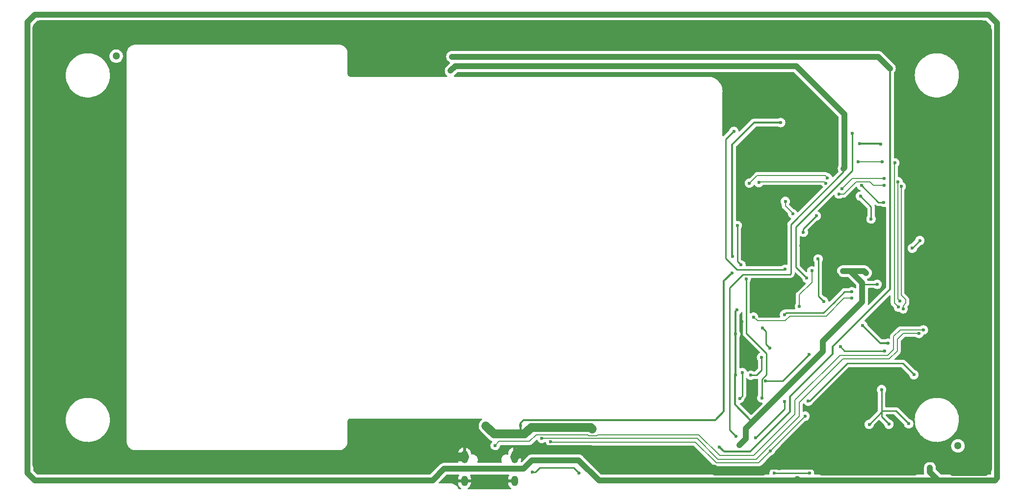
<source format=gbr>
%TF.GenerationSoftware,KiCad,Pcbnew,(6.0.6-0)*%
%TF.CreationDate,2022-09-08T22:47:46-07:00*%
%TF.ProjectId,GlowSignMainPCB,476c6f77-5369-4676-9e4d-61696e504342,rev?*%
%TF.SameCoordinates,Original*%
%TF.FileFunction,Copper,L2,Bot*%
%TF.FilePolarity,Positive*%
%FSLAX46Y46*%
G04 Gerber Fmt 4.6, Leading zero omitted, Abs format (unit mm)*
G04 Created by KiCad (PCBNEW (6.0.6-0)) date 2022-09-08 22:47:46*
%MOMM*%
%LPD*%
G01*
G04 APERTURE LIST*
%TA.AperFunction,ComponentPad*%
%ADD10O,1.200000X1.800000*%
%TD*%
%TA.AperFunction,ComponentPad*%
%ADD11O,1.200000X2.200000*%
%TD*%
%TA.AperFunction,ViaPad*%
%ADD12C,0.600000*%
%TD*%
%TA.AperFunction,ViaPad*%
%ADD13C,1.300000*%
%TD*%
%TA.AperFunction,Conductor*%
%ADD14C,0.250000*%
%TD*%
%TA.AperFunction,Conductor*%
%ADD15C,1.000000*%
%TD*%
%TA.AperFunction,Conductor*%
%ADD16C,1.500000*%
%TD*%
%TA.AperFunction,Conductor*%
%ADD17C,0.350000*%
%TD*%
%TA.AperFunction,Conductor*%
%ADD18C,0.300000*%
%TD*%
%TA.AperFunction,Conductor*%
%ADD19C,0.150000*%
%TD*%
%TA.AperFunction,Conductor*%
%ADD20C,0.200000*%
%TD*%
G04 APERTURE END LIST*
D10*
%TO.P,USB1,SHELL,SHELL*%
%TO.N,GND*%
X151538441Y-140877414D03*
D11*
X142898359Y-136697328D03*
D10*
X142898359Y-140877414D03*
D11*
X151538441Y-136697328D03*
%TD*%
D12*
%TO.N,LED 5V*%
X232257600Y-140766800D03*
%TO.N,GND*%
X230073200Y-139242800D03*
%TO.N,LED 5V*%
X219303600Y-140766800D03*
%TO.N,GND*%
X217170000Y-139192000D03*
%TO.N,LED 5V*%
X205892400Y-140766800D03*
%TO.N,GND*%
X203682600Y-138201400D03*
%TO.N,Net-(D32-Pad2)*%
X202438000Y-139547600D03*
X196342000Y-139547600D03*
%TO.N,LED 5V*%
X192047200Y-140794400D03*
%TO.N,GND*%
X190246000Y-139192000D03*
%TO.N,LED 5V*%
X178890000Y-140794400D03*
%TO.N,GND*%
X171602400Y-139192000D03*
%TO.N,LED 5V*%
X171625600Y-140794400D03*
%TO.N,Net-(D30-Pad2)*%
X154635200Y-139344400D03*
X162661600Y-139496800D03*
%TO.N,LED 5V*%
X124714000Y-140766800D03*
%TO.N,GND*%
X122885200Y-139039600D03*
%TO.N,LED 5V*%
X111658400Y-140766800D03*
%TO.N,GND*%
X109220000Y-139039600D03*
%TO.N,LED 5V*%
X97790000Y-140766800D03*
%TO.N,GND*%
X95758000Y-139039600D03*
%TO.N,LED 5V*%
X84632800Y-140766800D03*
%TO.N,GND*%
X82143600Y-139039600D03*
%TO.N,LED 5V*%
X72085200Y-140766800D03*
X199186800Y-140766800D03*
X200304400Y-140512800D03*
%TO.N,GND*%
X173888400Y-136753600D03*
%TO.N,+3V3*%
X189687200Y-122631200D03*
%TO.N,Net-(C10-Pad2)*%
X190855600Y-122174000D03*
D13*
%TO.N,*%
X82804000Y-67513200D03*
X228041200Y-134823200D03*
D12*
%TO.N,GND*%
X198374000Y-102311200D03*
X69138800Y-115824000D03*
X69138800Y-80924400D03*
X233172000Y-111099600D03*
X207111600Y-105511600D03*
X228549200Y-76758800D03*
X224078800Y-134975600D03*
X233172000Y-103378000D03*
X205536800Y-86766400D03*
X227076000Y-106578400D03*
X199491600Y-106121200D03*
X69138800Y-128879600D03*
X194716400Y-97586800D03*
X91541600Y-138734800D03*
X233172000Y-133858000D03*
X105308400Y-138785600D03*
X192684400Y-102209600D03*
X190500000Y-87579200D03*
X233172000Y-116332000D03*
X138226800Y-62026800D03*
X191973200Y-118719600D03*
X229108000Y-67411600D03*
X205181200Y-62026800D03*
X233172000Y-76758800D03*
X178358800Y-135839200D03*
X208280000Y-100634800D03*
X228650800Y-113995200D03*
X180898800Y-135534400D03*
X218389200Y-68021200D03*
X193395600Y-97586800D03*
X69138800Y-89306400D03*
X192684400Y-100330000D03*
X224028000Y-120954800D03*
X206248000Y-125882400D03*
X132130800Y-62026800D03*
X194665600Y-103174800D03*
X186334400Y-62026800D03*
X212852000Y-138836400D03*
X233172000Y-89865200D03*
X69138800Y-136144000D03*
X194056000Y-84480400D03*
X69138800Y-67411600D03*
X118872000Y-138785600D03*
X69138800Y-110896400D03*
X151739600Y-62026800D03*
X228701600Y-88900000D03*
X78130400Y-138684000D03*
X185928000Y-138887200D03*
X213258400Y-62026800D03*
X199542400Y-62026800D03*
X233172000Y-97485200D03*
X194919600Y-110337600D03*
X105511600Y-62026800D03*
X201269600Y-101701600D03*
X154736800Y-62026800D03*
X190754000Y-113334800D03*
X69138800Y-102108000D03*
X220522800Y-125120400D03*
X233172000Y-63144400D03*
X191770000Y-62026800D03*
X196392800Y-97637600D03*
X192633600Y-98958400D03*
X161188400Y-62026800D03*
X196494400Y-103174800D03*
X69138800Y-97434400D03*
X118821200Y-62026800D03*
X227177600Y-124002800D03*
X192582800Y-127508000D03*
X214884000Y-99415600D03*
X98247200Y-62026800D03*
X197713600Y-97586800D03*
X219710000Y-97332800D03*
X226822000Y-138785600D03*
X228041200Y-104140000D03*
X124663200Y-62026800D03*
X221691200Y-120954800D03*
X225755200Y-62026800D03*
X233172000Y-83972400D03*
X197205600Y-138226800D03*
X228600000Y-83667600D03*
X198424800Y-98552000D03*
X78790800Y-62026800D03*
X206095600Y-131114800D03*
X159918400Y-135483600D03*
X111252000Y-62026800D03*
X224840800Y-95351600D03*
X233172000Y-124256800D03*
X69138800Y-124053600D03*
X228904800Y-133146800D03*
X84429600Y-62026800D03*
X219862400Y-105918000D03*
X70916800Y-62026800D03*
X233172000Y-70459600D03*
X219049600Y-62026800D03*
X201168000Y-100279200D03*
X69138800Y-75285600D03*
X178054000Y-62026800D03*
X190627000Y-82880200D03*
X211328000Y-125679200D03*
X198374000Y-100380800D03*
X221437200Y-97332800D03*
X92557600Y-62026800D03*
%TO.N,Net-(C10-Pad2)*%
X190398400Y-126629500D03*
%TO.N,+3V3*%
X209550000Y-111963200D03*
X212191600Y-104952800D03*
X216001600Y-117094000D03*
X189687200Y-115519200D03*
X214122000Y-106934000D03*
X211226400Y-91694000D03*
X189941200Y-111353600D03*
X211632800Y-114046000D03*
X213055200Y-95656400D03*
X190347600Y-134721600D03*
X208229200Y-104648000D03*
%TO.N,EN*%
X209753200Y-109321600D03*
X192786000Y-112572800D03*
%TO.N,IO0*%
X217170000Y-85953600D03*
X214985600Y-85750400D03*
X210820000Y-85750400D03*
X217779600Y-110845600D03*
%TO.N,Net-(R4-Pad1)*%
X221488000Y-99364800D03*
X198120000Y-112166400D03*
X209753200Y-108204000D03*
X220167200Y-100685600D03*
%TO.N,Net-(R5-Pad1)*%
X211429600Y-89865200D03*
X215239600Y-92760800D03*
%TO.N,IO16{slash}LED1*%
X220472000Y-122529600D03*
X203911200Y-102565200D03*
X198120000Y-127152400D03*
X202234800Y-127101600D03*
X204876400Y-109880400D03*
X193141600Y-133451600D03*
%TO.N,+BATT*%
X186893200Y-135026400D03*
X140766800Y-67614800D03*
%TO.N,-BATT*%
X140512800Y-70053200D03*
X189738000Y-133146800D03*
%TO.N,IO32{slash}SD*%
X194157600Y-119532400D03*
X195580000Y-117906800D03*
X192328800Y-122631200D03*
X194360800Y-114503200D03*
%TO.N,IO14{slash}SCK*%
X202336400Y-119075200D03*
X194832900Y-123596400D03*
%TO.N,IO15{slash}WS*%
X194208400Y-126542800D03*
X203606400Y-95097600D03*
X189992000Y-96774000D03*
X201371200Y-97942400D03*
X190601600Y-103581200D03*
X191516000Y-105968800D03*
%TO.N,RXD0*%
X218252500Y-90017600D03*
X193700400Y-89357200D03*
X218603978Y-111166827D03*
X207518000Y-91338400D03*
X205282800Y-89458800D03*
X215290400Y-89865200D03*
%TO.N,TXD0*%
X218052481Y-109829600D03*
X208076800Y-90424000D03*
X192074800Y-89458800D03*
X217728800Y-89204800D03*
X215341200Y-88646000D03*
X205536800Y-88544400D03*
%TO.N,USB-C DATA+*%
X148183600Y-134772400D03*
X222097600Y-114808000D03*
%TO.N,USB-C DATA-*%
X221335600Y-115407500D03*
X156260800Y-133553200D03*
%TO.N,IO23{slash}LEDPOWER*%
X215442800Y-118414800D03*
X207772000Y-117703600D03*
%TO.N,IO18{slash}MAINBUTTON*%
X198272400Y-92608400D03*
X202844400Y-104597200D03*
X195681600Y-135686800D03*
X201676000Y-129692400D03*
X199542400Y-94742000D03*
X200710800Y-110744000D03*
X157784800Y-134152700D03*
%TO.N,VBUS*%
X189128400Y-102108000D03*
X214731600Y-82702400D03*
X197459600Y-78994000D03*
X211124800Y-82600800D03*
X189077600Y-104952800D03*
X152603200Y-131284000D03*
X164947600Y-131876800D03*
X146608800Y-131368800D03*
%TO.N,LED 5V*%
X234797600Y-124053600D03*
X234797600Y-70358000D03*
X234797600Y-97332800D03*
X234797600Y-127965200D03*
X132435600Y-60401200D03*
X234797600Y-134416800D03*
X212648800Y-140766800D03*
X154792762Y-60372951D03*
X191008000Y-60401200D03*
X230479600Y-60401200D03*
X67462400Y-102971600D03*
X213156800Y-60401200D03*
X92608400Y-60401200D03*
X186006400Y-140794400D03*
X234797600Y-110947200D03*
X67462400Y-90068400D03*
X91440000Y-140766800D03*
X234797600Y-88493600D03*
X226618800Y-140766800D03*
X226110800Y-60401200D03*
X234797600Y-101650800D03*
X83362800Y-60401200D03*
X234797600Y-115011200D03*
X123901200Y-60401200D03*
X67462400Y-129692400D03*
X105105200Y-140766800D03*
X67462400Y-97180400D03*
X96723200Y-60401200D03*
X176834800Y-60401200D03*
X186436000Y-60401200D03*
X77876400Y-140766800D03*
X67462400Y-124053600D03*
X118973600Y-60401200D03*
X78790800Y-60401200D03*
X105511600Y-60401200D03*
X160731200Y-60401200D03*
X67462400Y-76962000D03*
X163271200Y-60401200D03*
X234797600Y-74980800D03*
X70053200Y-60401200D03*
X172415200Y-60401200D03*
X234797600Y-83769200D03*
X136956800Y-60401200D03*
X67462400Y-110845600D03*
X67462400Y-80924400D03*
X118668800Y-140766800D03*
X199390000Y-60401200D03*
X150164800Y-60401200D03*
X204114400Y-60401200D03*
X67462400Y-67462400D03*
X67462400Y-116535200D03*
X223215200Y-138582400D03*
X217525600Y-60401200D03*
X110032800Y-60401200D03*
X67462400Y-136347200D03*
%TO.N,IO27{slash}BATT CHARGING*%
X201980800Y-105867200D03*
X209804000Y-80822800D03*
%TO.N,IO26{slash}BATT VOLT*%
X189382400Y-80518000D03*
X198221600Y-104343200D03*
%TO.N,Net-(R18-Pad1)*%
X216154000Y-131082000D03*
X212750400Y-131114800D03*
X219557600Y-131013200D03*
X214884000Y-125120400D03*
%TD*%
D14*
%TO.N,-BATT*%
X208330800Y-87477600D02*
X208330800Y-86918800D01*
X189738000Y-133146800D02*
X188671200Y-132080000D01*
X199085200Y-105206800D02*
X199237600Y-105054400D01*
X188671200Y-132080000D02*
X188671200Y-107492800D01*
X199237600Y-105054400D02*
X199237600Y-96570800D01*
X188671200Y-107492800D02*
X190957200Y-105206800D01*
X190957200Y-105206800D02*
X199085200Y-105206800D01*
X199237600Y-96570800D02*
X208330800Y-87477600D01*
D15*
%TO.N,LED 5V*%
X67462400Y-136347200D02*
X67462400Y-129692400D01*
X67462400Y-136347200D02*
X67462400Y-139496800D01*
X67462400Y-139496800D02*
X68732400Y-140766800D01*
X68732400Y-140766800D02*
X72085200Y-140766800D01*
X234442000Y-140766800D02*
X232257600Y-140766800D01*
X232257600Y-140766800D02*
X231292400Y-140766800D01*
D16*
%TO.N,GND*%
X227279200Y-139242800D02*
X230073200Y-139242800D01*
X230073200Y-139242800D02*
X232714800Y-139242800D01*
D15*
%TO.N,LED 5V*%
X224637600Y-140766800D02*
X219303600Y-140766800D01*
X219303600Y-140766800D02*
X217881200Y-140766800D01*
D16*
%TO.N,GND*%
X220472000Y-139192000D02*
X217170000Y-139192000D01*
X217170000Y-139192000D02*
X212547200Y-139192000D01*
D15*
%TO.N,LED 5V*%
X212648800Y-140766800D02*
X205892400Y-140766800D01*
X205892400Y-140766800D02*
X204520800Y-140766800D01*
D14*
%TO.N,Net-(D32-Pad2)*%
X196342000Y-139547600D02*
X202438000Y-139547600D01*
D15*
%TO.N,LED 5V*%
X195400000Y-140794400D02*
X192047200Y-140794400D01*
X192047200Y-140794400D02*
X191031200Y-140794400D01*
D16*
%TO.N,GND*%
X194360800Y-139192000D02*
X190246000Y-139192000D01*
X190246000Y-139192000D02*
X186232800Y-139192000D01*
D15*
%TO.N,LED 5V*%
X186006400Y-140794400D02*
X178890000Y-140794400D01*
X178890000Y-140794400D02*
X177522800Y-140794400D01*
X175638800Y-140794400D02*
X171625600Y-140794400D01*
X171625600Y-140794400D02*
X169085600Y-140794400D01*
D14*
%TO.N,Net-(D30-Pad2)*%
X154635200Y-139344400D02*
X155143200Y-139344400D01*
X161747200Y-138582400D02*
X162661600Y-139496800D01*
X155143200Y-139344400D02*
X155905200Y-138582400D01*
X155905200Y-138582400D02*
X161747200Y-138582400D01*
D15*
%TO.N,LED 5V*%
X123901200Y-140766800D02*
X124714000Y-140766800D01*
X124714000Y-140766800D02*
X132283200Y-140766800D01*
D16*
%TO.N,GND*%
X109220000Y-139039600D02*
X122885200Y-139039600D01*
X122885200Y-139039600D02*
X136042400Y-139039600D01*
D15*
%TO.N,LED 5V*%
X110134400Y-140766800D02*
X111658400Y-140766800D01*
X111658400Y-140766800D02*
X118668800Y-140766800D01*
D16*
%TO.N,GND*%
X95758000Y-139039600D02*
X109220000Y-139039600D01*
D15*
%TO.N,LED 5V*%
X96875600Y-140766800D02*
X97790000Y-140766800D01*
X97790000Y-140766800D02*
X105105200Y-140766800D01*
D16*
%TO.N,GND*%
X82143600Y-139039600D02*
X95758000Y-139039600D01*
D15*
%TO.N,LED 5V*%
X83464400Y-140766800D02*
X84632800Y-140766800D01*
X84632800Y-140766800D02*
X91440000Y-140766800D01*
D16*
%TO.N,GND*%
X72593200Y-139039600D02*
X82143600Y-139039600D01*
D15*
%TO.N,LED 5V*%
X72085200Y-140766800D02*
X77876400Y-140766800D01*
D17*
%TO.N,+BATT*%
X187706000Y-135839200D02*
X192176400Y-135839200D01*
X192176400Y-135839200D02*
X199085200Y-128930400D01*
X186893200Y-135026400D02*
X187706000Y-135839200D01*
X199085200Y-128930400D02*
X199085200Y-126288800D01*
X199085200Y-126288800D02*
X206451200Y-118922800D01*
X206451200Y-118922800D02*
X206451200Y-117652800D01*
X206451200Y-117652800D02*
X216306400Y-107797600D01*
X216306400Y-107797600D02*
X216306400Y-69646800D01*
D16*
%TO.N,GND*%
X212547200Y-139192000D02*
X207111600Y-139192000D01*
X204673200Y-139192000D02*
X207111600Y-139192000D01*
X203682600Y-138201400D02*
X204673200Y-139192000D01*
X197231000Y-138201400D02*
X203682600Y-138201400D01*
X197205600Y-138226800D02*
X197231000Y-138201400D01*
D15*
%TO.N,LED 5V*%
X200304400Y-140512800D02*
X200304400Y-140563600D01*
X200304400Y-140563600D02*
X200101200Y-140766800D01*
X202285600Y-140766800D02*
X200101200Y-140766800D01*
X200101200Y-140766800D02*
X199186800Y-140766800D01*
D16*
%TO.N,GND*%
X197205600Y-138226800D02*
X197180200Y-138201400D01*
X197180200Y-138201400D02*
X195351400Y-138201400D01*
X180898800Y-135534400D02*
X180390800Y-135534400D01*
X180390800Y-135534400D02*
X179171600Y-136753600D01*
X178358800Y-135839200D02*
X179171600Y-136652000D01*
X179171600Y-136652000D02*
X179171600Y-136753600D01*
X174955200Y-136753600D02*
X173888400Y-136753600D01*
X173888400Y-136753600D02*
X167944800Y-136753600D01*
X226822000Y-138785600D02*
X227279200Y-139242800D01*
X232714800Y-139242800D02*
X233172000Y-138785600D01*
X233172000Y-133858000D02*
X233172000Y-134924800D01*
X233172000Y-138785600D02*
X233172000Y-137210800D01*
X233172000Y-134924800D02*
X233172000Y-137210800D01*
D15*
%TO.N,LED 5V*%
X234797600Y-134416800D02*
X234797600Y-127965200D01*
X234797600Y-140411200D02*
X234442000Y-140766800D01*
X234797600Y-134416800D02*
X234797600Y-140411200D01*
D17*
%TO.N,+3V3*%
X192303400Y-130429000D02*
X189585600Y-127711200D01*
X189585600Y-127711200D02*
X189585600Y-122732800D01*
X189585600Y-122732800D02*
X189687200Y-122631200D01*
X189687200Y-122631200D02*
X189687200Y-115316000D01*
D14*
%TO.N,Net-(C10-Pad2)*%
X190855600Y-122174000D02*
X190855600Y-126172300D01*
X190855600Y-126172300D02*
X190398400Y-126629500D01*
%TO.N,IO32{slash}SD*%
X192328800Y-122631200D02*
X193294000Y-122631200D01*
X193294000Y-122631200D02*
X194157600Y-121767600D01*
X194157600Y-121767600D02*
X194157600Y-119532400D01*
%TO.N,IO15{slash}WS*%
X191516000Y-105968800D02*
X191516000Y-115366800D01*
X191516000Y-115366800D02*
X195021200Y-118872000D01*
X195021200Y-118872000D02*
X195021200Y-122524216D01*
X195021200Y-122524216D02*
X194208400Y-123337016D01*
X194208400Y-123337016D02*
X194208400Y-126542800D01*
%TO.N,IO32{slash}SD*%
X194919600Y-115062000D02*
X194360800Y-114503200D01*
X195580000Y-117906800D02*
X194919600Y-117246400D01*
X194919600Y-117246400D02*
X194919600Y-115062000D01*
%TO.N,IO14{slash}SCK*%
X202336400Y-119075200D02*
X197815200Y-123596400D01*
X197815200Y-123596400D02*
X194832900Y-123596400D01*
D15*
%TO.N,GND*%
X209499200Y-99415600D02*
X208889600Y-100025200D01*
D16*
X222402400Y-136906000D02*
X220472000Y-138836400D01*
X233172000Y-97485200D02*
X233172000Y-89865200D01*
X69138800Y-115824000D02*
X69138800Y-124053600D01*
X185928000Y-138887200D02*
X185470800Y-138887200D01*
X69138800Y-80924400D02*
X69138800Y-89306400D01*
X200507600Y-133045200D02*
X201269600Y-133045200D01*
X164592000Y-135483600D02*
X159918400Y-135483600D01*
D14*
X231089200Y-104140000D02*
X233172000Y-106222800D01*
D16*
X92557600Y-62026800D02*
X84429600Y-62026800D01*
X124663200Y-62026800D02*
X118821200Y-62026800D01*
X70916800Y-62026800D02*
X69799200Y-62026800D01*
X159918400Y-135483600D02*
X152752169Y-135483600D01*
X154736800Y-62026800D02*
X151739600Y-62026800D01*
X233172000Y-111099600D02*
X233172000Y-106222800D01*
X226110800Y-138785600D02*
X224231200Y-136906000D01*
X138384672Y-136697328D02*
X142898359Y-136697328D01*
X233172000Y-63144400D02*
X232054400Y-62026800D01*
D14*
X221691200Y-120954800D02*
X221691200Y-123952000D01*
D16*
X69138800Y-138074400D02*
X70104000Y-139039600D01*
X233172000Y-124256800D02*
X233172000Y-120954800D01*
X78790800Y-62026800D02*
X70916800Y-62026800D01*
X233172000Y-127101600D02*
X233172000Y-133858000D01*
X201269600Y-133045200D02*
X208635600Y-125679200D01*
D14*
X190754000Y-117500400D02*
X190754000Y-113334800D01*
D16*
X69138800Y-128879600D02*
X69138800Y-136144000D01*
X233172000Y-83972400D02*
X233172000Y-76758800D01*
X161188400Y-62026800D02*
X154736800Y-62026800D01*
X138226800Y-62026800D02*
X132130800Y-62026800D01*
X69138800Y-102108000D02*
X69138800Y-110896400D01*
X69138800Y-75285600D02*
X69138800Y-80924400D01*
D14*
X219710000Y-97332800D02*
X221437200Y-97332800D01*
D16*
X194970400Y-138582400D02*
X194360800Y-139192000D01*
D14*
X205536800Y-86766400D02*
X194513200Y-86766400D01*
D16*
X136042400Y-139039600D02*
X138384672Y-136697328D01*
X84429600Y-62026800D02*
X78790800Y-62026800D01*
X179171600Y-136753600D02*
X174955200Y-136753600D01*
D14*
X228041200Y-104140000D02*
X231089200Y-104140000D01*
X230225600Y-120954800D02*
X233172000Y-120954800D01*
D16*
X69138800Y-136144000D02*
X69138800Y-138074400D01*
X233172000Y-89865200D02*
X233172000Y-83972400D01*
X69138800Y-97434400D02*
X69138800Y-102108000D01*
X183337200Y-136753600D02*
X179171600Y-136753600D01*
D15*
X206451200Y-102463600D02*
X208889600Y-100025200D01*
D14*
X191973200Y-118719600D02*
X190754000Y-117500400D01*
D16*
X233172000Y-70459600D02*
X233172000Y-63144400D01*
X69138800Y-67411600D02*
X69138800Y-75285600D01*
X208635600Y-125679200D02*
X211328000Y-125679200D01*
X186232800Y-139192000D02*
X185928000Y-138887200D01*
X132130800Y-62026800D02*
X124663200Y-62026800D01*
X226822000Y-138785600D02*
X226110800Y-138785600D01*
D15*
X202117200Y-100854000D02*
X201742800Y-100854000D01*
X204841600Y-100854000D02*
X202117200Y-100854000D01*
D16*
X98247200Y-62026800D02*
X92557600Y-62026800D01*
X205181200Y-62026800D02*
X203555600Y-62026800D01*
X69138800Y-124053600D02*
X69138800Y-128879600D01*
X152752169Y-135483600D02*
X151538441Y-136697328D01*
X118821200Y-62026800D02*
X111252000Y-62026800D01*
X69138800Y-110896400D02*
X69138800Y-115824000D01*
X233172000Y-120954800D02*
X233172000Y-116332000D01*
X213258400Y-62026800D02*
X205181200Y-62026800D01*
D15*
X202117200Y-100854000D02*
X201269600Y-101701600D01*
D16*
X167944800Y-136753600D02*
X165862000Y-136753600D01*
D15*
X206451200Y-102463600D02*
X204841600Y-100854000D01*
D14*
X227177600Y-124002800D02*
X230225600Y-120954800D01*
D15*
X208889600Y-100025200D02*
X208280000Y-100634800D01*
D16*
X69799200Y-62026800D02*
X69138800Y-62687200D01*
X233172000Y-76758800D02*
X233172000Y-70459600D01*
X233172000Y-103378000D02*
X233172000Y-97485200D01*
X224231200Y-136906000D02*
X222402400Y-136906000D01*
X151739600Y-62026800D02*
X138226800Y-62026800D01*
X194970400Y-138582400D02*
X195351400Y-138201400D01*
X225755200Y-62026800D02*
X219049600Y-62026800D01*
X165862000Y-136753600D02*
X164592000Y-135483600D01*
X105511600Y-62026800D02*
X98247200Y-62026800D01*
D15*
X207111600Y-105511600D02*
X206451200Y-104851200D01*
D16*
X70104000Y-139039600D02*
X72593200Y-139039600D01*
X219049600Y-62026800D02*
X213258400Y-62026800D01*
X69138800Y-62687200D02*
X69138800Y-67411600D01*
D15*
X206451200Y-104851200D02*
X206451200Y-102463600D01*
D16*
X167487600Y-62026800D02*
X161188400Y-62026800D01*
X233172000Y-127101600D02*
X233172000Y-124256800D01*
X232054400Y-62026800D02*
X225755200Y-62026800D01*
X233172000Y-106222800D02*
X233172000Y-103378000D01*
X186334400Y-62026800D02*
X178054000Y-62026800D01*
X199542400Y-62026800D02*
X191770000Y-62026800D01*
D14*
X221691200Y-120954800D02*
X224028000Y-120954800D01*
D15*
X201742800Y-100854000D02*
X201168000Y-100279200D01*
D16*
X220472000Y-138836400D02*
X220472000Y-139192000D01*
X191770000Y-62026800D02*
X186334400Y-62026800D01*
X203555600Y-62026800D02*
X199542400Y-62026800D01*
X185470800Y-138887200D02*
X183337200Y-136753600D01*
X233172000Y-116332000D02*
X233172000Y-111099600D01*
X178054000Y-62026800D02*
X167487600Y-62026800D01*
D14*
X221691200Y-123952000D02*
X220522800Y-125120400D01*
D16*
X195351400Y-138201400D02*
X200507600Y-133045200D01*
X111252000Y-62026800D02*
X105511600Y-62026800D01*
D14*
X194513200Y-86766400D02*
X190627000Y-82880200D01*
D16*
X69138800Y-89306400D02*
X69138800Y-97434400D01*
D15*
X214884000Y-99415600D02*
X209499200Y-99415600D01*
D14*
%TO.N,+3V3*%
X211988400Y-106934000D02*
X211531200Y-107391200D01*
D17*
X189687200Y-111607600D02*
X189941200Y-111353600D01*
D15*
X191465200Y-133604000D02*
X191465200Y-131826000D01*
X211531200Y-107391200D02*
X211531200Y-109982000D01*
D18*
X214680800Y-117094000D02*
X211632800Y-114046000D01*
D15*
X190347600Y-134721600D02*
X191465200Y-133604000D01*
X211886800Y-104648000D02*
X212191600Y-104952800D01*
D14*
X213055200Y-93522800D02*
X213055200Y-95656400D01*
D15*
X211531200Y-109982000D02*
X209550000Y-111963200D01*
X209499200Y-104648000D02*
X211531200Y-106680000D01*
D14*
X211226400Y-91694000D02*
X213055200Y-93522800D01*
D18*
X216001600Y-117094000D02*
X214680800Y-117094000D01*
D15*
X204724000Y-118567200D02*
X204724000Y-116789200D01*
D14*
X214122000Y-106934000D02*
X211988400Y-106934000D01*
D15*
X211531200Y-106680000D02*
X211531200Y-107391200D01*
X208229200Y-104648000D02*
X209499200Y-104648000D01*
X209499200Y-104648000D02*
X211886800Y-104648000D01*
X191465200Y-131826000D02*
X204724000Y-118567200D01*
X204724000Y-116789200D02*
X209550000Y-111963200D01*
D17*
X189687200Y-115316000D02*
X189687200Y-111607600D01*
D19*
%TO.N,EN*%
X208381600Y-109321600D02*
X205299000Y-112404200D01*
X199050600Y-112404200D02*
X198221600Y-113233200D01*
X209753200Y-109321600D02*
X208381600Y-109321600D01*
X205299000Y-112404200D02*
X199050600Y-112404200D01*
X193446400Y-113233200D02*
X192786000Y-112572800D01*
X198221600Y-113233200D02*
X193446400Y-113233200D01*
D20*
%TO.N,IO0*%
X217779600Y-110845600D02*
X217068400Y-110134400D01*
X214985600Y-85750400D02*
X210820000Y-85750400D01*
X217068400Y-99618800D02*
X217068400Y-86055200D01*
X217068400Y-86055200D02*
X217170000Y-85953600D01*
X217068400Y-110134400D02*
X217068400Y-99618800D01*
D14*
%TO.N,Net-(R4-Pad1)*%
X204825600Y-111861600D02*
X206654400Y-110032800D01*
X220167200Y-100685600D02*
X221488000Y-99364800D01*
X198424800Y-111861600D02*
X201168000Y-111861600D01*
X208483200Y-108204000D02*
X209753200Y-108204000D01*
X206654400Y-110032800D02*
X208483200Y-108204000D01*
X201168000Y-111861600D02*
X204825600Y-111861600D01*
X198120000Y-112166400D02*
X198424800Y-111861600D01*
%TO.N,Net-(R5-Pad1)*%
X214325200Y-92760800D02*
X211429600Y-89865200D01*
X215239600Y-92760800D02*
X214325200Y-92760800D01*
%TO.N,IO16{slash}LED1*%
X218541600Y-120599200D02*
X220472000Y-122529600D01*
X198120000Y-128473200D02*
X198120000Y-127812800D01*
X203962000Y-102616000D02*
X203962000Y-108966000D01*
X202438000Y-127101600D02*
X208940400Y-120599200D01*
X202234800Y-127101600D02*
X202438000Y-127101600D01*
X203962000Y-108966000D02*
X204876400Y-109880400D01*
X193141600Y-133451600D02*
X198120000Y-128473200D01*
X208940400Y-120599200D02*
X218541600Y-120599200D01*
X203911200Y-102565200D02*
X203962000Y-102616000D01*
X198120000Y-127812800D02*
X198120000Y-127152400D01*
D15*
%TO.N,+BATT*%
X214274400Y-67614800D02*
X140766800Y-67614800D01*
X216306400Y-69646800D02*
X214274400Y-67614800D01*
%TO.N,-BATT*%
X208330800Y-86918800D02*
X208432400Y-86817200D01*
X141325600Y-69240400D02*
X140512800Y-70053200D01*
X208432400Y-86817200D02*
X208432400Y-77520800D01*
X200152000Y-69240400D02*
X141325600Y-69240400D01*
X208432400Y-77520800D02*
X200152000Y-69240400D01*
D14*
%TO.N,IO15{slash}WS*%
X190601600Y-103581200D02*
X189992000Y-102971600D01*
X189992000Y-102971600D02*
X189992000Y-96774000D01*
X203606400Y-95097600D02*
X201371200Y-97332800D01*
X201371200Y-97332800D02*
X201371200Y-97942400D01*
D19*
%TO.N,RXD0*%
X218603978Y-110630822D02*
X219049600Y-110185200D01*
X219049600Y-109575600D02*
X218389200Y-108915200D01*
X208381600Y-91338400D02*
X207518000Y-91338400D01*
X205282800Y-89458800D02*
X205028800Y-89204800D01*
X218252500Y-108778500D02*
X218252500Y-90017600D01*
X212852000Y-89255600D02*
X210464400Y-89255600D01*
X205028800Y-89204800D02*
X193852800Y-89204800D01*
X215290400Y-89865200D02*
X213461600Y-89865200D01*
X219049600Y-110185200D02*
X219049600Y-109575600D01*
X210464400Y-89255600D02*
X208432400Y-91287600D01*
X218389200Y-108915200D02*
X218252500Y-108778500D01*
X213461600Y-89865200D02*
X212852000Y-89255600D01*
X218603978Y-111166827D02*
X218603978Y-110630822D01*
X208432400Y-91287600D02*
X208381600Y-91338400D01*
X193852800Y-89204800D02*
X193700400Y-89357200D01*
%TO.N,TXD0*%
X205130400Y-88138000D02*
X193395600Y-88138000D01*
X193395600Y-88138000D02*
X192074800Y-89458800D01*
X217678000Y-89255600D02*
X217728800Y-89204800D01*
X218052481Y-109829600D02*
X217678000Y-109455119D01*
X215341200Y-88646000D02*
X209854800Y-88646000D01*
X209854800Y-88646000D02*
X208076800Y-90424000D01*
X217678000Y-109455119D02*
X217678000Y-89255600D01*
X205536800Y-88544400D02*
X205130400Y-88138000D01*
D20*
%TO.N,USB-C DATA+*%
X183337200Y-132892800D02*
X186944000Y-136499600D01*
X154127200Y-134061200D02*
X155295600Y-132892800D01*
X186944000Y-136499600D02*
X192836800Y-136499600D01*
X155295600Y-132892800D02*
X164185600Y-132892800D01*
X199948800Y-129387600D02*
X199948800Y-126949200D01*
X218084400Y-114808000D02*
X222097600Y-114808000D01*
X165912800Y-132892800D02*
X183337200Y-132892800D01*
X165709600Y-133096000D02*
X165912800Y-132892800D01*
X164388800Y-133096000D02*
X165709600Y-133096000D01*
X207670400Y-119227600D02*
X215950800Y-119227600D01*
X148894800Y-134061200D02*
X154127200Y-134061200D01*
X164185600Y-132892800D02*
X164388800Y-133096000D01*
X192836800Y-136499600D02*
X199948800Y-129387600D01*
X199948800Y-126949200D02*
X207670400Y-119227600D01*
X215950800Y-119227600D02*
X216966800Y-118211600D01*
X216966800Y-118211600D02*
X216966800Y-115925600D01*
X148183600Y-134772400D02*
X148894800Y-134061200D01*
X216966800Y-115925600D02*
X218084400Y-114808000D01*
%TO.N,USB-C DATA-*%
X183032400Y-133553200D02*
X186639200Y-137160000D01*
X193192400Y-137160000D02*
X200660000Y-129692400D01*
X186639200Y-137160000D02*
X193192400Y-137160000D01*
X216204800Y-119837200D02*
X217627200Y-118414800D01*
X156260800Y-133553200D02*
X183032400Y-133553200D01*
X208178400Y-119837200D02*
X216204800Y-119837200D01*
X218602000Y-115408000D02*
X221335100Y-115408000D01*
X200660000Y-129692400D02*
X200660000Y-127355600D01*
X217627200Y-118414800D02*
X217627200Y-116382800D01*
X217627200Y-116382800D02*
X218602000Y-115408000D01*
X200660000Y-127355600D02*
X208178400Y-119837200D01*
X221335100Y-115408000D02*
X221335600Y-115407500D01*
D14*
%TO.N,IO23{slash}LEDPOWER*%
X208483200Y-118414800D02*
X207772000Y-117703600D01*
X215442800Y-118414800D02*
X208483200Y-118414800D01*
D20*
%TO.N,IO18{slash}MAINBUTTON*%
X198272400Y-93370400D02*
X198272400Y-92608400D01*
X186334400Y-137769600D02*
X193649600Y-137769600D01*
X201676000Y-129692400D02*
X195681600Y-135686800D01*
X195681600Y-135737600D02*
X195681600Y-135686800D01*
X200710800Y-108712000D02*
X200710800Y-110744000D01*
X202844400Y-104597200D02*
X202844400Y-106578400D01*
X182727600Y-134162800D02*
X186334400Y-137769600D01*
X193649600Y-137769600D02*
X195681600Y-135737600D01*
X199542400Y-94742000D02*
X199542400Y-94640400D01*
X157784800Y-134152700D02*
X157794900Y-134162800D01*
X199542400Y-94640400D02*
X198272400Y-93370400D01*
X157794900Y-134162800D02*
X182727600Y-134162800D01*
X202844400Y-106578400D02*
X200710800Y-108712000D01*
D17*
%TO.N,VBUS*%
X189077600Y-82804000D02*
X189077600Y-102057200D01*
X191058800Y-80822800D02*
X189077600Y-82804000D01*
X186182000Y-130352800D02*
X153111200Y-130352800D01*
D16*
X164947600Y-131876800D02*
X164693600Y-131622800D01*
X153263600Y-132791200D02*
X148031200Y-132791200D01*
D17*
X152603200Y-131284000D02*
X152603200Y-132130800D01*
X192887600Y-78994000D02*
X197459600Y-78994000D01*
X152603200Y-132130800D02*
X153263600Y-132791200D01*
D16*
X148031200Y-132791200D02*
X146608800Y-131368800D01*
X164693600Y-131622800D02*
X154432000Y-131622800D01*
D17*
X152603200Y-130860800D02*
X152603200Y-131284000D01*
X214630000Y-82600800D02*
X214731600Y-82702400D01*
X153111200Y-130352800D02*
X152603200Y-130860800D01*
X211124800Y-82600800D02*
X214630000Y-82600800D01*
D16*
X154432000Y-131622800D02*
X153263600Y-132791200D01*
D17*
X187655200Y-128879600D02*
X186182000Y-130352800D01*
X189077600Y-104952800D02*
X187655200Y-106375200D01*
X191058800Y-80822800D02*
X192887600Y-78994000D01*
X187655200Y-106375200D02*
X187655200Y-128879600D01*
D14*
X189077600Y-102057200D02*
X189128400Y-102108000D01*
D15*
%TO.N,LED 5V*%
X110032800Y-60401200D02*
X118973600Y-60401200D01*
X67462400Y-80924400D02*
X67462400Y-76962000D01*
X234797600Y-74980800D02*
X234797600Y-83769200D01*
X199390000Y-60401200D02*
X204114400Y-60401200D01*
X217525600Y-60401200D02*
X226110800Y-60401200D01*
X196322966Y-140794400D02*
X195400000Y-140794400D01*
X223215200Y-138582400D02*
X223215200Y-139344400D01*
X213156800Y-60401200D02*
X217525600Y-60401200D01*
X105105200Y-140766800D02*
X110134400Y-140766800D01*
X234797600Y-83769200D02*
X234797600Y-88493600D01*
X136956800Y-60401200D02*
X150164800Y-60401200D01*
X217881200Y-140766800D02*
X212648800Y-140766800D01*
X176834800Y-60401200D02*
X186436000Y-60401200D01*
X132283200Y-140766800D02*
X137414000Y-140766800D01*
X118668800Y-140766800D02*
X123901200Y-140766800D01*
X139395200Y-138785600D02*
X153060400Y-138785600D01*
X67462400Y-97180400D02*
X67462400Y-90068400D01*
X67462400Y-67462400D02*
X67462400Y-61671200D01*
X231292400Y-140766800D02*
X226618800Y-140766800D01*
X91440000Y-140766800D02*
X96875600Y-140766800D01*
X166092800Y-140794400D02*
X162610800Y-137312400D01*
X67462400Y-110845600D02*
X67462400Y-102971600D01*
X160731200Y-60401200D02*
X163271200Y-60401200D01*
X233375200Y-60401200D02*
X234797600Y-61823600D01*
X118973600Y-60401200D02*
X123901200Y-60401200D01*
X191031200Y-140794400D02*
X186006400Y-140794400D01*
X234797600Y-88493600D02*
X234797600Y-97332800D01*
X223215200Y-139344400D02*
X224637600Y-140766800D01*
X154533600Y-137312400D02*
X162610800Y-137312400D01*
X234797600Y-61823600D02*
X234797600Y-70358000D01*
X163271200Y-60401200D02*
X172415200Y-60401200D01*
X169085600Y-140794400D02*
X166092800Y-140794400D01*
X186436000Y-60401200D02*
X191008000Y-60401200D01*
X67462400Y-90068400D02*
X67462400Y-80924400D01*
X67462400Y-76962000D02*
X67462400Y-67462400D01*
X77876400Y-140766800D02*
X83464400Y-140766800D01*
X172415200Y-60401200D02*
X176834800Y-60401200D01*
X230479600Y-60401200D02*
X233375200Y-60401200D01*
X150164800Y-60401200D02*
X160731200Y-60401200D01*
X67462400Y-116535200D02*
X67462400Y-110845600D01*
X234797600Y-110947200D02*
X234797600Y-115011200D01*
X67462400Y-61671200D02*
X68732400Y-60401200D01*
X204520800Y-140766800D02*
X202285600Y-140766800D01*
X226110800Y-60401200D02*
X230479600Y-60401200D01*
X70053200Y-60401200D02*
X78790800Y-60401200D01*
X234797600Y-101650800D02*
X234797600Y-110947200D01*
X83362800Y-60401200D02*
X92608400Y-60401200D01*
X153060400Y-138785600D02*
X154533600Y-137312400D01*
X67462400Y-102971600D02*
X67462400Y-97180400D01*
X195427600Y-140766800D02*
X195400000Y-140794400D01*
X226618800Y-140766800D02*
X224637600Y-140766800D01*
X234797600Y-70358000D02*
X234797600Y-74980800D01*
X132435600Y-60401200D02*
X136956800Y-60401200D01*
X234797600Y-124053600D02*
X234797600Y-127965200D01*
X234797600Y-115011200D02*
X234797600Y-124053600D01*
X67462400Y-129692400D02*
X67462400Y-124053600D01*
X199186800Y-140766800D02*
X195427600Y-140766800D01*
X137414000Y-140766800D02*
X139395200Y-138785600D01*
X234797600Y-97332800D02*
X234797600Y-101650800D01*
X105511600Y-60401200D02*
X110032800Y-60401200D01*
X191008000Y-60401200D02*
X199390000Y-60401200D01*
X177522800Y-140794400D02*
X175638800Y-140794400D01*
X96723200Y-60401200D02*
X105511600Y-60401200D01*
X78790800Y-60401200D02*
X83362800Y-60401200D01*
X68732400Y-60401200D02*
X70053200Y-60401200D01*
X204114400Y-60401200D02*
X213156800Y-60401200D01*
X67462400Y-124053600D02*
X67462400Y-116535200D01*
X123901200Y-60401200D02*
X132435600Y-60401200D01*
X92608400Y-60401200D02*
X96723200Y-60401200D01*
D14*
%TO.N,IO27{slash}BATT CHARGING*%
X200101200Y-97028000D02*
X200101200Y-103987600D01*
X209804000Y-80822800D02*
X209804000Y-87325200D01*
X209804000Y-87325200D02*
X200101200Y-97028000D01*
X209550000Y-87579200D02*
X209804000Y-87325200D01*
X200101200Y-103987600D02*
X201980800Y-105867200D01*
X209550000Y-87630000D02*
X209550000Y-87579200D01*
%TO.N,IO26{slash}BATT VOLT*%
X188010800Y-81838800D02*
X188010800Y-102463600D01*
X189941200Y-104394000D02*
X198170800Y-104394000D01*
X189331600Y-80518000D02*
X188010800Y-81838800D01*
X188010800Y-102463600D02*
X189941200Y-104394000D01*
X189382400Y-80518000D02*
X189331600Y-80518000D01*
X198170800Y-104394000D02*
X198221600Y-104343200D01*
%TO.N,Net-(R18-Pad1)*%
X217322400Y-128778000D02*
X219557600Y-131013200D01*
X214884000Y-125120400D02*
X214884000Y-128778000D01*
X214884000Y-128778000D02*
X214884000Y-128981200D01*
X214884000Y-128981200D02*
X212750400Y-131114800D01*
X214884000Y-128981200D02*
X214884000Y-129812000D01*
X214884000Y-129812000D02*
X216154000Y-131082000D01*
X214884000Y-128778000D02*
X217322400Y-128778000D01*
%TD*%
%TA.AperFunction,Conductor*%
%TO.N,GND*%
G36*
X141922008Y-139814102D02*
G01*
X141968501Y-139867758D01*
X141978605Y-139938032D01*
X141959739Y-139988448D01*
X141913438Y-140060156D01*
X141907942Y-140070759D01*
X141833398Y-140255726D01*
X141830004Y-140267184D01*
X141791502Y-140464342D01*
X141790425Y-140473205D01*
X141790359Y-140475914D01*
X141790359Y-140605299D01*
X141794834Y-140620538D01*
X141796224Y-140621743D01*
X141803907Y-140623414D01*
X143988244Y-140623414D01*
X144003483Y-140618939D01*
X144004688Y-140617549D01*
X144006359Y-140609866D01*
X144006359Y-140527582D01*
X144006074Y-140521606D01*
X143991888Y-140372920D01*
X143989629Y-140361186D01*
X143933487Y-140169815D01*
X143929057Y-140158739D01*
X143835863Y-139977792D01*
X143822454Y-139908073D01*
X143848867Y-139842173D01*
X143906716Y-139801014D01*
X143947879Y-139794100D01*
X150493969Y-139794100D01*
X150562090Y-139814102D01*
X150608583Y-139867758D01*
X150618687Y-139938032D01*
X150599821Y-139988448D01*
X150553520Y-140060156D01*
X150548024Y-140070759D01*
X150473480Y-140255726D01*
X150470086Y-140267184D01*
X150431584Y-140464342D01*
X150430507Y-140473205D01*
X150430441Y-140475914D01*
X150430441Y-140605299D01*
X150434916Y-140620538D01*
X150436306Y-140621743D01*
X150443989Y-140623414D01*
X151666441Y-140623414D01*
X151734562Y-140643416D01*
X151781055Y-140697072D01*
X151792441Y-140749414D01*
X151792441Y-141005414D01*
X151772439Y-141073535D01*
X151718783Y-141120028D01*
X151666441Y-141131414D01*
X150448556Y-141131414D01*
X150433317Y-141135889D01*
X150432112Y-141137279D01*
X150430441Y-141144962D01*
X150430441Y-141227246D01*
X150430726Y-141233222D01*
X150444912Y-141381908D01*
X150447171Y-141393642D01*
X150503313Y-141585013D01*
X150507743Y-141596089D01*
X150599060Y-141773392D01*
X150605510Y-141783438D01*
X150728703Y-141940271D01*
X150736940Y-141948920D01*
X150887564Y-142079626D01*
X150897288Y-142086561D01*
X150921849Y-142100770D01*
X150970797Y-142152195D01*
X150984173Y-142221920D01*
X150957729Y-142287808D01*
X150899861Y-142328940D01*
X150858754Y-142335834D01*
X143575777Y-142335834D01*
X143507656Y-142315832D01*
X143461163Y-142262176D01*
X143451059Y-142191902D01*
X143480553Y-142127322D01*
X143502877Y-142107064D01*
X143620756Y-142023446D01*
X143629784Y-142015653D01*
X143767701Y-141871583D01*
X143775097Y-141862218D01*
X143883280Y-141694673D01*
X143888776Y-141684069D01*
X143963320Y-141499102D01*
X143966714Y-141487644D01*
X144005216Y-141290486D01*
X144006293Y-141281623D01*
X144006359Y-141278914D01*
X144006359Y-141149529D01*
X144001884Y-141134290D01*
X144000494Y-141133085D01*
X143992811Y-141131414D01*
X141808474Y-141131414D01*
X141793235Y-141135889D01*
X141792030Y-141137279D01*
X141790359Y-141144962D01*
X141790359Y-141227246D01*
X141790644Y-141233222D01*
X141804830Y-141381908D01*
X141807089Y-141393642D01*
X141863231Y-141585013D01*
X141867661Y-141596089D01*
X141958978Y-141773392D01*
X141965428Y-141783438D01*
X142088621Y-141940271D01*
X142096858Y-141948920D01*
X142247482Y-142079626D01*
X142257206Y-142086561D01*
X142281767Y-142100770D01*
X142330715Y-142152195D01*
X142344091Y-142221920D01*
X142317647Y-142287808D01*
X142259779Y-142328940D01*
X142218672Y-142335834D01*
X141989080Y-142335834D01*
X141920959Y-142315832D01*
X141874466Y-142262176D01*
X141871187Y-142254300D01*
X141869762Y-142250520D01*
X141856047Y-142214159D01*
X141835764Y-142177295D01*
X141782023Y-142079626D01*
X141752028Y-142025112D01*
X141622244Y-141852732D01*
X141517696Y-141748661D01*
X141472495Y-141703666D01*
X141472491Y-141703663D01*
X141469320Y-141700506D01*
X141465732Y-141697830D01*
X141299945Y-141574195D01*
X141299941Y-141574192D01*
X141296348Y-141571513D01*
X141106826Y-141468361D01*
X140904589Y-141393136D01*
X140693726Y-141347361D01*
X140518764Y-141334842D01*
X140506839Y-141333414D01*
X140491054Y-141330754D01*
X140486183Y-141330693D01*
X140486178Y-141330693D01*
X140484877Y-141330677D01*
X140478502Y-141330598D01*
X140473683Y-141331287D01*
X140473681Y-141331287D01*
X140450792Y-141334559D01*
X140432962Y-141335827D01*
X138575398Y-141335827D01*
X138507277Y-141315825D01*
X138460784Y-141262169D01*
X138450680Y-141191895D01*
X138480174Y-141127315D01*
X138486303Y-141120732D01*
X139776029Y-139831005D01*
X139838341Y-139796980D01*
X139865124Y-139794100D01*
X141853887Y-139794100D01*
X141922008Y-139814102D01*
G37*
%TD.AperFunction*%
%TA.AperFunction,Conductor*%
G36*
X232973395Y-61429702D02*
G01*
X232994369Y-61446604D01*
X233752195Y-62204429D01*
X233786220Y-62266742D01*
X233789100Y-62293525D01*
X233789100Y-139632300D01*
X233769098Y-139700421D01*
X233715442Y-139746914D01*
X233663100Y-139758300D01*
X225107524Y-139758300D01*
X225039403Y-139738298D01*
X225018429Y-139721395D01*
X224260605Y-138963571D01*
X224226579Y-138901259D01*
X224223700Y-138874476D01*
X224223700Y-138532631D01*
X224223014Y-138525627D01*
X224209881Y-138391701D01*
X224209280Y-138385567D01*
X224202623Y-138363516D01*
X224182267Y-138296096D01*
X224152116Y-138196231D01*
X224059266Y-138021604D01*
X223986897Y-137932871D01*
X223938160Y-137873113D01*
X223938157Y-137873110D01*
X223934265Y-137868338D01*
X223927924Y-137863092D01*
X223786625Y-137746199D01*
X223786621Y-137746197D01*
X223781875Y-137742270D01*
X223607901Y-137648202D01*
X223418968Y-137589718D01*
X223412843Y-137589074D01*
X223412842Y-137589074D01*
X223228404Y-137569689D01*
X223228402Y-137569689D01*
X223222275Y-137569045D01*
X223139776Y-137576553D01*
X223031451Y-137586411D01*
X223031448Y-137586412D01*
X223025312Y-137586970D01*
X223019406Y-137588708D01*
X223019402Y-137588709D01*
X222944768Y-137610675D01*
X222835581Y-137642810D01*
X222830123Y-137645663D01*
X222830119Y-137645665D01*
X222763757Y-137680359D01*
X222660310Y-137734440D01*
X222506175Y-137858368D01*
X222379046Y-138009874D01*
X222376079Y-138015272D01*
X222376075Y-138015277D01*
X222297295Y-138158580D01*
X222283767Y-138183187D01*
X222281906Y-138189054D01*
X222281905Y-138189056D01*
X222240082Y-138320900D01*
X222223965Y-138371706D01*
X222206700Y-138525627D01*
X222206700Y-139282557D01*
X222205963Y-139296164D01*
X222201876Y-139333788D01*
X222202413Y-139339923D01*
X222206250Y-139383788D01*
X222206579Y-139388614D01*
X222206700Y-139391086D01*
X222206700Y-139394169D01*
X222207001Y-139397237D01*
X222210890Y-139436906D01*
X222211012Y-139438219D01*
X222219113Y-139530813D01*
X222220600Y-139535932D01*
X222221120Y-139541233D01*
X222222900Y-139547128D01*
X222222900Y-139547129D01*
X222237619Y-139595882D01*
X222238160Y-139666877D01*
X222200232Y-139726894D01*
X222135878Y-139756877D01*
X222116997Y-139758300D01*
X203369826Y-139758300D01*
X203301705Y-139738298D01*
X203255212Y-139684642D01*
X203245052Y-139614765D01*
X203251299Y-139570317D01*
X203251452Y-139559338D01*
X203251561Y-139551562D01*
X203251561Y-139551557D01*
X203251616Y-139547600D01*
X203231397Y-139367345D01*
X203229080Y-139360691D01*
X203174064Y-139202706D01*
X203174062Y-139202703D01*
X203171745Y-139196048D01*
X203075626Y-139042224D01*
X202960872Y-138926666D01*
X202952778Y-138918515D01*
X202952774Y-138918512D01*
X202947815Y-138913518D01*
X202936697Y-138906462D01*
X202886294Y-138874476D01*
X202794666Y-138816327D01*
X202765463Y-138805928D01*
X202630425Y-138757843D01*
X202630420Y-138757842D01*
X202623790Y-138755481D01*
X202616802Y-138754648D01*
X202616799Y-138754647D01*
X202493698Y-138739968D01*
X202443680Y-138734004D01*
X202436677Y-138734740D01*
X202436676Y-138734740D01*
X202270288Y-138752228D01*
X202270286Y-138752229D01*
X202263288Y-138752964D01*
X202091579Y-138811418D01*
X201955039Y-138895419D01*
X201889019Y-138914100D01*
X196889338Y-138914100D01*
X196821824Y-138894485D01*
X196788583Y-138873390D01*
X196698666Y-138816327D01*
X196669463Y-138805928D01*
X196534425Y-138757843D01*
X196534420Y-138757842D01*
X196527790Y-138755481D01*
X196520802Y-138754648D01*
X196520799Y-138754647D01*
X196397698Y-138739968D01*
X196347680Y-138734004D01*
X196340677Y-138734740D01*
X196340676Y-138734740D01*
X196174288Y-138752228D01*
X196174286Y-138752229D01*
X196167288Y-138752964D01*
X195995579Y-138811418D01*
X195989575Y-138815112D01*
X195847095Y-138902766D01*
X195847092Y-138902768D01*
X195841088Y-138906462D01*
X195836053Y-138911393D01*
X195836050Y-138911395D01*
X195820456Y-138926666D01*
X195711493Y-139033371D01*
X195613235Y-139185838D01*
X195610826Y-139192458D01*
X195610824Y-139192461D01*
X195578032Y-139282557D01*
X195551197Y-139356285D01*
X195528463Y-139536240D01*
X195530088Y-139552812D01*
X195536389Y-139617081D01*
X195523129Y-139686829D01*
X195474266Y-139738335D01*
X195421969Y-139754897D01*
X195419502Y-139755113D01*
X195388208Y-139757850D01*
X195383384Y-139758179D01*
X195380913Y-139758300D01*
X195377831Y-139758300D01*
X195355363Y-139760503D01*
X195335089Y-139762491D01*
X195333774Y-139762613D01*
X195301513Y-139765436D01*
X195241187Y-139770713D01*
X195236068Y-139772200D01*
X195230767Y-139772720D01*
X195224866Y-139774502D01*
X195224864Y-139774502D01*
X195220542Y-139775807D01*
X195204924Y-139780522D01*
X195168508Y-139785900D01*
X166562724Y-139785900D01*
X166494603Y-139765898D01*
X166473629Y-139748995D01*
X163367655Y-136643021D01*
X163358553Y-136632878D01*
X163338697Y-136608182D01*
X163334832Y-136603375D01*
X163296378Y-136571108D01*
X163292731Y-136567928D01*
X163290919Y-136566285D01*
X163288725Y-136564091D01*
X163255451Y-136536758D01*
X163254653Y-136536096D01*
X163183326Y-136476246D01*
X163178656Y-136473678D01*
X163174539Y-136470297D01*
X163099243Y-136429924D01*
X163092714Y-136426423D01*
X163091555Y-136425794D01*
X163015419Y-136383938D01*
X163015411Y-136383935D01*
X163010013Y-136380967D01*
X163004931Y-136379355D01*
X163000237Y-136376838D01*
X162911269Y-136349638D01*
X162910241Y-136349318D01*
X162821494Y-136321165D01*
X162816198Y-136320571D01*
X162811102Y-136319013D01*
X162718543Y-136309610D01*
X162717407Y-136309489D01*
X162683792Y-136305719D01*
X162671070Y-136304292D01*
X162671066Y-136304292D01*
X162667573Y-136303900D01*
X162664046Y-136303900D01*
X162663061Y-136303845D01*
X162657381Y-136303398D01*
X162627975Y-136300411D01*
X162620463Y-136299648D01*
X162620461Y-136299648D01*
X162614338Y-136299026D01*
X162572059Y-136303023D01*
X162568691Y-136303341D01*
X162556833Y-136303900D01*
X154595440Y-136303900D01*
X154581832Y-136303163D01*
X154550336Y-136299741D01*
X154550332Y-136299741D01*
X154544211Y-136299076D01*
X154527100Y-136300573D01*
X154494209Y-136303450D01*
X154489384Y-136303779D01*
X154486913Y-136303900D01*
X154483831Y-136303900D01*
X154461363Y-136306103D01*
X154441089Y-136308091D01*
X154439774Y-136308213D01*
X154407513Y-136311036D01*
X154347187Y-136316313D01*
X154342068Y-136317800D01*
X154336767Y-136318320D01*
X154330862Y-136320103D01*
X154330861Y-136320103D01*
X154311507Y-136325946D01*
X154247794Y-136345182D01*
X154246654Y-136345520D01*
X154157263Y-136371491D01*
X154152529Y-136373945D01*
X154147431Y-136375484D01*
X154141987Y-136378378D01*
X154141986Y-136378379D01*
X154065431Y-136419084D01*
X154064263Y-136419698D01*
X154024225Y-136440452D01*
X153981674Y-136462508D01*
X153977511Y-136465831D01*
X153972804Y-136468334D01*
X153968030Y-136472228D01*
X153968028Y-136472229D01*
X153900705Y-136527137D01*
X153899760Y-136527900D01*
X153860627Y-136559139D01*
X153858136Y-136561630D01*
X153857409Y-136562280D01*
X153853063Y-136565992D01*
X153845600Y-136572079D01*
X153819538Y-136593335D01*
X153815615Y-136598077D01*
X153815613Y-136598079D01*
X153790303Y-136628673D01*
X153782313Y-136637453D01*
X152824553Y-137595213D01*
X152762241Y-137629239D01*
X152691426Y-137624174D01*
X152634590Y-137581627D01*
X152609779Y-137515107D01*
X152611794Y-137481968D01*
X152645298Y-137310401D01*
X152646375Y-137301537D01*
X152646441Y-137298828D01*
X152646441Y-136969443D01*
X152641966Y-136954204D01*
X152640576Y-136952999D01*
X152632893Y-136951328D01*
X151410441Y-136951328D01*
X151342320Y-136931326D01*
X151295827Y-136877670D01*
X151284441Y-136825328D01*
X151284441Y-136425213D01*
X151792441Y-136425213D01*
X151796916Y-136440452D01*
X151798306Y-136441657D01*
X151805989Y-136443328D01*
X152628326Y-136443328D01*
X152643565Y-136438853D01*
X152644770Y-136437463D01*
X152646441Y-136429780D01*
X152646441Y-136147496D01*
X152646156Y-136141520D01*
X152631970Y-135992834D01*
X152629711Y-135981100D01*
X152573569Y-135789729D01*
X152569139Y-135778653D01*
X152477822Y-135601350D01*
X152471372Y-135591304D01*
X152348179Y-135434471D01*
X152339942Y-135425822D01*
X152189318Y-135295116D01*
X152179594Y-135288181D01*
X152006974Y-135188318D01*
X151996110Y-135183344D01*
X151807714Y-135117921D01*
X151806725Y-135117680D01*
X151796433Y-135119148D01*
X151792441Y-135132713D01*
X151792441Y-136425213D01*
X151284441Y-136425213D01*
X151284441Y-135136926D01*
X151280468Y-135123395D01*
X151271042Y-135122040D01*
X151181904Y-135143522D01*
X151170609Y-135147411D01*
X150989059Y-135229957D01*
X150978717Y-135235904D01*
X150816044Y-135351296D01*
X150807016Y-135359089D01*
X150669099Y-135503159D01*
X150661703Y-135512524D01*
X150553520Y-135680069D01*
X150548024Y-135690673D01*
X150473480Y-135875640D01*
X150470086Y-135887098D01*
X150431584Y-136084256D01*
X150430507Y-136093119D01*
X150430441Y-136095828D01*
X150430441Y-136232452D01*
X150410439Y-136300573D01*
X150356783Y-136347066D01*
X150286509Y-136357170D01*
X150276956Y-136355418D01*
X150209726Y-136340391D01*
X150209727Y-136340391D01*
X150204680Y-136339263D01*
X150198957Y-136338943D01*
X150061821Y-136338943D01*
X149922978Y-136354026D01*
X149746190Y-136413522D01*
X149586302Y-136509592D01*
X149581342Y-136514283D01*
X149581340Y-136514284D01*
X149487130Y-136603375D01*
X149450773Y-136637756D01*
X149345927Y-136792032D01*
X149276656Y-136965223D01*
X149246191Y-137149249D01*
X149246548Y-137156066D01*
X149246548Y-137156070D01*
X149251322Y-137247160D01*
X149255953Y-137335524D01*
X149257764Y-137342097D01*
X149257764Y-137342100D01*
X149283635Y-137436024D01*
X149305487Y-137515358D01*
X149344354Y-137589074D01*
X149346073Y-137592335D01*
X149360150Y-137661921D01*
X149334372Y-137728073D01*
X149276921Y-137769786D01*
X149234616Y-137777100D01*
X145207102Y-137777100D01*
X145138981Y-137757098D01*
X145092488Y-137703442D01*
X145082384Y-137633168D01*
X145092114Y-137603374D01*
X145090873Y-137602878D01*
X145099373Y-137581627D01*
X145160144Y-137429687D01*
X145176860Y-137328711D01*
X145189494Y-137252399D01*
X145189494Y-137252395D01*
X145190609Y-137245661D01*
X145185557Y-137149249D01*
X145181204Y-137066199D01*
X145180847Y-137059386D01*
X145154911Y-136965223D01*
X145133126Y-136886134D01*
X145131313Y-136879552D01*
X145044317Y-136714551D01*
X144923920Y-136572079D01*
X144911851Y-136562851D01*
X144809495Y-136484595D01*
X144775737Y-136458785D01*
X144769557Y-136455903D01*
X144769555Y-136455902D01*
X144612859Y-136382833D01*
X144612856Y-136382832D01*
X144606682Y-136379953D01*
X144600034Y-136378467D01*
X144600031Y-136378466D01*
X144429687Y-136340390D01*
X144429684Y-136340390D01*
X144424644Y-136339263D01*
X144418921Y-136338943D01*
X144281785Y-136338943D01*
X144278391Y-136339312D01*
X144278386Y-136339312D01*
X144145966Y-136353697D01*
X144076084Y-136341169D01*
X144024068Y-136292848D01*
X144006359Y-136228434D01*
X144006359Y-136147496D01*
X144006074Y-136141520D01*
X143991888Y-135992834D01*
X143989629Y-135981100D01*
X143933487Y-135789729D01*
X143929057Y-135778653D01*
X143837740Y-135601350D01*
X143831290Y-135591304D01*
X143708097Y-135434471D01*
X143699860Y-135425822D01*
X143549236Y-135295116D01*
X143539512Y-135288181D01*
X143366892Y-135188318D01*
X143356028Y-135183344D01*
X143167632Y-135117921D01*
X143166643Y-135117680D01*
X143156351Y-135119148D01*
X143152359Y-135132713D01*
X143152359Y-136825328D01*
X143132357Y-136893449D01*
X143078701Y-136939942D01*
X143026359Y-136951328D01*
X141808474Y-136951328D01*
X141793235Y-136955803D01*
X141792030Y-136957193D01*
X141790359Y-136964876D01*
X141790359Y-137247160D01*
X141790644Y-137253136D01*
X141804830Y-137401822D01*
X141807089Y-137413556D01*
X141864917Y-137610675D01*
X141863626Y-137611054D01*
X141869708Y-137674990D01*
X141837153Y-137738083D01*
X141775655Y-137773559D01*
X141745994Y-137777100D01*
X139457043Y-137777100D01*
X139443436Y-137776363D01*
X139411938Y-137772941D01*
X139411933Y-137772941D01*
X139405812Y-137772276D01*
X139379562Y-137774573D01*
X139355812Y-137776650D01*
X139350986Y-137776979D01*
X139348514Y-137777100D01*
X139345431Y-137777100D01*
X139333462Y-137778274D01*
X139302694Y-137781290D01*
X139301381Y-137781412D01*
X139257116Y-137785285D01*
X139208787Y-137789513D01*
X139203668Y-137791000D01*
X139198367Y-137791520D01*
X139109366Y-137818391D01*
X139108233Y-137818726D01*
X139024786Y-137842970D01*
X139024782Y-137842972D01*
X139018864Y-137844691D01*
X139014132Y-137847144D01*
X139009031Y-137848684D01*
X139003588Y-137851578D01*
X138926940Y-137892331D01*
X138925774Y-137892943D01*
X138848747Y-137932871D01*
X138843274Y-137935708D01*
X138839111Y-137939031D01*
X138834404Y-137941534D01*
X138762282Y-138000355D01*
X138761426Y-138001046D01*
X138722227Y-138032338D01*
X138719723Y-138034842D01*
X138719005Y-138035484D01*
X138714672Y-138039185D01*
X138681138Y-138066535D01*
X138677211Y-138071282D01*
X138677209Y-138071284D01*
X138651913Y-138101862D01*
X138643923Y-138110642D01*
X137827900Y-138926666D01*
X137033171Y-139721395D01*
X136970859Y-139755420D01*
X136944076Y-139758300D01*
X69202326Y-139758300D01*
X69134205Y-139738298D01*
X69113231Y-139721396D01*
X68507805Y-139115971D01*
X68473780Y-139053658D01*
X68470900Y-139026875D01*
X68470900Y-136425213D01*
X141790359Y-136425213D01*
X141794834Y-136440452D01*
X141796224Y-136441657D01*
X141803907Y-136443328D01*
X142626244Y-136443328D01*
X142641483Y-136438853D01*
X142642688Y-136437463D01*
X142644359Y-136429780D01*
X142644359Y-135136926D01*
X142640386Y-135123395D01*
X142630960Y-135122040D01*
X142541822Y-135143522D01*
X142530527Y-135147411D01*
X142348977Y-135229957D01*
X142338635Y-135235904D01*
X142175962Y-135351296D01*
X142166934Y-135359089D01*
X142029017Y-135503159D01*
X142021621Y-135512524D01*
X141913438Y-135680069D01*
X141907942Y-135690673D01*
X141833398Y-135875640D01*
X141830004Y-135887098D01*
X141791502Y-136084256D01*
X141790425Y-136093119D01*
X141790359Y-136095828D01*
X141790359Y-136425213D01*
X68470900Y-136425213D01*
X68470900Y-130331023D01*
X74102295Y-130331023D01*
X74102445Y-130334204D01*
X74118409Y-130672706D01*
X74120472Y-130716456D01*
X74120943Y-130719609D01*
X74120944Y-130719617D01*
X74137881Y-130832945D01*
X74177506Y-131098079D01*
X74178292Y-131101161D01*
X74178292Y-131101163D01*
X74270293Y-131462097D01*
X74272813Y-131471985D01*
X74358198Y-131705312D01*
X74402257Y-131825707D01*
X74405418Y-131834346D01*
X74451726Y-131929713D01*
X74554736Y-132141854D01*
X74573963Y-132181451D01*
X74575635Y-132184158D01*
X74575636Y-132184160D01*
X74771147Y-132500717D01*
X74776723Y-132509746D01*
X74803787Y-132545016D01*
X75007470Y-132810462D01*
X75011620Y-132815871D01*
X75013802Y-132818187D01*
X75013811Y-132818197D01*
X75180794Y-132995394D01*
X75276251Y-133096690D01*
X75278656Y-133098774D01*
X75278662Y-133098779D01*
X75476058Y-133269768D01*
X75567906Y-133349329D01*
X75883599Y-133571202D01*
X75923943Y-133593842D01*
X76126745Y-133707649D01*
X76220097Y-133760036D01*
X76223011Y-133761303D01*
X76223015Y-133761305D01*
X76313542Y-133800667D01*
X76573955Y-133913898D01*
X76680886Y-133948024D01*
X76938507Y-134030242D01*
X76938515Y-134030244D01*
X76941551Y-134031213D01*
X77140823Y-134073206D01*
X77316001Y-134110122D01*
X77316006Y-134110123D01*
X77319120Y-134110779D01*
X77702797Y-134151782D01*
X77705984Y-134151799D01*
X77705990Y-134151799D01*
X77881209Y-134152716D01*
X78088653Y-134153802D01*
X78234884Y-134139722D01*
X78469573Y-134117124D01*
X78469578Y-134117123D01*
X78472738Y-134116819D01*
X78475857Y-134116196D01*
X78475862Y-134116195D01*
X78839159Y-134043601D01*
X78851120Y-134041211D01*
X79188826Y-133937319D01*
X79216882Y-133928688D01*
X79216885Y-133928687D01*
X79219924Y-133927752D01*
X79222852Y-133926515D01*
X79222858Y-133926513D01*
X79447602Y-133831577D01*
X79575374Y-133777604D01*
X79578177Y-133776070D01*
X79578182Y-133776067D01*
X79779020Y-133666111D01*
X79913831Y-133592304D01*
X80231829Y-133373750D01*
X80234268Y-133371682D01*
X80234274Y-133371677D01*
X80523674Y-133126249D01*
X80523682Y-133126241D01*
X80526114Y-133124179D01*
X80528322Y-133121884D01*
X80528330Y-133121877D01*
X80791456Y-132848448D01*
X80791458Y-132848445D01*
X80793671Y-132846146D01*
X80821651Y-132810462D01*
X81029787Y-132545016D01*
X81029790Y-132545011D01*
X81031761Y-132542498D01*
X81237948Y-132216343D01*
X81239368Y-132213495D01*
X81239373Y-132213486D01*
X81408698Y-131873871D01*
X81410118Y-131871023D01*
X81546511Y-131510071D01*
X81645728Y-131137183D01*
X81706755Y-130756178D01*
X81708584Y-130724469D01*
X81720337Y-130520626D01*
X81728967Y-130370956D01*
X81729060Y-130344334D01*
X81727836Y-130320164D01*
X81709699Y-129962140D01*
X81709698Y-129962135D01*
X81709538Y-129958967D01*
X81669354Y-129696362D01*
X81651656Y-129580705D01*
X81651654Y-129580696D01*
X81651172Y-129577545D01*
X81617774Y-129448405D01*
X81555357Y-129207054D01*
X81555354Y-129207046D01*
X81554560Y-129203974D01*
X81551001Y-129194351D01*
X81464728Y-128961127D01*
X81420691Y-128842078D01*
X81414702Y-128829853D01*
X81252337Y-128498423D01*
X81252334Y-128498417D01*
X81250936Y-128495564D01*
X81105190Y-128261414D01*
X81048718Y-128170687D01*
X81048710Y-128170676D01*
X81047031Y-128167978D01*
X80851044Y-127914400D01*
X80813019Y-127865201D01*
X80813014Y-127865196D01*
X80811067Y-127862676D01*
X80703828Y-127749669D01*
X80547656Y-127585098D01*
X80547653Y-127585096D01*
X80545457Y-127582781D01*
X80512807Y-127554698D01*
X80255345Y-127333246D01*
X80255344Y-127333245D01*
X80252922Y-127331162D01*
X80130538Y-127245785D01*
X79939071Y-127112215D01*
X79939063Y-127112210D01*
X79936457Y-127110392D01*
X79927086Y-127105176D01*
X79602087Y-126924284D01*
X79602085Y-126924283D01*
X79599302Y-126922734D01*
X79596382Y-126921476D01*
X79596377Y-126921474D01*
X79247843Y-126771371D01*
X79247833Y-126771367D01*
X79244909Y-126770108D01*
X78876906Y-126654078D01*
X78539411Y-126584186D01*
X78502186Y-126576477D01*
X78502183Y-126576477D01*
X78499061Y-126575830D01*
X78202625Y-126545196D01*
X78118400Y-126536492D01*
X78118397Y-126536492D01*
X78115244Y-126536166D01*
X78112078Y-126536160D01*
X78112069Y-126536160D01*
X77921596Y-126535828D01*
X77729383Y-126535493D01*
X77549965Y-126553401D01*
X77348613Y-126573498D01*
X77348609Y-126573499D01*
X77345429Y-126573816D01*
X77342289Y-126574455D01*
X77342288Y-126574455D01*
X76970447Y-126650107D01*
X76970440Y-126650109D01*
X76967313Y-126650745D01*
X76598908Y-126765490D01*
X76595968Y-126766744D01*
X76246921Y-126915625D01*
X76246917Y-126915627D01*
X76243984Y-126916878D01*
X75906176Y-127103358D01*
X75903555Y-127105173D01*
X75903550Y-127105176D01*
X75663378Y-127271479D01*
X75588942Y-127323021D01*
X75295531Y-127573619D01*
X75293334Y-127575918D01*
X75293333Y-127575919D01*
X75288768Y-127580696D01*
X75028946Y-127852584D01*
X75026989Y-127855098D01*
X75026988Y-127855099D01*
X74802131Y-128143941D01*
X74791917Y-128157061D01*
X74790221Y-128159765D01*
X74790218Y-128159769D01*
X74739411Y-128240762D01*
X74586870Y-128483933D01*
X74415906Y-128829853D01*
X74280774Y-129191278D01*
X74182859Y-129564510D01*
X74159895Y-129711157D01*
X74130116Y-129901320D01*
X74123162Y-129945726D01*
X74122991Y-129948888D01*
X74122990Y-129948895D01*
X74108294Y-130220247D01*
X74103157Y-130315102D01*
X74102295Y-130331023D01*
X68470900Y-130331023D01*
X68470900Y-70831023D01*
X74102295Y-70831023D01*
X74102445Y-70834204D01*
X74117588Y-71155292D01*
X74120472Y-71216456D01*
X74177506Y-71598079D01*
X74178292Y-71601161D01*
X74178292Y-71601163D01*
X74212938Y-71737083D01*
X74272813Y-71971985D01*
X74405418Y-72334346D01*
X74573963Y-72681451D01*
X74575635Y-72684158D01*
X74575636Y-72684160D01*
X74764043Y-72989215D01*
X74776723Y-73009746D01*
X74803787Y-73045016D01*
X74992844Y-73291401D01*
X75011620Y-73315871D01*
X75013802Y-73318187D01*
X75013811Y-73318197D01*
X75266911Y-73586779D01*
X75276251Y-73596690D01*
X75278656Y-73598774D01*
X75278662Y-73598779D01*
X75565499Y-73847244D01*
X75567906Y-73849329D01*
X75883599Y-74071202D01*
X76220097Y-74260036D01*
X76223011Y-74261303D01*
X76223015Y-74261305D01*
X76367958Y-74324328D01*
X76573955Y-74413898D01*
X76749094Y-74469792D01*
X76938507Y-74530242D01*
X76938515Y-74530244D01*
X76941551Y-74531213D01*
X77146887Y-74574484D01*
X77316001Y-74610122D01*
X77316006Y-74610123D01*
X77319120Y-74610779D01*
X77702797Y-74651782D01*
X77705984Y-74651799D01*
X77705990Y-74651799D01*
X77881209Y-74652716D01*
X78088653Y-74653802D01*
X78234884Y-74639722D01*
X78469573Y-74617124D01*
X78469578Y-74617123D01*
X78472738Y-74616819D01*
X78475857Y-74616196D01*
X78475862Y-74616195D01*
X78847992Y-74541836D01*
X78847991Y-74541836D01*
X78851120Y-74541211D01*
X79135099Y-74453848D01*
X79216882Y-74428688D01*
X79216885Y-74428687D01*
X79219924Y-74427752D01*
X79222852Y-74426515D01*
X79222858Y-74426513D01*
X79382753Y-74358970D01*
X79575374Y-74277604D01*
X79578177Y-74276070D01*
X79578182Y-74276067D01*
X79724037Y-74196213D01*
X79913831Y-74092304D01*
X80231829Y-73873750D01*
X80234268Y-73871682D01*
X80234274Y-73871677D01*
X80523674Y-73626249D01*
X80523682Y-73626241D01*
X80526114Y-73624179D01*
X80528322Y-73621884D01*
X80528330Y-73621877D01*
X80791456Y-73348448D01*
X80791458Y-73348445D01*
X80793671Y-73346146D01*
X80819393Y-73313342D01*
X81029787Y-73045016D01*
X81029790Y-73045011D01*
X81031761Y-73042498D01*
X81237948Y-72716343D01*
X81239368Y-72713495D01*
X81239373Y-72713486D01*
X81408698Y-72373871D01*
X81410118Y-72371023D01*
X81546511Y-72010071D01*
X81645728Y-71637183D01*
X81706755Y-71256178D01*
X81709046Y-71216456D01*
X81720352Y-71020360D01*
X81728967Y-70870956D01*
X81729060Y-70844334D01*
X81727194Y-70807496D01*
X81709699Y-70462140D01*
X81709698Y-70462135D01*
X81709538Y-70458967D01*
X81673145Y-70221138D01*
X81651656Y-70080705D01*
X81651654Y-70080696D01*
X81651172Y-70077545D01*
X81593368Y-69854032D01*
X81555357Y-69707054D01*
X81555354Y-69707046D01*
X81554560Y-69703974D01*
X81551001Y-69694351D01*
X81475209Y-69489461D01*
X81420691Y-69342078D01*
X81414702Y-69329853D01*
X81252337Y-68998423D01*
X81252334Y-68998417D01*
X81250936Y-68995564D01*
X81114321Y-68776083D01*
X81048718Y-68670687D01*
X81048710Y-68670676D01*
X81047031Y-68667978D01*
X80895593Y-68472040D01*
X80813019Y-68365201D01*
X80813014Y-68365196D01*
X80811067Y-68362676D01*
X80630306Y-68172193D01*
X80547656Y-68085098D01*
X80547653Y-68085096D01*
X80545457Y-68082781D01*
X80532149Y-68071334D01*
X80255345Y-67833246D01*
X80255344Y-67833245D01*
X80252922Y-67831162D01*
X80130538Y-67745785D01*
X79939071Y-67612215D01*
X79939063Y-67612210D01*
X79936457Y-67610392D01*
X79933667Y-67608839D01*
X79707119Y-67482744D01*
X81640936Y-67482744D01*
X81654861Y-67695206D01*
X81656282Y-67700802D01*
X81656283Y-67700807D01*
X81681107Y-67798549D01*
X81707272Y-67901572D01*
X81709689Y-67906815D01*
X81746389Y-67986423D01*
X81796411Y-68094931D01*
X81919296Y-68268809D01*
X82071809Y-68417381D01*
X82076605Y-68420586D01*
X82076608Y-68420588D01*
X82126504Y-68453927D01*
X82248843Y-68535671D01*
X82254146Y-68537949D01*
X82254149Y-68537951D01*
X82439163Y-68617439D01*
X82444470Y-68619719D01*
X82520316Y-68636881D01*
X82646501Y-68665434D01*
X82646506Y-68665435D01*
X82652138Y-68666709D01*
X82657909Y-68666936D01*
X82657911Y-68666936D01*
X82719252Y-68669346D01*
X82864891Y-68675069D01*
X82870600Y-68674241D01*
X82870604Y-68674241D01*
X83069890Y-68645345D01*
X83069894Y-68645344D01*
X83075605Y-68644516D01*
X83277223Y-68576076D01*
X83462993Y-68472040D01*
X83626693Y-68335893D01*
X83762840Y-68172193D01*
X83866876Y-67986423D01*
X83935316Y-67784805D01*
X83947496Y-67700807D01*
X83965337Y-67577761D01*
X83965337Y-67577759D01*
X83965869Y-67574091D01*
X83967463Y-67513200D01*
X83947981Y-67301176D01*
X83937998Y-67265779D01*
X83891754Y-67101811D01*
X83891753Y-67101809D01*
X83890186Y-67096252D01*
X83881188Y-67078004D01*
X83872632Y-67060654D01*
X84601937Y-67060654D01*
X84602628Y-67065467D01*
X84602628Y-67065471D01*
X84605888Y-67088185D01*
X84607166Y-67106084D01*
X84607203Y-87459676D01*
X84607286Y-133738130D01*
X84607286Y-134007341D01*
X84605546Y-134028210D01*
X84603258Y-134041836D01*
X84602206Y-134048097D01*
X84602057Y-134060650D01*
X84602748Y-134065463D01*
X84602748Y-134065468D01*
X84604206Y-134075625D01*
X84605161Y-134084501D01*
X84615991Y-134235358D01*
X84618895Y-134275818D01*
X84619851Y-134280209D01*
X84619852Y-134280215D01*
X84655661Y-134444665D01*
X84664792Y-134486601D01*
X84669872Y-134500215D01*
X84736483Y-134678734D01*
X84740206Y-134688712D01*
X84843602Y-134878041D01*
X84972880Y-135050735D01*
X85016944Y-135094805D01*
X85066434Y-135144302D01*
X85125408Y-135203285D01*
X85298085Y-135332585D01*
X85302039Y-135334745D01*
X85465560Y-135424077D01*
X85487399Y-135436008D01*
X85689500Y-135511450D01*
X85693887Y-135512406D01*
X85693891Y-135512407D01*
X85814928Y-135538779D01*
X85900277Y-135557375D01*
X85951729Y-135561076D01*
X86074986Y-135569941D01*
X86086904Y-135571371D01*
X86102891Y-135574068D01*
X86109442Y-135574150D01*
X86110576Y-135574165D01*
X86110579Y-135574165D01*
X86115443Y-135574226D01*
X86143202Y-135570263D01*
X86160996Y-135569000D01*
X102216564Y-135568687D01*
X121162282Y-135568318D01*
X121183236Y-135570073D01*
X121202891Y-135573388D01*
X121209262Y-135573468D01*
X121210576Y-135573485D01*
X121210579Y-135573485D01*
X121215443Y-135573546D01*
X121220261Y-135572858D01*
X121220264Y-135572858D01*
X121230938Y-135571334D01*
X121239810Y-135570386D01*
X121426154Y-135557139D01*
X121426158Y-135557138D01*
X121430637Y-135556820D01*
X121435024Y-135555868D01*
X121435028Y-135555867D01*
X121637063Y-135512004D01*
X121637062Y-135512004D01*
X121641462Y-135511049D01*
X121843627Y-135435739D01*
X121847573Y-135433586D01*
X121847578Y-135433584D01*
X122029068Y-135334574D01*
X122029071Y-135334572D01*
X122033014Y-135332421D01*
X122205769Y-135203201D01*
X122302051Y-135106990D01*
X122355186Y-135053894D01*
X122355188Y-135053891D01*
X122358374Y-135050708D01*
X122392462Y-135005206D01*
X122478737Y-134890040D01*
X122487721Y-134878048D01*
X122489874Y-134874108D01*
X122489878Y-134874102D01*
X122589019Y-134692685D01*
X122589019Y-134692684D01*
X122591177Y-134688736D01*
X122666636Y-134486627D01*
X122695091Y-134356024D01*
X122711605Y-134280229D01*
X122711605Y-134280227D01*
X122712562Y-134275836D01*
X122725111Y-134101133D01*
X122726539Y-134089222D01*
X122728429Y-134078007D01*
X122728429Y-134078005D01*
X122729238Y-134073206D01*
X122729395Y-134060654D01*
X122725433Y-134032929D01*
X122724166Y-134015104D01*
X122724166Y-130643651D01*
X122725664Y-130624281D01*
X122727978Y-130609411D01*
X122727978Y-130609408D01*
X122729358Y-130600538D01*
X122728176Y-130591507D01*
X122727901Y-130561069D01*
X122734894Y-130498920D01*
X122741167Y-130471416D01*
X122768152Y-130394251D01*
X122780385Y-130368834D01*
X122787121Y-130358108D01*
X122823864Y-130299601D01*
X122841445Y-130277544D01*
X122899235Y-130219722D01*
X122921281Y-130202129D01*
X122990492Y-130158610D01*
X123015900Y-130146364D01*
X123093051Y-130119336D01*
X123120550Y-130113048D01*
X123128623Y-130112135D01*
X123175920Y-130106786D01*
X123191752Y-130107112D01*
X123191765Y-130106028D01*
X123200742Y-130106134D01*
X123209612Y-130107511D01*
X123229609Y-130104887D01*
X123237101Y-130103904D01*
X123253493Y-130102833D01*
X137538656Y-130102713D01*
X145819433Y-130102644D01*
X145887554Y-130122645D01*
X145934047Y-130176301D01*
X145944152Y-130246575D01*
X145914659Y-130311156D01*
X145885270Y-130336076D01*
X145860210Y-130351433D01*
X145860206Y-130351436D01*
X145855418Y-130354370D01*
X145851225Y-130358105D01*
X145851222Y-130358108D01*
X145770825Y-130429740D01*
X145687685Y-130503815D01*
X145549066Y-130680601D01*
X145546441Y-130685559D01*
X145475682Y-130819202D01*
X145443946Y-130879141D01*
X145442240Y-130884487D01*
X145442239Y-130884489D01*
X145411191Y-130981775D01*
X145375644Y-131093157D01*
X145374912Y-131098714D01*
X145374912Y-131098716D01*
X145368941Y-131144069D01*
X145346321Y-131315886D01*
X145346585Y-131321485D01*
X145346585Y-131321487D01*
X145347826Y-131347790D01*
X145356904Y-131540288D01*
X145377871Y-131631834D01*
X145405059Y-131750540D01*
X145407058Y-131759270D01*
X145495197Y-131965909D01*
X145524197Y-132010058D01*
X145610771Y-132141854D01*
X145618535Y-132153674D01*
X145621598Y-132157112D01*
X145621602Y-132157117D01*
X145631618Y-132168358D01*
X145656522Y-132196309D01*
X145657819Y-132197606D01*
X147076675Y-133616463D01*
X147087542Y-133628853D01*
X147101077Y-133646492D01*
X147105223Y-133650265D01*
X147105228Y-133650270D01*
X147161364Y-133701349D01*
X147165659Y-133705447D01*
X147181610Y-133721398D01*
X147201636Y-133738142D01*
X147205591Y-133741592D01*
X147237993Y-133771076D01*
X147254996Y-133786547D01*
X147267236Y-133797685D01*
X147271990Y-133800667D01*
X147282430Y-133807216D01*
X147296290Y-133817285D01*
X147310053Y-133828793D01*
X147314934Y-133831577D01*
X147382418Y-133870069D01*
X147386948Y-133872779D01*
X147457544Y-133917064D01*
X147462748Y-133919156D01*
X147474183Y-133923753D01*
X147489613Y-133931212D01*
X147500319Y-133937319D01*
X147500328Y-133937323D01*
X147505193Y-133940098D01*
X147510478Y-133941969D01*
X147510479Y-133941970D01*
X147534088Y-133950330D01*
X147583738Y-133967912D01*
X147588672Y-133969777D01*
X147593253Y-133971619D01*
X147648994Y-134015590D01*
X147672113Y-134082717D01*
X147655271Y-134151687D01*
X147634406Y-134178543D01*
X147553093Y-134258171D01*
X147454835Y-134410638D01*
X147452426Y-134417258D01*
X147452424Y-134417261D01*
X147404667Y-134548473D01*
X147392797Y-134581085D01*
X147370063Y-134761040D01*
X147387763Y-134941560D01*
X147445018Y-135113673D01*
X147448665Y-135119695D01*
X147448666Y-135119697D01*
X147515442Y-135229957D01*
X147538980Y-135268824D01*
X147543869Y-135273887D01*
X147543870Y-135273888D01*
X147597796Y-135329729D01*
X147664982Y-135399302D01*
X147816759Y-135498622D01*
X147823363Y-135501078D01*
X147823365Y-135501079D01*
X147980158Y-135559390D01*
X147980160Y-135559390D01*
X147986768Y-135561848D01*
X148067184Y-135572578D01*
X148159580Y-135584907D01*
X148159584Y-135584907D01*
X148166561Y-135585838D01*
X148173572Y-135585200D01*
X148173576Y-135585200D01*
X148325521Y-135571371D01*
X148347200Y-135569398D01*
X148353902Y-135567220D01*
X148353904Y-135567220D01*
X148513009Y-135515524D01*
X148513012Y-135515523D01*
X148519708Y-135513347D01*
X148649445Y-135436008D01*
X148669460Y-135424077D01*
X148669462Y-135424076D01*
X148675512Y-135420469D01*
X148806866Y-135295382D01*
X148907243Y-135144302D01*
X148949023Y-135034317D01*
X148969155Y-134981320D01*
X148969156Y-134981318D01*
X148971655Y-134974738D01*
X148972995Y-134965207D01*
X148987020Y-134865409D01*
X149016308Y-134800735D01*
X149022699Y-134793850D01*
X149109944Y-134706605D01*
X149172256Y-134672579D01*
X149199039Y-134669700D01*
X154079064Y-134669700D01*
X154095507Y-134670778D01*
X154127200Y-134674950D01*
X154135389Y-134673872D01*
X154167074Y-134669701D01*
X154167084Y-134669700D01*
X154167085Y-134669700D01*
X154205535Y-134664638D01*
X154266657Y-134656591D01*
X154277864Y-134655116D01*
X154277866Y-134655115D01*
X154286051Y-134654038D01*
X154434076Y-134592724D01*
X154441483Y-134587041D01*
X154529272Y-134519677D01*
X154529275Y-134519674D01*
X154554634Y-134500215D01*
X154561187Y-134495187D01*
X154567247Y-134487290D01*
X154580652Y-134469821D01*
X154591519Y-134457430D01*
X155286165Y-133762784D01*
X155348477Y-133728758D01*
X155419292Y-133733823D01*
X155476128Y-133776370D01*
X155494818Y-133812107D01*
X155522218Y-133894473D01*
X155525865Y-133900495D01*
X155525866Y-133900497D01*
X155610820Y-134040773D01*
X155616180Y-134049624D01*
X155621069Y-134054687D01*
X155621070Y-134054688D01*
X155678775Y-134114443D01*
X155742182Y-134180102D01*
X155795958Y-134215292D01*
X155885096Y-134273622D01*
X155893959Y-134279422D01*
X155900563Y-134281878D01*
X155900565Y-134281879D01*
X156057358Y-134340190D01*
X156057360Y-134340190D01*
X156063968Y-134342648D01*
X156147795Y-134353833D01*
X156236780Y-134365707D01*
X156236784Y-134365707D01*
X156243761Y-134366638D01*
X156250772Y-134366000D01*
X156250776Y-134366000D01*
X156393259Y-134353032D01*
X156424400Y-134350198D01*
X156431102Y-134348020D01*
X156431104Y-134348020D01*
X156590209Y-134296324D01*
X156590212Y-134296323D01*
X156596908Y-134294147D01*
X156752712Y-134201269D01*
X156757813Y-134196412D01*
X156763426Y-134192151D01*
X156764185Y-134193152D01*
X156820890Y-134163962D01*
X156844660Y-134161700D01*
X156859009Y-134161700D01*
X156927130Y-134181702D01*
X156973623Y-134235358D01*
X156984408Y-134275405D01*
X156988963Y-134321860D01*
X156991187Y-134328545D01*
X156991187Y-134328546D01*
X157014064Y-134397315D01*
X157046218Y-134493973D01*
X157049865Y-134499995D01*
X157049866Y-134499997D01*
X157120683Y-134616930D01*
X157140180Y-134649124D01*
X157145069Y-134654187D01*
X157145070Y-134654188D01*
X157165120Y-134674950D01*
X157266182Y-134779602D01*
X157298477Y-134800735D01*
X157410583Y-134874095D01*
X157417959Y-134878922D01*
X157424563Y-134881378D01*
X157424565Y-134881379D01*
X157581358Y-134939690D01*
X157581360Y-134939690D01*
X157587968Y-134942148D01*
X157671795Y-134953333D01*
X157760780Y-134965207D01*
X157760784Y-134965207D01*
X157767761Y-134966138D01*
X157774772Y-134965500D01*
X157774776Y-134965500D01*
X157917259Y-134952532D01*
X157948400Y-134949698D01*
X157955102Y-134947520D01*
X157955104Y-134947520D01*
X158114209Y-134895824D01*
X158114212Y-134895823D01*
X158120908Y-134893647D01*
X158276712Y-134800769D01*
X158280919Y-134796762D01*
X158346817Y-134771684D01*
X158356641Y-134771300D01*
X182423361Y-134771300D01*
X182491482Y-134791302D01*
X182512456Y-134808205D01*
X185870085Y-138165834D01*
X185880952Y-138178225D01*
X185900413Y-138203587D01*
X185932325Y-138228074D01*
X185932328Y-138228077D01*
X185981418Y-138265745D01*
X186027525Y-138301124D01*
X186175550Y-138362438D01*
X186294515Y-138378100D01*
X186294520Y-138378100D01*
X186294529Y-138378101D01*
X186326212Y-138382272D01*
X186334400Y-138383350D01*
X186366093Y-138379178D01*
X186382536Y-138378100D01*
X193601464Y-138378100D01*
X193617907Y-138379178D01*
X193649600Y-138383350D01*
X193657789Y-138382272D01*
X193689474Y-138378101D01*
X193689484Y-138378100D01*
X193689485Y-138378100D01*
X193689501Y-138378098D01*
X193789057Y-138364991D01*
X193800264Y-138363516D01*
X193800266Y-138363515D01*
X193808451Y-138362438D01*
X193956476Y-138301124D01*
X194002583Y-138265745D01*
X194051672Y-138228077D01*
X194051675Y-138228074D01*
X194077034Y-138208615D01*
X194083587Y-138203587D01*
X194093405Y-138190792D01*
X194103052Y-138178221D01*
X194113919Y-138165830D01*
X194877927Y-137401822D01*
X195758767Y-136520981D01*
X195821079Y-136486956D01*
X195836443Y-136484595D01*
X195836930Y-136484551D01*
X195845200Y-136483798D01*
X195851902Y-136481620D01*
X195851904Y-136481620D01*
X196011009Y-136429924D01*
X196011012Y-136429923D01*
X196017708Y-136427747D01*
X196149004Y-136349479D01*
X196167460Y-136338477D01*
X196167462Y-136338476D01*
X196173512Y-136334869D01*
X196304866Y-136209782D01*
X196405243Y-136058702D01*
X196469655Y-135889138D01*
X196485020Y-135779809D01*
X196514308Y-135715135D01*
X196520699Y-135708250D01*
X197436205Y-134792744D01*
X226878136Y-134792744D01*
X226892061Y-135005206D01*
X226893482Y-135010802D01*
X226893483Y-135010807D01*
X226922379Y-135124583D01*
X226944472Y-135211572D01*
X226946889Y-135216815D01*
X226983589Y-135296423D01*
X227033611Y-135404931D01*
X227156496Y-135578809D01*
X227179635Y-135601350D01*
X227289371Y-135708250D01*
X227309009Y-135727381D01*
X227313805Y-135730586D01*
X227313808Y-135730588D01*
X227454733Y-135824750D01*
X227486043Y-135845671D01*
X227491346Y-135847949D01*
X227491349Y-135847951D01*
X227584408Y-135887932D01*
X227681670Y-135929719D01*
X227757516Y-135946881D01*
X227883701Y-135975434D01*
X227883706Y-135975435D01*
X227889338Y-135976709D01*
X227895109Y-135976936D01*
X227895111Y-135976936D01*
X227956452Y-135979346D01*
X228102091Y-135985069D01*
X228107800Y-135984241D01*
X228107804Y-135984241D01*
X228307090Y-135955345D01*
X228307094Y-135955344D01*
X228312805Y-135954516D01*
X228514423Y-135886076D01*
X228700193Y-135782040D01*
X228863893Y-135645893D01*
X229000040Y-135482193D01*
X229104076Y-135296423D01*
X229172516Y-135094805D01*
X229176882Y-135064699D01*
X229202537Y-134887761D01*
X229202537Y-134887759D01*
X229203069Y-134884091D01*
X229204663Y-134823200D01*
X229190559Y-134669700D01*
X229185710Y-134616930D01*
X229185709Y-134616927D01*
X229185181Y-134611176D01*
X229167497Y-134548473D01*
X229128954Y-134411811D01*
X229128953Y-134411809D01*
X229127386Y-134406252D01*
X229115213Y-134381566D01*
X229035770Y-134220473D01*
X229033215Y-134215292D01*
X229009819Y-134183960D01*
X228913287Y-134054688D01*
X228905822Y-134044691D01*
X228749471Y-133900163D01*
X228587054Y-133797685D01*
X228574281Y-133789626D01*
X228569401Y-133786547D01*
X228371641Y-133707649D01*
X228365981Y-133706523D01*
X228365977Y-133706522D01*
X228168482Y-133667238D01*
X228168480Y-133667238D01*
X228162815Y-133666111D01*
X228157040Y-133666035D01*
X228157036Y-133666035D01*
X228050361Y-133664639D01*
X227949916Y-133663324D01*
X227944219Y-133664303D01*
X227944218Y-133664303D01*
X227745764Y-133698403D01*
X227745761Y-133698404D01*
X227740074Y-133699381D01*
X227540316Y-133773075D01*
X227441984Y-133831577D01*
X227375079Y-133871382D01*
X227357334Y-133881939D01*
X227197254Y-134022325D01*
X227065438Y-134189533D01*
X227062749Y-134194644D01*
X227062747Y-134194647D01*
X227012801Y-134289579D01*
X226966300Y-134377962D01*
X226964586Y-134383483D01*
X226964584Y-134383487D01*
X226922788Y-134518093D01*
X226903161Y-134581302D01*
X226878136Y-134792744D01*
X197436205Y-134792744D01*
X201125509Y-131103440D01*
X211936863Y-131103440D01*
X211954563Y-131283960D01*
X212011818Y-131456073D01*
X212015465Y-131462095D01*
X212015466Y-131462097D01*
X212102000Y-131604982D01*
X212105780Y-131611224D01*
X212110669Y-131616287D01*
X212110670Y-131616288D01*
X212119742Y-131625682D01*
X212231782Y-131741702D01*
X212307671Y-131791362D01*
X212333127Y-131808020D01*
X212383559Y-131841022D01*
X212390163Y-131843478D01*
X212390165Y-131843479D01*
X212546958Y-131901790D01*
X212546960Y-131901790D01*
X212553568Y-131904248D01*
X212637395Y-131915433D01*
X212726380Y-131927307D01*
X212726384Y-131927307D01*
X212733361Y-131928238D01*
X212740372Y-131927600D01*
X212740376Y-131927600D01*
X212882859Y-131914632D01*
X212914000Y-131911798D01*
X212920702Y-131909620D01*
X212920704Y-131909620D01*
X213079809Y-131857924D01*
X213079812Y-131857923D01*
X213086508Y-131855747D01*
X213222836Y-131774479D01*
X213236260Y-131766477D01*
X213236262Y-131766476D01*
X213242312Y-131762869D01*
X213373666Y-131637782D01*
X213474043Y-131486702D01*
X213527778Y-131345245D01*
X213535955Y-131323720D01*
X213535956Y-131323718D01*
X213538455Y-131317138D01*
X213542179Y-131290644D01*
X213548039Y-131248945D01*
X213577327Y-131184271D01*
X213583718Y-131177386D01*
X214379505Y-130381599D01*
X214441817Y-130347573D01*
X214512632Y-130352638D01*
X214557695Y-130381599D01*
X215318750Y-131142654D01*
X215352776Y-131204966D01*
X215355054Y-131219453D01*
X215358163Y-131251160D01*
X215415418Y-131423273D01*
X215419065Y-131429295D01*
X215419066Y-131429297D01*
X215483798Y-131536182D01*
X215509380Y-131578424D01*
X215514269Y-131583487D01*
X215514270Y-131583488D01*
X215555017Y-131625682D01*
X215635382Y-131708902D01*
X215685506Y-131741702D01*
X215774885Y-131800190D01*
X215787159Y-131808222D01*
X215793763Y-131810678D01*
X215793765Y-131810679D01*
X215950558Y-131868990D01*
X215950560Y-131868990D01*
X215957168Y-131871448D01*
X216021014Y-131879967D01*
X216129980Y-131894507D01*
X216129984Y-131894507D01*
X216136961Y-131895438D01*
X216143972Y-131894800D01*
X216143976Y-131894800D01*
X216286459Y-131881832D01*
X216317600Y-131878998D01*
X216324302Y-131876820D01*
X216324304Y-131876820D01*
X216483409Y-131825124D01*
X216483412Y-131825123D01*
X216490108Y-131822947D01*
X216626101Y-131741879D01*
X216639860Y-131733677D01*
X216639862Y-131733676D01*
X216645912Y-131730069D01*
X216777266Y-131604982D01*
X216877643Y-131453902D01*
X216942055Y-131284338D01*
X216945736Y-131258144D01*
X216966748Y-131108639D01*
X216966748Y-131108636D01*
X216967299Y-131104717D01*
X216967535Y-131087815D01*
X216967561Y-131085962D01*
X216967561Y-131085957D01*
X216967616Y-131082000D01*
X216947397Y-130901745D01*
X216945080Y-130895091D01*
X216890064Y-130737106D01*
X216890062Y-130737103D01*
X216887745Y-130730448D01*
X216791626Y-130576624D01*
X216775042Y-130559924D01*
X216668778Y-130452915D01*
X216668774Y-130452912D01*
X216663815Y-130447918D01*
X216652267Y-130440589D01*
X216588450Y-130400090D01*
X216510666Y-130350727D01*
X216458341Y-130332095D01*
X216346425Y-130292243D01*
X216346420Y-130292242D01*
X216339790Y-130289881D01*
X216332802Y-130289048D01*
X216332799Y-130289047D01*
X216290008Y-130283945D01*
X216224734Y-130256018D01*
X216215831Y-130247926D01*
X215594500Y-129626595D01*
X215560474Y-129564283D01*
X215565539Y-129493468D01*
X215608086Y-129436632D01*
X215674606Y-129411821D01*
X215683595Y-129411500D01*
X217007806Y-129411500D01*
X217075927Y-129431502D01*
X217096901Y-129448405D01*
X218722350Y-131073854D01*
X218756376Y-131136166D01*
X218758654Y-131150653D01*
X218761763Y-131182360D01*
X218819018Y-131354473D01*
X218822665Y-131360495D01*
X218822666Y-131360497D01*
X218902654Y-131492573D01*
X218912980Y-131509624D01*
X218917869Y-131514687D01*
X218917870Y-131514688D01*
X218973603Y-131572401D01*
X219038982Y-131640102D01*
X219044878Y-131643960D01*
X219181980Y-131733677D01*
X219190759Y-131739422D01*
X219197363Y-131741878D01*
X219197365Y-131741879D01*
X219354158Y-131800190D01*
X219354160Y-131800190D01*
X219360768Y-131802648D01*
X219444595Y-131813833D01*
X219533580Y-131825707D01*
X219533584Y-131825707D01*
X219540561Y-131826638D01*
X219547572Y-131826000D01*
X219547576Y-131826000D01*
X219690059Y-131813032D01*
X219721200Y-131810198D01*
X219727902Y-131808020D01*
X219727904Y-131808020D01*
X219887009Y-131756324D01*
X219887012Y-131756323D01*
X219893708Y-131754147D01*
X220049512Y-131661269D01*
X220180866Y-131536182D01*
X220281243Y-131385102D01*
X220333037Y-131248756D01*
X220343155Y-131222120D01*
X220343156Y-131222118D01*
X220345655Y-131215538D01*
X220347141Y-131204966D01*
X220370348Y-131039839D01*
X220370348Y-131039836D01*
X220370899Y-131035917D01*
X220371101Y-131021445D01*
X220371161Y-131017162D01*
X220371161Y-131017157D01*
X220371216Y-131013200D01*
X220350997Y-130832945D01*
X220325361Y-130759329D01*
X220293664Y-130668306D01*
X220293662Y-130668303D01*
X220291345Y-130661648D01*
X220247595Y-130591633D01*
X220198959Y-130513798D01*
X220195226Y-130507824D01*
X220187538Y-130500082D01*
X220072378Y-130384115D01*
X220072374Y-130384112D01*
X220067415Y-130379118D01*
X220038376Y-130360689D01*
X219993318Y-130332095D01*
X219991629Y-130331023D01*
X220602295Y-130331023D01*
X220602445Y-130334204D01*
X220618409Y-130672706D01*
X220620472Y-130716456D01*
X220620943Y-130719609D01*
X220620944Y-130719617D01*
X220637881Y-130832945D01*
X220677506Y-131098079D01*
X220678292Y-131101161D01*
X220678292Y-131101163D01*
X220770293Y-131462097D01*
X220772813Y-131471985D01*
X220858198Y-131705312D01*
X220902257Y-131825707D01*
X220905418Y-131834346D01*
X220951726Y-131929713D01*
X221054736Y-132141854D01*
X221073963Y-132181451D01*
X221075635Y-132184158D01*
X221075636Y-132184160D01*
X221271147Y-132500717D01*
X221276723Y-132509746D01*
X221303787Y-132545016D01*
X221507470Y-132810462D01*
X221511620Y-132815871D01*
X221513802Y-132818187D01*
X221513811Y-132818197D01*
X221680794Y-132995394D01*
X221776251Y-133096690D01*
X221778656Y-133098774D01*
X221778662Y-133098779D01*
X221976058Y-133269768D01*
X222067906Y-133349329D01*
X222383599Y-133571202D01*
X222423943Y-133593842D01*
X222626745Y-133707649D01*
X222720097Y-133760036D01*
X222723011Y-133761303D01*
X222723015Y-133761305D01*
X222813542Y-133800667D01*
X223073955Y-133913898D01*
X223180886Y-133948024D01*
X223438507Y-134030242D01*
X223438515Y-134030244D01*
X223441551Y-134031213D01*
X223640823Y-134073206D01*
X223816001Y-134110122D01*
X223816006Y-134110123D01*
X223819120Y-134110779D01*
X224202797Y-134151782D01*
X224205984Y-134151799D01*
X224205990Y-134151799D01*
X224381209Y-134152716D01*
X224588653Y-134153802D01*
X224734884Y-134139722D01*
X224969573Y-134117124D01*
X224969578Y-134117123D01*
X224972738Y-134116819D01*
X224975857Y-134116196D01*
X224975862Y-134116195D01*
X225339159Y-134043601D01*
X225351120Y-134041211D01*
X225688826Y-133937319D01*
X225716882Y-133928688D01*
X225716885Y-133928687D01*
X225719924Y-133927752D01*
X225722852Y-133926515D01*
X225722858Y-133926513D01*
X225947602Y-133831577D01*
X226075374Y-133777604D01*
X226078177Y-133776070D01*
X226078182Y-133776067D01*
X226279020Y-133666111D01*
X226413831Y-133592304D01*
X226731829Y-133373750D01*
X226734268Y-133371682D01*
X226734274Y-133371677D01*
X227023674Y-133126249D01*
X227023682Y-133126241D01*
X227026114Y-133124179D01*
X227028322Y-133121884D01*
X227028330Y-133121877D01*
X227291456Y-132848448D01*
X227291458Y-132848445D01*
X227293671Y-132846146D01*
X227321651Y-132810462D01*
X227529787Y-132545016D01*
X227529790Y-132545011D01*
X227531761Y-132542498D01*
X227737948Y-132216343D01*
X227739368Y-132213495D01*
X227739373Y-132213486D01*
X227908698Y-131873871D01*
X227910118Y-131871023D01*
X228046511Y-131510071D01*
X228145728Y-131137183D01*
X228206755Y-130756178D01*
X228208584Y-130724469D01*
X228220337Y-130520626D01*
X228228967Y-130370956D01*
X228229060Y-130344334D01*
X228227836Y-130320164D01*
X228209699Y-129962140D01*
X228209698Y-129962135D01*
X228209538Y-129958967D01*
X228169354Y-129696362D01*
X228151656Y-129580705D01*
X228151654Y-129580696D01*
X228151172Y-129577545D01*
X228117774Y-129448405D01*
X228055357Y-129207054D01*
X228055354Y-129207046D01*
X228054560Y-129203974D01*
X228051001Y-129194351D01*
X227964728Y-128961127D01*
X227920691Y-128842078D01*
X227914702Y-128829853D01*
X227752337Y-128498423D01*
X227752334Y-128498417D01*
X227750936Y-128495564D01*
X227605190Y-128261414D01*
X227548718Y-128170687D01*
X227548710Y-128170676D01*
X227547031Y-128167978D01*
X227351044Y-127914400D01*
X227313019Y-127865201D01*
X227313014Y-127865196D01*
X227311067Y-127862676D01*
X227203828Y-127749669D01*
X227047656Y-127585098D01*
X227047653Y-127585096D01*
X227045457Y-127582781D01*
X227012807Y-127554698D01*
X226755345Y-127333246D01*
X226755344Y-127333245D01*
X226752922Y-127331162D01*
X226630538Y-127245785D01*
X226439071Y-127112215D01*
X226439063Y-127112210D01*
X226436457Y-127110392D01*
X226427086Y-127105176D01*
X226102087Y-126924284D01*
X226102085Y-126924283D01*
X226099302Y-126922734D01*
X226096382Y-126921476D01*
X226096377Y-126921474D01*
X225747843Y-126771371D01*
X225747833Y-126771367D01*
X225744909Y-126770108D01*
X225376906Y-126654078D01*
X225039411Y-126584186D01*
X225002186Y-126576477D01*
X225002183Y-126576477D01*
X224999061Y-126575830D01*
X224702625Y-126545196D01*
X224618400Y-126536492D01*
X224618397Y-126536492D01*
X224615244Y-126536166D01*
X224612078Y-126536160D01*
X224612069Y-126536160D01*
X224421596Y-126535828D01*
X224229383Y-126535493D01*
X224049965Y-126553401D01*
X223848613Y-126573498D01*
X223848609Y-126573499D01*
X223845429Y-126573816D01*
X223842289Y-126574455D01*
X223842288Y-126574455D01*
X223470447Y-126650107D01*
X223470440Y-126650109D01*
X223467313Y-126650745D01*
X223098908Y-126765490D01*
X223095968Y-126766744D01*
X222746921Y-126915625D01*
X222746917Y-126915627D01*
X222743984Y-126916878D01*
X222406176Y-127103358D01*
X222403555Y-127105173D01*
X222403550Y-127105176D01*
X222163378Y-127271479D01*
X222088942Y-127323021D01*
X221795531Y-127573619D01*
X221793334Y-127575918D01*
X221793333Y-127575919D01*
X221788768Y-127580696D01*
X221528946Y-127852584D01*
X221526989Y-127855098D01*
X221526988Y-127855099D01*
X221302131Y-128143941D01*
X221291917Y-128157061D01*
X221290221Y-128159765D01*
X221290218Y-128159769D01*
X221239411Y-128240762D01*
X221086870Y-128483933D01*
X220915906Y-128829853D01*
X220780774Y-129191278D01*
X220682859Y-129564510D01*
X220659895Y-129711157D01*
X220630116Y-129901320D01*
X220623162Y-129945726D01*
X220622991Y-129948888D01*
X220622990Y-129948895D01*
X220608294Y-130220247D01*
X220603157Y-130315102D01*
X220602295Y-130331023D01*
X219991629Y-130331023D01*
X219914266Y-130281927D01*
X219743390Y-130221081D01*
X219693607Y-130215145D01*
X219628333Y-130187218D01*
X219619430Y-130179126D01*
X217826052Y-128385747D01*
X217818512Y-128377461D01*
X217814400Y-128370982D01*
X217764748Y-128324356D01*
X217761907Y-128321602D01*
X217742170Y-128301865D01*
X217738973Y-128299385D01*
X217729951Y-128291680D01*
X217703500Y-128266841D01*
X217697721Y-128261414D01*
X217690775Y-128257595D01*
X217690772Y-128257593D01*
X217679966Y-128251652D01*
X217663447Y-128240801D01*
X217662983Y-128240441D01*
X217647441Y-128228386D01*
X217640172Y-128225241D01*
X217640168Y-128225238D01*
X217606863Y-128210826D01*
X217596213Y-128205609D01*
X217557460Y-128184305D01*
X217537837Y-128179267D01*
X217519134Y-128172863D01*
X217507820Y-128167967D01*
X217507819Y-128167967D01*
X217500545Y-128164819D01*
X217492722Y-128163580D01*
X217492712Y-128163577D01*
X217456876Y-128157901D01*
X217445256Y-128155495D01*
X217410111Y-128146472D01*
X217410110Y-128146472D01*
X217402430Y-128144500D01*
X217382176Y-128144500D01*
X217362465Y-128142949D01*
X217350286Y-128141020D01*
X217342457Y-128139780D01*
X217334565Y-128140526D01*
X217298439Y-128143941D01*
X217286581Y-128144500D01*
X215643500Y-128144500D01*
X215575379Y-128124498D01*
X215528886Y-128070842D01*
X215517500Y-128018500D01*
X215517500Y-125666020D01*
X215538552Y-125596293D01*
X215603742Y-125498173D01*
X215607643Y-125492302D01*
X215672055Y-125322738D01*
X215673035Y-125315766D01*
X215696748Y-125147039D01*
X215696748Y-125147036D01*
X215697299Y-125143117D01*
X215697616Y-125120400D01*
X215677397Y-124940145D01*
X215675080Y-124933491D01*
X215620064Y-124775506D01*
X215620062Y-124775503D01*
X215617745Y-124768848D01*
X215521626Y-124615024D01*
X215507941Y-124601243D01*
X215398778Y-124491315D01*
X215398774Y-124491312D01*
X215393815Y-124486318D01*
X215382697Y-124479262D01*
X215318327Y-124438412D01*
X215240666Y-124389127D01*
X215197713Y-124373832D01*
X215076425Y-124330643D01*
X215076420Y-124330642D01*
X215069790Y-124328281D01*
X215062802Y-124327448D01*
X215062799Y-124327447D01*
X214939698Y-124312768D01*
X214889680Y-124306804D01*
X214882677Y-124307540D01*
X214882676Y-124307540D01*
X214716288Y-124325028D01*
X214716286Y-124325029D01*
X214709288Y-124325764D01*
X214537579Y-124384218D01*
X214499787Y-124407468D01*
X214389095Y-124475566D01*
X214389092Y-124475568D01*
X214383088Y-124479262D01*
X214378053Y-124484193D01*
X214378050Y-124484195D01*
X214338913Y-124522521D01*
X214253493Y-124606171D01*
X214155235Y-124758638D01*
X214152826Y-124765258D01*
X214152824Y-124765261D01*
X214095606Y-124922466D01*
X214093197Y-124929085D01*
X214070463Y-125109040D01*
X214088163Y-125289560D01*
X214145418Y-125461673D01*
X214149065Y-125467695D01*
X214149066Y-125467697D01*
X214232276Y-125605094D01*
X214250500Y-125670365D01*
X214250500Y-128666606D01*
X214230498Y-128734727D01*
X214213595Y-128755701D01*
X212689308Y-130279987D01*
X212626996Y-130314013D01*
X212613386Y-130316202D01*
X212604610Y-130317124D01*
X212582688Y-130319428D01*
X212582686Y-130319428D01*
X212575688Y-130320164D01*
X212403979Y-130378618D01*
X212397975Y-130382312D01*
X212255495Y-130469966D01*
X212255492Y-130469968D01*
X212249488Y-130473662D01*
X212244455Y-130478591D01*
X212244450Y-130478595D01*
X212124925Y-130595643D01*
X212119893Y-130600571D01*
X212021635Y-130753038D01*
X212019226Y-130759658D01*
X212019224Y-130759661D01*
X211965969Y-130905978D01*
X211959597Y-130923485D01*
X211936863Y-131103440D01*
X201125509Y-131103440D01*
X201697282Y-130531667D01*
X201759594Y-130497641D01*
X201774955Y-130495281D01*
X201839600Y-130489398D01*
X201846302Y-130487220D01*
X201846304Y-130487220D01*
X202005409Y-130435524D01*
X202005412Y-130435523D01*
X202012108Y-130433347D01*
X202116770Y-130370956D01*
X202161860Y-130344077D01*
X202161862Y-130344076D01*
X202167912Y-130340469D01*
X202299266Y-130215382D01*
X202399643Y-130064302D01*
X202464055Y-129894738D01*
X202481880Y-129767905D01*
X202488748Y-129719039D01*
X202488748Y-129719036D01*
X202489299Y-129715117D01*
X202489616Y-129692400D01*
X202469397Y-129512145D01*
X202450161Y-129456906D01*
X202412064Y-129347506D01*
X202412062Y-129347503D01*
X202409745Y-129340848D01*
X202326142Y-129207054D01*
X202317359Y-129192998D01*
X202313626Y-129187024D01*
X202308664Y-129182027D01*
X202190778Y-129063315D01*
X202190774Y-129063312D01*
X202185815Y-129058318D01*
X202174352Y-129051043D01*
X202084141Y-128993794D01*
X202032666Y-128961127D01*
X202003187Y-128950630D01*
X201868425Y-128902643D01*
X201868420Y-128902642D01*
X201861790Y-128900281D01*
X201854802Y-128899448D01*
X201854799Y-128899447D01*
X201731698Y-128884768D01*
X201681680Y-128878804D01*
X201674677Y-128879540D01*
X201674676Y-128879540D01*
X201508288Y-128897028D01*
X201508286Y-128897029D01*
X201501288Y-128897764D01*
X201461843Y-128911192D01*
X201435105Y-128920294D01*
X201364172Y-128923312D01*
X201302869Y-128887501D01*
X201270657Y-128824232D01*
X201268500Y-128801016D01*
X201268500Y-127659839D01*
X201288502Y-127591718D01*
X201305405Y-127570744D01*
X201358849Y-127517300D01*
X201421161Y-127483274D01*
X201491976Y-127488339D01*
X201548812Y-127530886D01*
X201555718Y-127541120D01*
X201590180Y-127598024D01*
X201595069Y-127603087D01*
X201595070Y-127603088D01*
X201610157Y-127618711D01*
X201716182Y-127728502D01*
X201867959Y-127827822D01*
X201874563Y-127830278D01*
X201874565Y-127830279D01*
X202031358Y-127888590D01*
X202031360Y-127888590D01*
X202037968Y-127891048D01*
X202121795Y-127902233D01*
X202210780Y-127914107D01*
X202210784Y-127914107D01*
X202217761Y-127915038D01*
X202224772Y-127914400D01*
X202224776Y-127914400D01*
X202367259Y-127901432D01*
X202398400Y-127898598D01*
X202405102Y-127896420D01*
X202405104Y-127896420D01*
X202564209Y-127844724D01*
X202564212Y-127844723D01*
X202570908Y-127842547D01*
X202726712Y-127749669D01*
X202858066Y-127624582D01*
X202944439Y-127494580D01*
X202960291Y-127475213D01*
X209165899Y-121269605D01*
X209228211Y-121235579D01*
X209254994Y-121232700D01*
X218227006Y-121232700D01*
X218295127Y-121252702D01*
X218316101Y-121269605D01*
X219636750Y-122590255D01*
X219670776Y-122652567D01*
X219673054Y-122667053D01*
X219676163Y-122698760D01*
X219733418Y-122870873D01*
X219737065Y-122876895D01*
X219737066Y-122876897D01*
X219794949Y-122972473D01*
X219827380Y-123026024D01*
X219953382Y-123156502D01*
X220105159Y-123255822D01*
X220111763Y-123258278D01*
X220111765Y-123258279D01*
X220268558Y-123316590D01*
X220268560Y-123316590D01*
X220275168Y-123319048D01*
X220358995Y-123330233D01*
X220447980Y-123342107D01*
X220447984Y-123342107D01*
X220454961Y-123343038D01*
X220461972Y-123342400D01*
X220461976Y-123342400D01*
X220604459Y-123329432D01*
X220635600Y-123326598D01*
X220642302Y-123324420D01*
X220642304Y-123324420D01*
X220801409Y-123272724D01*
X220801412Y-123272723D01*
X220808108Y-123270547D01*
X220963912Y-123177669D01*
X221095266Y-123052582D01*
X221195643Y-122901502D01*
X221243242Y-122776199D01*
X221257555Y-122738520D01*
X221257556Y-122738518D01*
X221260055Y-122731938D01*
X221263189Y-122709636D01*
X221284748Y-122556239D01*
X221284748Y-122556236D01*
X221285299Y-122552317D01*
X221285452Y-122541338D01*
X221285561Y-122533562D01*
X221285561Y-122533557D01*
X221285616Y-122529600D01*
X221265397Y-122349345D01*
X221205745Y-122178048D01*
X221109626Y-122024224D01*
X221091202Y-122005671D01*
X220986778Y-121900515D01*
X220986774Y-121900512D01*
X220981815Y-121895518D01*
X220828666Y-121798327D01*
X220657790Y-121737481D01*
X220608007Y-121731545D01*
X220542733Y-121703618D01*
X220533830Y-121695526D01*
X219045252Y-120206947D01*
X219037712Y-120198661D01*
X219033600Y-120192182D01*
X218983948Y-120145556D01*
X218981107Y-120142802D01*
X218961370Y-120123065D01*
X218958173Y-120120585D01*
X218949151Y-120112880D01*
X218922700Y-120088041D01*
X218916921Y-120082614D01*
X218909975Y-120078795D01*
X218909972Y-120078793D01*
X218899166Y-120072852D01*
X218882647Y-120062001D01*
X218882183Y-120061641D01*
X218866641Y-120049586D01*
X218859372Y-120046441D01*
X218859368Y-120046438D01*
X218826063Y-120032026D01*
X218815413Y-120026809D01*
X218776660Y-120005505D01*
X218757037Y-120000467D01*
X218738334Y-119994063D01*
X218727020Y-119989167D01*
X218727019Y-119989167D01*
X218719745Y-119986019D01*
X218711922Y-119984780D01*
X218711912Y-119984777D01*
X218676076Y-119979101D01*
X218664456Y-119976695D01*
X218629311Y-119967672D01*
X218629310Y-119967672D01*
X218621630Y-119965700D01*
X218601376Y-119965700D01*
X218581665Y-119964149D01*
X218569486Y-119962220D01*
X218561657Y-119960980D01*
X218553765Y-119961726D01*
X218517639Y-119965141D01*
X218505781Y-119965700D01*
X217241039Y-119965700D01*
X217172918Y-119945698D01*
X217126425Y-119892042D01*
X217116321Y-119821768D01*
X217145815Y-119757188D01*
X217151944Y-119750605D01*
X218023434Y-118879115D01*
X218035825Y-118868248D01*
X218054637Y-118853813D01*
X218061187Y-118848787D01*
X218085674Y-118816875D01*
X218085680Y-118816869D01*
X218141540Y-118744070D01*
X218153695Y-118728229D01*
X218158724Y-118721675D01*
X218220038Y-118573650D01*
X218235700Y-118454685D01*
X218235700Y-118454678D01*
X218240950Y-118414800D01*
X218236778Y-118383107D01*
X218235700Y-118366664D01*
X218235700Y-116687039D01*
X218255702Y-116618918D01*
X218272605Y-116597944D01*
X218817144Y-116053405D01*
X218879456Y-116019379D01*
X218906239Y-116016500D01*
X220752063Y-116016500D01*
X220821056Y-116037068D01*
X220928801Y-116107574D01*
X220968759Y-116133722D01*
X220975363Y-116136178D01*
X220975365Y-116136179D01*
X221132158Y-116194490D01*
X221132160Y-116194490D01*
X221138768Y-116196948D01*
X221222595Y-116208133D01*
X221311580Y-116220007D01*
X221311584Y-116220007D01*
X221318561Y-116220938D01*
X221325572Y-116220300D01*
X221325576Y-116220300D01*
X221468059Y-116207332D01*
X221499200Y-116204498D01*
X221505902Y-116202320D01*
X221505904Y-116202320D01*
X221665009Y-116150624D01*
X221665012Y-116150623D01*
X221671708Y-116148447D01*
X221768113Y-116090978D01*
X221821460Y-116059177D01*
X221821462Y-116059176D01*
X221827512Y-116055569D01*
X221958866Y-115930482D01*
X222059243Y-115779402D01*
X222092676Y-115691391D01*
X222135564Y-115634814D01*
X222199043Y-115610655D01*
X222221425Y-115608618D01*
X222261200Y-115604998D01*
X222267902Y-115602820D01*
X222267904Y-115602820D01*
X222427009Y-115551124D01*
X222427012Y-115551123D01*
X222433708Y-115548947D01*
X222539069Y-115486139D01*
X222583460Y-115459677D01*
X222583462Y-115459676D01*
X222589512Y-115456069D01*
X222720866Y-115330982D01*
X222821243Y-115179902D01*
X222863023Y-115069917D01*
X222883155Y-115016920D01*
X222883156Y-115016918D01*
X222885655Y-115010338D01*
X222892433Y-114962111D01*
X222910348Y-114834639D01*
X222910348Y-114834636D01*
X222910899Y-114830717D01*
X222911216Y-114808000D01*
X222890997Y-114627745D01*
X222843670Y-114491840D01*
X222833664Y-114463106D01*
X222833662Y-114463103D01*
X222831345Y-114456448D01*
X222764533Y-114349526D01*
X222738959Y-114308598D01*
X222735226Y-114302624D01*
X222662150Y-114229036D01*
X222612378Y-114178915D01*
X222612374Y-114178912D01*
X222607415Y-114173918D01*
X222596297Y-114166862D01*
X222546908Y-114135519D01*
X222454266Y-114076727D01*
X222425063Y-114066328D01*
X222290025Y-114018243D01*
X222290020Y-114018242D01*
X222283390Y-114015881D01*
X222276402Y-114015048D01*
X222276399Y-114015047D01*
X222153298Y-114000368D01*
X222103280Y-113994404D01*
X222096277Y-113995140D01*
X222096276Y-113995140D01*
X221929888Y-114012628D01*
X221929886Y-114012629D01*
X221922888Y-114013364D01*
X221751179Y-114071818D01*
X221596688Y-114166862D01*
X221591654Y-114171791D01*
X221590376Y-114172790D01*
X221524382Y-114198967D01*
X221512804Y-114199500D01*
X218132536Y-114199500D01*
X218116093Y-114198422D01*
X218084400Y-114194250D01*
X218076211Y-114195328D01*
X218044526Y-114199499D01*
X218044517Y-114199500D01*
X218044515Y-114199500D01*
X218044509Y-114199501D01*
X218044507Y-114199501D01*
X217944943Y-114212609D01*
X217933736Y-114214084D01*
X217933734Y-114214085D01*
X217925549Y-114215162D01*
X217777524Y-114276476D01*
X217770973Y-114281503D01*
X217770971Y-114281504D01*
X217740004Y-114305266D01*
X217682328Y-114349523D01*
X217682325Y-114349526D01*
X217650413Y-114374013D01*
X217645383Y-114380568D01*
X217630948Y-114399379D01*
X217620081Y-114411770D01*
X216570566Y-115461285D01*
X216558175Y-115472152D01*
X216532813Y-115491613D01*
X216508326Y-115523525D01*
X216508323Y-115523528D01*
X216501078Y-115532970D01*
X216441468Y-115610655D01*
X216435276Y-115618724D01*
X216412207Y-115674417D01*
X216380347Y-115751335D01*
X216373962Y-115766749D01*
X216372765Y-115775845D01*
X216358300Y-115885715D01*
X216358300Y-115885720D01*
X216353050Y-115925600D01*
X216356463Y-115951522D01*
X216357222Y-115957290D01*
X216358300Y-115973736D01*
X216358300Y-116184123D01*
X216338298Y-116252244D01*
X216284642Y-116298737D01*
X216214368Y-116308841D01*
X216200959Y-116305525D01*
X216200882Y-116305852D01*
X216194024Y-116304243D01*
X216187390Y-116301881D01*
X216180402Y-116301048D01*
X216180399Y-116301047D01*
X216057298Y-116286368D01*
X216007280Y-116280404D01*
X216000277Y-116281140D01*
X216000276Y-116281140D01*
X215833888Y-116298628D01*
X215833886Y-116298629D01*
X215826888Y-116299364D01*
X215736694Y-116330068D01*
X215661849Y-116355547D01*
X215661846Y-116355548D01*
X215655179Y-116357818D01*
X215649181Y-116361508D01*
X215649179Y-116361509D01*
X215559276Y-116416818D01*
X215493254Y-116435500D01*
X215005750Y-116435500D01*
X214937629Y-116415498D01*
X214916655Y-116398595D01*
X212462755Y-113944695D01*
X212428729Y-113882383D01*
X212427569Y-113875326D01*
X212426982Y-113872743D01*
X212426197Y-113865745D01*
X212384514Y-113746047D01*
X212368864Y-113701106D01*
X212368862Y-113701103D01*
X212366545Y-113694448D01*
X212353041Y-113672837D01*
X212274159Y-113546598D01*
X212270426Y-113540624D01*
X212265464Y-113535627D01*
X212147578Y-113416915D01*
X212147574Y-113416912D01*
X212142615Y-113411918D01*
X212064348Y-113362248D01*
X211995413Y-113318501D01*
X211989466Y-113314727D01*
X211988792Y-113314487D01*
X211938184Y-113268334D01*
X211919919Y-113199727D01*
X211941644Y-113132136D01*
X211956783Y-113113832D01*
X216244805Y-108825810D01*
X216307117Y-108791784D01*
X216377932Y-108796849D01*
X216434768Y-108839396D01*
X216459579Y-108905916D01*
X216459900Y-108914905D01*
X216459900Y-110086264D01*
X216458822Y-110102707D01*
X216454650Y-110134400D01*
X216459900Y-110174280D01*
X216459900Y-110174285D01*
X216470171Y-110252302D01*
X216475562Y-110293251D01*
X216536876Y-110441276D01*
X216541903Y-110447827D01*
X216541904Y-110447829D01*
X216609920Y-110536469D01*
X216609926Y-110536475D01*
X216634413Y-110568387D01*
X216640968Y-110573417D01*
X216659779Y-110587852D01*
X216672170Y-110598719D01*
X216940507Y-110867056D01*
X216974533Y-110929368D01*
X216976811Y-110943856D01*
X216983763Y-111014760D01*
X217041018Y-111186873D01*
X217044665Y-111192895D01*
X217044666Y-111192897D01*
X217128622Y-111331525D01*
X217134980Y-111342024D01*
X217139869Y-111347087D01*
X217139870Y-111347088D01*
X217216721Y-111426668D01*
X217260982Y-111472502D01*
X217266878Y-111476360D01*
X217388486Y-111555938D01*
X217412759Y-111571822D01*
X217419363Y-111574278D01*
X217419365Y-111574279D01*
X217576158Y-111632590D01*
X217576160Y-111632590D01*
X217582768Y-111635048D01*
X217666595Y-111646233D01*
X217755580Y-111658107D01*
X217755584Y-111658107D01*
X217762561Y-111659038D01*
X217769572Y-111658400D01*
X217769575Y-111658400D01*
X217813284Y-111654422D01*
X217879599Y-111648386D01*
X217949251Y-111662131D01*
X217981655Y-111686340D01*
X218085360Y-111793729D01*
X218237137Y-111893049D01*
X218243741Y-111895505D01*
X218243743Y-111895506D01*
X218400536Y-111953817D01*
X218400538Y-111953817D01*
X218407146Y-111956275D01*
X218490973Y-111967460D01*
X218579958Y-111979334D01*
X218579962Y-111979334D01*
X218586939Y-111980265D01*
X218593950Y-111979627D01*
X218593954Y-111979627D01*
X218736437Y-111966659D01*
X218767578Y-111963825D01*
X218774280Y-111961647D01*
X218774282Y-111961647D01*
X218933387Y-111909951D01*
X218933390Y-111909950D01*
X218940086Y-111907774D01*
X219051216Y-111841527D01*
X219089838Y-111818504D01*
X219089840Y-111818503D01*
X219095890Y-111814896D01*
X219227244Y-111689809D01*
X219327621Y-111538729D01*
X219392033Y-111369165D01*
X219395136Y-111347088D01*
X219416726Y-111193466D01*
X219416726Y-111193463D01*
X219417277Y-111189544D01*
X219417594Y-111166827D01*
X219397375Y-110986572D01*
X219339694Y-110820935D01*
X219336180Y-110750027D01*
X219369590Y-110690404D01*
X219429315Y-110630679D01*
X219441706Y-110619812D01*
X219444826Y-110617418D01*
X219465757Y-110601357D01*
X219472266Y-110592875D01*
X219489237Y-110570757D01*
X219489240Y-110570754D01*
X219554257Y-110486021D01*
X219559286Y-110479467D01*
X219618081Y-110337524D01*
X219638135Y-110185200D01*
X219634178Y-110155142D01*
X219633100Y-110138697D01*
X219633100Y-109622103D01*
X219634178Y-109605656D01*
X219637057Y-109583788D01*
X219638135Y-109575600D01*
X219618081Y-109423276D01*
X219559286Y-109281333D01*
X219489240Y-109190046D01*
X219489237Y-109190043D01*
X219465757Y-109159443D01*
X219441697Y-109140981D01*
X219429311Y-109130118D01*
X218872905Y-108573712D01*
X218838879Y-108511400D01*
X218836000Y-108484617D01*
X218836000Y-100674240D01*
X219353663Y-100674240D01*
X219371363Y-100854760D01*
X219428618Y-101026873D01*
X219432265Y-101032895D01*
X219432266Y-101032897D01*
X219443178Y-101050914D01*
X219522580Y-101182024D01*
X219648582Y-101312502D01*
X219800359Y-101411822D01*
X219806963Y-101414278D01*
X219806965Y-101414279D01*
X219963758Y-101472590D01*
X219963760Y-101472590D01*
X219970368Y-101475048D01*
X220054195Y-101486233D01*
X220143180Y-101498107D01*
X220143184Y-101498107D01*
X220150161Y-101499038D01*
X220157172Y-101498400D01*
X220157176Y-101498400D01*
X220299659Y-101485432D01*
X220330800Y-101482598D01*
X220337502Y-101480420D01*
X220337504Y-101480420D01*
X220496609Y-101428724D01*
X220496612Y-101428723D01*
X220503308Y-101426547D01*
X220659112Y-101333669D01*
X220790466Y-101208582D01*
X220890843Y-101057502D01*
X220955255Y-100887938D01*
X220958979Y-100861444D01*
X220964839Y-100819745D01*
X220994127Y-100755071D01*
X221000518Y-100748186D01*
X221548177Y-100200527D01*
X221610489Y-100166501D01*
X221625837Y-100164143D01*
X221651600Y-100161798D01*
X221658302Y-100159620D01*
X221658304Y-100159620D01*
X221817409Y-100107924D01*
X221817412Y-100107923D01*
X221824108Y-100105747D01*
X221926914Y-100044462D01*
X221973860Y-100016477D01*
X221973862Y-100016476D01*
X221979912Y-100012869D01*
X222111266Y-99887782D01*
X222211643Y-99736702D01*
X222276055Y-99567138D01*
X222301299Y-99387517D01*
X222301616Y-99364800D01*
X222281397Y-99184545D01*
X222279080Y-99177891D01*
X222224064Y-99019906D01*
X222224062Y-99019903D01*
X222221745Y-99013248D01*
X222125626Y-98859424D01*
X222111941Y-98845643D01*
X222002778Y-98735715D01*
X222002774Y-98735712D01*
X221997815Y-98730718D01*
X221986697Y-98723662D01*
X221917486Y-98679740D01*
X221844666Y-98633527D01*
X221806009Y-98619762D01*
X221680425Y-98575043D01*
X221680420Y-98575042D01*
X221673790Y-98572681D01*
X221666802Y-98571848D01*
X221666799Y-98571847D01*
X221543698Y-98557168D01*
X221493680Y-98551204D01*
X221486677Y-98551940D01*
X221486676Y-98551940D01*
X221320288Y-98569428D01*
X221320286Y-98569429D01*
X221313288Y-98570164D01*
X221141579Y-98628618D01*
X221135575Y-98632312D01*
X220993095Y-98719966D01*
X220993092Y-98719968D01*
X220987088Y-98723662D01*
X220982053Y-98728593D01*
X220982050Y-98728595D01*
X220862525Y-98845643D01*
X220857493Y-98850571D01*
X220759235Y-99003038D01*
X220756826Y-99009658D01*
X220756824Y-99009661D01*
X220699606Y-99166866D01*
X220697197Y-99173485D01*
X220690137Y-99229368D01*
X220661757Y-99294441D01*
X220654227Y-99302668D01*
X220106108Y-99850787D01*
X220043796Y-99884813D01*
X220030186Y-99887002D01*
X220022762Y-99887782D01*
X219999488Y-99890228D01*
X219999486Y-99890228D01*
X219992488Y-99890964D01*
X219820779Y-99949418D01*
X219814775Y-99953112D01*
X219672295Y-100040766D01*
X219672292Y-100040768D01*
X219666288Y-100044462D01*
X219661253Y-100049393D01*
X219661250Y-100049395D01*
X219545818Y-100162435D01*
X219536693Y-100171371D01*
X219438435Y-100323838D01*
X219376397Y-100494285D01*
X219353663Y-100674240D01*
X218836000Y-100674240D01*
X218836000Y-90632454D01*
X218856002Y-90564333D01*
X218866736Y-90551337D01*
X218866137Y-90550835D01*
X218870661Y-90545443D01*
X218875766Y-90540582D01*
X218976143Y-90389502D01*
X219040555Y-90219938D01*
X219041601Y-90212497D01*
X219065248Y-90044239D01*
X219065248Y-90044236D01*
X219065799Y-90040317D01*
X219066116Y-90017600D01*
X219045897Y-89837345D01*
X219043580Y-89830691D01*
X218988564Y-89672706D01*
X218988562Y-89672703D01*
X218986245Y-89666048D01*
X218890126Y-89512224D01*
X218848733Y-89470541D01*
X218767278Y-89388515D01*
X218767274Y-89388512D01*
X218762315Y-89383518D01*
X218609166Y-89286327D01*
X218608680Y-89286154D01*
X218558130Y-89240054D01*
X218540609Y-89188692D01*
X218522982Y-89031544D01*
X218522197Y-89024545D01*
X218519880Y-89017891D01*
X218464864Y-88859906D01*
X218464862Y-88859903D01*
X218462545Y-88853248D01*
X218366426Y-88699424D01*
X218361464Y-88694427D01*
X218243578Y-88575715D01*
X218243574Y-88575712D01*
X218238615Y-88570718D01*
X218085466Y-88473527D01*
X218056263Y-88463128D01*
X217921225Y-88415043D01*
X217921220Y-88415042D01*
X217914590Y-88412681D01*
X217907604Y-88411848D01*
X217907600Y-88411847D01*
X217837030Y-88403432D01*
X217787980Y-88397584D01*
X217722708Y-88369657D01*
X217682895Y-88310874D01*
X217676900Y-88272470D01*
X217676900Y-86641400D01*
X217696902Y-86573279D01*
X217716008Y-86550154D01*
X217733391Y-86533600D01*
X217793266Y-86476582D01*
X217893643Y-86325502D01*
X217958055Y-86155938D01*
X217983299Y-85976317D01*
X217983616Y-85953600D01*
X217963397Y-85773345D01*
X217903745Y-85602048D01*
X217807626Y-85448224D01*
X217802664Y-85443227D01*
X217684778Y-85324515D01*
X217684774Y-85324512D01*
X217679815Y-85319518D01*
X217526666Y-85222327D01*
X217497463Y-85211928D01*
X217362425Y-85163843D01*
X217362420Y-85163842D01*
X217355790Y-85161481D01*
X217348802Y-85160648D01*
X217348799Y-85160647D01*
X217216764Y-85144903D01*
X217175680Y-85140004D01*
X217168677Y-85140740D01*
X217168676Y-85140740D01*
X217150961Y-85142602D01*
X217129070Y-85144903D01*
X217059233Y-85132131D01*
X217007386Y-85083629D01*
X216989900Y-85019593D01*
X216989900Y-70831023D01*
X220602295Y-70831023D01*
X220602445Y-70834204D01*
X220617588Y-71155292D01*
X220620472Y-71216456D01*
X220677506Y-71598079D01*
X220678292Y-71601161D01*
X220678292Y-71601163D01*
X220712938Y-71737083D01*
X220772813Y-71971985D01*
X220905418Y-72334346D01*
X221073963Y-72681451D01*
X221075635Y-72684158D01*
X221075636Y-72684160D01*
X221264043Y-72989215D01*
X221276723Y-73009746D01*
X221303787Y-73045016D01*
X221492844Y-73291401D01*
X221511620Y-73315871D01*
X221513802Y-73318187D01*
X221513811Y-73318197D01*
X221766911Y-73586779D01*
X221776251Y-73596690D01*
X221778656Y-73598774D01*
X221778662Y-73598779D01*
X222065499Y-73847244D01*
X222067906Y-73849329D01*
X222383599Y-74071202D01*
X222720097Y-74260036D01*
X222723011Y-74261303D01*
X222723015Y-74261305D01*
X222867958Y-74324328D01*
X223073955Y-74413898D01*
X223249094Y-74469792D01*
X223438507Y-74530242D01*
X223438515Y-74530244D01*
X223441551Y-74531213D01*
X223646887Y-74574484D01*
X223816001Y-74610122D01*
X223816006Y-74610123D01*
X223819120Y-74610779D01*
X224202797Y-74651782D01*
X224205984Y-74651799D01*
X224205990Y-74651799D01*
X224381209Y-74652716D01*
X224588653Y-74653802D01*
X224734884Y-74639722D01*
X224969573Y-74617124D01*
X224969578Y-74617123D01*
X224972738Y-74616819D01*
X224975857Y-74616196D01*
X224975862Y-74616195D01*
X225347992Y-74541836D01*
X225347991Y-74541836D01*
X225351120Y-74541211D01*
X225635099Y-74453848D01*
X225716882Y-74428688D01*
X225716885Y-74428687D01*
X225719924Y-74427752D01*
X225722852Y-74426515D01*
X225722858Y-74426513D01*
X225882753Y-74358970D01*
X226075374Y-74277604D01*
X226078177Y-74276070D01*
X226078182Y-74276067D01*
X226224037Y-74196213D01*
X226413831Y-74092304D01*
X226731829Y-73873750D01*
X226734268Y-73871682D01*
X226734274Y-73871677D01*
X227023674Y-73626249D01*
X227023682Y-73626241D01*
X227026114Y-73624179D01*
X227028322Y-73621884D01*
X227028330Y-73621877D01*
X227291456Y-73348448D01*
X227291458Y-73348445D01*
X227293671Y-73346146D01*
X227319393Y-73313342D01*
X227529787Y-73045016D01*
X227529790Y-73045011D01*
X227531761Y-73042498D01*
X227737948Y-72716343D01*
X227739368Y-72713495D01*
X227739373Y-72713486D01*
X227908698Y-72373871D01*
X227910118Y-72371023D01*
X228046511Y-72010071D01*
X228145728Y-71637183D01*
X228206755Y-71256178D01*
X228209046Y-71216456D01*
X228220352Y-71020360D01*
X228228967Y-70870956D01*
X228229060Y-70844334D01*
X228227194Y-70807496D01*
X228209699Y-70462140D01*
X228209698Y-70462135D01*
X228209538Y-70458967D01*
X228173145Y-70221138D01*
X228151656Y-70080705D01*
X228151654Y-70080696D01*
X228151172Y-70077545D01*
X228093368Y-69854032D01*
X228055357Y-69707054D01*
X228055354Y-69707046D01*
X228054560Y-69703974D01*
X228051001Y-69694351D01*
X227975209Y-69489461D01*
X227920691Y-69342078D01*
X227914702Y-69329853D01*
X227752337Y-68998423D01*
X227752334Y-68998417D01*
X227750936Y-68995564D01*
X227614321Y-68776083D01*
X227548718Y-68670687D01*
X227548710Y-68670676D01*
X227547031Y-68667978D01*
X227395593Y-68472040D01*
X227313019Y-68365201D01*
X227313014Y-68365196D01*
X227311067Y-68362676D01*
X227130306Y-68172193D01*
X227047656Y-68085098D01*
X227047653Y-68085096D01*
X227045457Y-68082781D01*
X227032149Y-68071334D01*
X226755345Y-67833246D01*
X226755344Y-67833245D01*
X226752922Y-67831162D01*
X226630538Y-67745785D01*
X226439071Y-67612215D01*
X226439063Y-67612210D01*
X226436457Y-67610392D01*
X226433667Y-67608839D01*
X226102087Y-67424284D01*
X226102085Y-67424283D01*
X226099302Y-67422734D01*
X226096382Y-67421476D01*
X226096377Y-67421474D01*
X225747843Y-67271371D01*
X225747833Y-67271367D01*
X225744909Y-67270108D01*
X225376906Y-67154078D01*
X225097675Y-67096252D01*
X225002186Y-67076477D01*
X225002183Y-67076477D01*
X224999061Y-67075830D01*
X224704465Y-67045386D01*
X224618400Y-67036492D01*
X224618397Y-67036492D01*
X224615244Y-67036166D01*
X224612078Y-67036160D01*
X224612069Y-67036160D01*
X224421596Y-67035828D01*
X224229383Y-67035493D01*
X224054263Y-67052972D01*
X223848613Y-67073498D01*
X223848609Y-67073499D01*
X223845429Y-67073816D01*
X223842289Y-67074455D01*
X223842288Y-67074455D01*
X223470447Y-67150107D01*
X223470440Y-67150109D01*
X223467313Y-67150745D01*
X223098908Y-67265490D01*
X223095968Y-67266744D01*
X222746921Y-67415625D01*
X222746917Y-67415627D01*
X222743984Y-67416878D01*
X222406176Y-67603358D01*
X222403555Y-67605173D01*
X222403550Y-67605176D01*
X222152386Y-67779090D01*
X222088942Y-67823021D01*
X221795531Y-68073619D01*
X221528946Y-68352584D01*
X221526989Y-68355098D01*
X221526988Y-68355099D01*
X221301038Y-68645345D01*
X221291917Y-68657061D01*
X221290221Y-68659765D01*
X221290218Y-68659769D01*
X221261677Y-68705268D01*
X221086870Y-68983933D01*
X220915906Y-69329853D01*
X220780774Y-69691278D01*
X220682859Y-70064510D01*
X220665014Y-70178468D01*
X220623789Y-70441724D01*
X220623162Y-70445726D01*
X220622991Y-70448888D01*
X220622990Y-70448895D01*
X220604294Y-70794100D01*
X220603157Y-70815102D01*
X220602295Y-70831023D01*
X216989900Y-70831023D01*
X216989900Y-70447628D01*
X217009902Y-70379507D01*
X217019096Y-70366974D01*
X217140602Y-70221138D01*
X217140603Y-70221137D01*
X217144546Y-70216404D01*
X217239222Y-70042759D01*
X217298365Y-69854032D01*
X217314332Y-69707054D01*
X217319059Y-69663537D01*
X217319059Y-69663533D01*
X217319724Y-69657412D01*
X217302487Y-69460387D01*
X217300768Y-69454470D01*
X217300767Y-69454465D01*
X217249027Y-69276378D01*
X217247309Y-69270464D01*
X217156292Y-69094874D01*
X217079297Y-68998423D01*
X217061858Y-68976577D01*
X217061851Y-68976570D01*
X217059662Y-68973827D01*
X215031255Y-66945421D01*
X215022153Y-66935278D01*
X215002297Y-66910582D01*
X214998432Y-66905775D01*
X214959978Y-66873508D01*
X214956331Y-66870328D01*
X214954519Y-66868685D01*
X214952325Y-66866491D01*
X214919051Y-66839158D01*
X214918253Y-66838496D01*
X214846926Y-66778646D01*
X214842256Y-66776078D01*
X214838139Y-66772697D01*
X214775879Y-66739314D01*
X214756314Y-66728823D01*
X214755155Y-66728194D01*
X214679019Y-66686338D01*
X214679011Y-66686335D01*
X214673613Y-66683367D01*
X214668531Y-66681755D01*
X214663837Y-66679238D01*
X214574869Y-66652038D01*
X214573841Y-66651718D01*
X214485094Y-66623565D01*
X214479798Y-66622971D01*
X214474702Y-66621413D01*
X214382143Y-66612010D01*
X214381007Y-66611889D01*
X214347392Y-66608119D01*
X214334670Y-66606692D01*
X214334666Y-66606692D01*
X214331173Y-66606300D01*
X214327646Y-66606300D01*
X214326661Y-66606245D01*
X214320981Y-66605798D01*
X214291575Y-66602811D01*
X214284063Y-66602048D01*
X214284061Y-66602048D01*
X214277938Y-66601426D01*
X214235659Y-66605423D01*
X214232291Y-66605741D01*
X214220433Y-66606300D01*
X140717031Y-66606300D01*
X140713975Y-66606600D01*
X140713968Y-66606600D01*
X140658715Y-66612018D01*
X140569967Y-66620720D01*
X140564066Y-66622502D01*
X140564064Y-66622502D01*
X140509848Y-66638871D01*
X140380631Y-66677884D01*
X140206004Y-66770734D01*
X140122974Y-66838452D01*
X140057513Y-66891840D01*
X140057510Y-66891843D01*
X140052738Y-66895735D01*
X140048811Y-66900482D01*
X140048809Y-66900484D01*
X139930599Y-67043375D01*
X139930597Y-67043379D01*
X139926670Y-67048125D01*
X139832602Y-67222099D01*
X139774118Y-67411032D01*
X139773474Y-67417157D01*
X139773474Y-67417158D01*
X139757370Y-67570384D01*
X139753445Y-67607725D01*
X139754004Y-67613865D01*
X139769561Y-67784805D01*
X139771370Y-67804688D01*
X139773108Y-67810594D01*
X139773109Y-67810598D01*
X139779775Y-67833246D01*
X139827210Y-67994419D01*
X139830063Y-67999877D01*
X139830065Y-67999881D01*
X139867420Y-68071334D01*
X139918840Y-68169690D01*
X140042768Y-68323825D01*
X140194274Y-68450954D01*
X140199677Y-68453924D01*
X140199681Y-68453927D01*
X140366323Y-68545538D01*
X140416382Y-68595883D01*
X140431276Y-68665300D01*
X140406276Y-68731749D01*
X140394718Y-68745048D01*
X139764491Y-69375275D01*
X139670697Y-69489461D01*
X139577238Y-69663763D01*
X139519413Y-69852898D01*
X139513536Y-69910751D01*
X139500725Y-70036877D01*
X139499426Y-70049662D01*
X139500006Y-70055793D01*
X139515636Y-70221138D01*
X139518039Y-70246562D01*
X139574541Y-70436096D01*
X139666782Y-70611046D01*
X139670658Y-70615832D01*
X139670659Y-70615834D01*
X139752596Y-70717017D01*
X139791247Y-70764747D01*
X139795982Y-70768692D01*
X139909204Y-70863025D01*
X139948736Y-70921997D01*
X139950111Y-70992981D01*
X139912890Y-71053438D01*
X139848892Y-71084176D01*
X139828551Y-71085829D01*
X123420341Y-71085827D01*
X123265165Y-71085827D01*
X123245726Y-71084318D01*
X123231038Y-71082024D01*
X123231035Y-71082024D01*
X123222165Y-71080639D01*
X123213134Y-71081816D01*
X123182700Y-71082074D01*
X123120640Y-71075057D01*
X123093144Y-71068772D01*
X123016064Y-71041774D01*
X122990656Y-71029529D01*
X122921517Y-70986064D01*
X122899468Y-70968474D01*
X122841731Y-70910719D01*
X122824148Y-70888666D01*
X122780702Y-70819512D01*
X122768465Y-70794100D01*
X122759574Y-70768692D01*
X122741489Y-70717009D01*
X122735215Y-70689523D01*
X122728945Y-70633920D01*
X122728160Y-70618281D01*
X122728267Y-70609417D01*
X122729648Y-70600541D01*
X122725234Y-70566816D01*
X122724168Y-70550464D01*
X122724170Y-70508972D01*
X122724231Y-68670687D01*
X122724284Y-67113845D01*
X122726036Y-67092909D01*
X122726346Y-67091072D01*
X122729358Y-67073202D01*
X122729515Y-67060650D01*
X122728418Y-67052972D01*
X122727436Y-67046096D01*
X122726488Y-67037232D01*
X122713135Y-66849849D01*
X122712815Y-66845357D01*
X122666977Y-66634443D01*
X122591576Y-66432204D01*
X122488148Y-66242760D01*
X122358801Y-66069974D01*
X122355592Y-66066765D01*
X122209354Y-65920547D01*
X122209350Y-65920543D01*
X122206170Y-65917364D01*
X122155798Y-65879667D01*
X122036976Y-65790742D01*
X122036972Y-65790740D01*
X122033365Y-65788040D01*
X121843908Y-65684638D01*
X121641658Y-65609265D01*
X121637257Y-65608309D01*
X121637253Y-65608308D01*
X121435140Y-65564412D01*
X121435139Y-65564412D01*
X121430738Y-65563456D01*
X121255917Y-65551023D01*
X121244005Y-65549602D01*
X121232798Y-65547721D01*
X121232786Y-65547720D01*
X121227995Y-65546916D01*
X121221827Y-65546843D01*
X121220313Y-65546825D01*
X121220308Y-65546825D01*
X121215443Y-65546768D01*
X121187940Y-65550719D01*
X121170026Y-65552000D01*
X105013671Y-65551685D01*
X86168780Y-65551318D01*
X86147931Y-65549581D01*
X86132790Y-65547040D01*
X86132782Y-65547039D01*
X86127995Y-65546236D01*
X86121875Y-65546164D01*
X86120313Y-65546145D01*
X86120308Y-65546145D01*
X86115443Y-65546088D01*
X86101388Y-65548107D01*
X86092527Y-65549061D01*
X86035800Y-65553143D01*
X85900176Y-65562901D01*
X85895775Y-65563860D01*
X85895770Y-65563861D01*
X85754205Y-65594718D01*
X85689304Y-65608865D01*
X85487118Y-65684369D01*
X85483181Y-65686521D01*
X85483174Y-65686524D01*
X85301686Y-65785717D01*
X85301680Y-65785721D01*
X85297735Y-65787877D01*
X85294131Y-65790577D01*
X85128602Y-65914588D01*
X85128598Y-65914591D01*
X85125008Y-65917281D01*
X85121835Y-65920456D01*
X85121833Y-65920458D01*
X84975633Y-66066765D01*
X84975629Y-66066770D01*
X84972454Y-66069947D01*
X84969759Y-66073550D01*
X84845873Y-66239164D01*
X84845869Y-66239170D01*
X84843177Y-66242769D01*
X84787870Y-66344138D01*
X84741962Y-66428279D01*
X84741959Y-66428285D01*
X84739808Y-66432228D01*
X84738240Y-66436437D01*
X84738237Y-66436443D01*
X84667821Y-66625427D01*
X84664452Y-66634469D01*
X84618643Y-66845375D01*
X84618324Y-66849860D01*
X84618323Y-66849864D01*
X84606194Y-67020191D01*
X84604771Y-67032111D01*
X84602893Y-67043291D01*
X84602892Y-67043303D01*
X84602086Y-67048102D01*
X84601937Y-67060654D01*
X83872632Y-67060654D01*
X83798570Y-66910473D01*
X83796015Y-66905292D01*
X83788879Y-66895735D01*
X83702285Y-66779772D01*
X83668622Y-66734691D01*
X83512271Y-66590163D01*
X83332201Y-66476547D01*
X83134441Y-66397649D01*
X83128781Y-66396523D01*
X83128777Y-66396522D01*
X82931282Y-66357238D01*
X82931280Y-66357238D01*
X82925615Y-66356111D01*
X82919840Y-66356035D01*
X82919836Y-66356035D01*
X82813161Y-66354639D01*
X82712716Y-66353324D01*
X82707019Y-66354303D01*
X82707018Y-66354303D01*
X82508564Y-66388403D01*
X82508561Y-66388404D01*
X82502874Y-66389381D01*
X82303116Y-66463075D01*
X82120134Y-66571939D01*
X81960054Y-66712325D01*
X81828238Y-66879533D01*
X81825549Y-66884644D01*
X81825547Y-66884647D01*
X81790643Y-66950989D01*
X81729100Y-67067962D01*
X81727386Y-67073483D01*
X81727384Y-67073487D01*
X81714853Y-67113845D01*
X81665961Y-67271302D01*
X81640936Y-67482744D01*
X79707119Y-67482744D01*
X79602087Y-67424284D01*
X79602085Y-67424283D01*
X79599302Y-67422734D01*
X79596382Y-67421476D01*
X79596377Y-67421474D01*
X79247843Y-67271371D01*
X79247833Y-67271367D01*
X79244909Y-67270108D01*
X78876906Y-67154078D01*
X78597675Y-67096252D01*
X78502186Y-67076477D01*
X78502183Y-67076477D01*
X78499061Y-67075830D01*
X78204465Y-67045386D01*
X78118400Y-67036492D01*
X78118397Y-67036492D01*
X78115244Y-67036166D01*
X78112078Y-67036160D01*
X78112069Y-67036160D01*
X77921596Y-67035828D01*
X77729383Y-67035493D01*
X77554263Y-67052972D01*
X77348613Y-67073498D01*
X77348609Y-67073499D01*
X77345429Y-67073816D01*
X77342289Y-67074455D01*
X77342288Y-67074455D01*
X76970447Y-67150107D01*
X76970440Y-67150109D01*
X76967313Y-67150745D01*
X76598908Y-67265490D01*
X76595968Y-67266744D01*
X76246921Y-67415625D01*
X76246917Y-67415627D01*
X76243984Y-67416878D01*
X75906176Y-67603358D01*
X75903555Y-67605173D01*
X75903550Y-67605176D01*
X75652386Y-67779090D01*
X75588942Y-67823021D01*
X75295531Y-68073619D01*
X75028946Y-68352584D01*
X75026989Y-68355098D01*
X75026988Y-68355099D01*
X74801038Y-68645345D01*
X74791917Y-68657061D01*
X74790221Y-68659765D01*
X74790218Y-68659769D01*
X74761677Y-68705268D01*
X74586870Y-68983933D01*
X74415906Y-69329853D01*
X74280774Y-69691278D01*
X74182859Y-70064510D01*
X74165014Y-70178468D01*
X74123789Y-70441724D01*
X74123162Y-70445726D01*
X74122991Y-70448888D01*
X74122990Y-70448895D01*
X74104294Y-70794100D01*
X74103157Y-70815102D01*
X74102295Y-70831023D01*
X68470900Y-70831023D01*
X68470900Y-62141126D01*
X68490902Y-62073005D01*
X68507804Y-62052031D01*
X69113229Y-61446605D01*
X69175542Y-61412580D01*
X69202325Y-61409700D01*
X232905274Y-61409700D01*
X232973395Y-61429702D01*
G37*
%TD.AperFunction*%
%TA.AperFunction,Conductor*%
G36*
X191697612Y-123142250D02*
G01*
X191705736Y-123149947D01*
X191805283Y-123253030D01*
X191805288Y-123253034D01*
X191810182Y-123258102D01*
X191823630Y-123266902D01*
X191911527Y-123324420D01*
X191961959Y-123357422D01*
X191968563Y-123359878D01*
X191968565Y-123359879D01*
X192125358Y-123418190D01*
X192125360Y-123418190D01*
X192131968Y-123420648D01*
X192215795Y-123431833D01*
X192304780Y-123443707D01*
X192304784Y-123443707D01*
X192311761Y-123444638D01*
X192318772Y-123444000D01*
X192318776Y-123444000D01*
X192461259Y-123431032D01*
X192492400Y-123428198D01*
X192499102Y-123426020D01*
X192499104Y-123426020D01*
X192658209Y-123374324D01*
X192658212Y-123374323D01*
X192664908Y-123372147D01*
X192815340Y-123282471D01*
X192879858Y-123264700D01*
X193215233Y-123264700D01*
X193226416Y-123265227D01*
X193233909Y-123266902D01*
X193241835Y-123266653D01*
X193241836Y-123266653D01*
X193301986Y-123264762D01*
X193305945Y-123264700D01*
X193333856Y-123264700D01*
X193337791Y-123264203D01*
X193337856Y-123264195D01*
X193349693Y-123263262D01*
X193381951Y-123262248D01*
X193385970Y-123262122D01*
X193393889Y-123261873D01*
X193413343Y-123256221D01*
X193432861Y-123252193D01*
X193433058Y-123252168D01*
X193433272Y-123252141D01*
X193503347Y-123263539D01*
X193556136Y-123311014D01*
X193574900Y-123377168D01*
X193574900Y-125996131D01*
X193554811Y-126064386D01*
X193483454Y-126175110D01*
X193483450Y-126175119D01*
X193479635Y-126181038D01*
X193477226Y-126187658D01*
X193477225Y-126187659D01*
X193453687Y-126252330D01*
X193417597Y-126351485D01*
X193394863Y-126531440D01*
X193412563Y-126711960D01*
X193469818Y-126884073D01*
X193473465Y-126890095D01*
X193473466Y-126890097D01*
X193536885Y-126994814D01*
X193563780Y-127039224D01*
X193568669Y-127044287D01*
X193568670Y-127044288D01*
X193631007Y-127108839D01*
X193689782Y-127169702D01*
X193841559Y-127269022D01*
X193848163Y-127271478D01*
X193848165Y-127271479D01*
X194004958Y-127329790D01*
X194004960Y-127329790D01*
X194011568Y-127332248D01*
X194095395Y-127343433D01*
X194184380Y-127355307D01*
X194184384Y-127355307D01*
X194191361Y-127356238D01*
X194198375Y-127355600D01*
X194205418Y-127355747D01*
X194205365Y-127358280D01*
X194263513Y-127369753D01*
X194314680Y-127418971D01*
X194331115Y-127488040D01*
X194307599Y-127555029D01*
X194294380Y-127570586D01*
X192442086Y-129422881D01*
X192379774Y-129456906D01*
X192308959Y-129451842D01*
X192263896Y-129422881D01*
X190482276Y-127641261D01*
X190448250Y-127578949D01*
X190453315Y-127508134D01*
X190495862Y-127451298D01*
X190548595Y-127431038D01*
X190548085Y-127428552D01*
X190554979Y-127427137D01*
X190562000Y-127426498D01*
X190568702Y-127424320D01*
X190568704Y-127424320D01*
X190727809Y-127372624D01*
X190727812Y-127372623D01*
X190734508Y-127370447D01*
X190830913Y-127312978D01*
X190884260Y-127281177D01*
X190884262Y-127281176D01*
X190890312Y-127277569D01*
X191021666Y-127152482D01*
X191122043Y-127001402D01*
X191186455Y-126831838D01*
X191196039Y-126763645D01*
X191225327Y-126698971D01*
X191231718Y-126692086D01*
X191247847Y-126675957D01*
X191256137Y-126668413D01*
X191262618Y-126664300D01*
X191309259Y-126614632D01*
X191312013Y-126611791D01*
X191331734Y-126592070D01*
X191334212Y-126588875D01*
X191341918Y-126579853D01*
X191366758Y-126553401D01*
X191372186Y-126547621D01*
X191378853Y-126535493D01*
X191381946Y-126529868D01*
X191392799Y-126513345D01*
X191400353Y-126503606D01*
X191405213Y-126497341D01*
X191422776Y-126456757D01*
X191427983Y-126446127D01*
X191449295Y-126407360D01*
X191451266Y-126399683D01*
X191451268Y-126399678D01*
X191454332Y-126387742D01*
X191460738Y-126369030D01*
X191465634Y-126357717D01*
X191468781Y-126350445D01*
X191475697Y-126306781D01*
X191478104Y-126295160D01*
X191487128Y-126260011D01*
X191487128Y-126260010D01*
X191489100Y-126252330D01*
X191489100Y-126232069D01*
X191490651Y-126212358D01*
X191492579Y-126200185D01*
X191493819Y-126192357D01*
X191489659Y-126148346D01*
X191489100Y-126136489D01*
X191489100Y-123237474D01*
X191509102Y-123169353D01*
X191562758Y-123122860D01*
X191633032Y-123112756D01*
X191697612Y-123142250D01*
G37*
%TD.AperFunction*%
%TA.AperFunction,Conductor*%
G36*
X190840453Y-111721277D02*
G01*
X190877923Y-111781581D01*
X190882500Y-111815234D01*
X190882500Y-115288033D01*
X190881973Y-115299216D01*
X190880298Y-115306709D01*
X190880547Y-115314635D01*
X190880547Y-115314636D01*
X190882438Y-115374786D01*
X190882500Y-115378745D01*
X190882500Y-115406656D01*
X190882997Y-115410590D01*
X190882997Y-115410591D01*
X190883005Y-115410656D01*
X190883938Y-115422493D01*
X190885327Y-115466689D01*
X190890978Y-115486139D01*
X190894987Y-115505500D01*
X190897526Y-115525597D01*
X190900445Y-115532968D01*
X190900445Y-115532970D01*
X190913804Y-115566712D01*
X190917649Y-115577942D01*
X190929982Y-115620393D01*
X190934015Y-115627212D01*
X190934017Y-115627217D01*
X190940293Y-115637828D01*
X190948988Y-115655576D01*
X190956448Y-115674417D01*
X190961110Y-115680833D01*
X190961110Y-115680834D01*
X190982436Y-115710187D01*
X190988952Y-115720107D01*
X191011458Y-115758162D01*
X191025779Y-115772483D01*
X191038619Y-115787516D01*
X191050528Y-115803907D01*
X191056634Y-115808958D01*
X191084605Y-115832098D01*
X191093384Y-115840088D01*
X193847070Y-118593774D01*
X193881096Y-118656086D01*
X193876031Y-118726901D01*
X193833484Y-118783737D01*
X193814732Y-118795009D01*
X193811179Y-118796218D01*
X193805177Y-118799910D01*
X193805178Y-118799910D01*
X193662695Y-118887566D01*
X193662692Y-118887568D01*
X193656688Y-118891262D01*
X193651653Y-118896193D01*
X193651650Y-118896195D01*
X193540705Y-119004841D01*
X193527093Y-119018171D01*
X193428835Y-119170638D01*
X193366797Y-119341085D01*
X193344063Y-119521040D01*
X193361763Y-119701560D01*
X193419018Y-119873673D01*
X193422665Y-119879695D01*
X193422666Y-119879697D01*
X193505876Y-120017094D01*
X193524100Y-120082365D01*
X193524100Y-121453005D01*
X193504098Y-121521126D01*
X193487195Y-121542101D01*
X193068499Y-121960796D01*
X193006187Y-121994821D01*
X192979404Y-121997700D01*
X192876138Y-121997700D01*
X192808624Y-121978085D01*
X192741205Y-121935300D01*
X192685466Y-121899927D01*
X192656263Y-121889528D01*
X192521225Y-121841443D01*
X192521220Y-121841442D01*
X192514590Y-121839081D01*
X192507602Y-121838248D01*
X192507599Y-121838247D01*
X192384498Y-121823568D01*
X192334480Y-121817604D01*
X192327477Y-121818340D01*
X192327476Y-121818340D01*
X192161088Y-121835828D01*
X192161086Y-121835829D01*
X192154088Y-121836564D01*
X191982379Y-121895018D01*
X191976375Y-121898712D01*
X191833890Y-121986369D01*
X191833887Y-121986371D01*
X191827888Y-121990062D01*
X191824407Y-121993471D01*
X191759211Y-122019330D01*
X191689541Y-122005671D01*
X191638315Y-121956514D01*
X191628644Y-121935300D01*
X191591664Y-121829106D01*
X191591662Y-121829103D01*
X191589345Y-121822448D01*
X191529315Y-121726379D01*
X191496959Y-121674598D01*
X191493226Y-121668624D01*
X191488264Y-121663627D01*
X191370378Y-121544915D01*
X191370374Y-121544912D01*
X191365415Y-121539918D01*
X191335804Y-121521126D01*
X191306138Y-121502300D01*
X191212266Y-121442727D01*
X191171590Y-121428243D01*
X191048025Y-121384243D01*
X191048020Y-121384242D01*
X191041390Y-121381881D01*
X191034402Y-121381048D01*
X191034399Y-121381047D01*
X190911298Y-121366368D01*
X190861280Y-121360404D01*
X190854277Y-121361140D01*
X190854276Y-121361140D01*
X190687888Y-121378628D01*
X190687886Y-121378629D01*
X190680888Y-121379364D01*
X190584089Y-121412317D01*
X190537305Y-121428243D01*
X190466373Y-121431261D01*
X190405069Y-121395450D01*
X190372857Y-121332182D01*
X190370700Y-121308965D01*
X190370700Y-115989563D01*
X190391751Y-115919837D01*
X190410843Y-115891102D01*
X190453274Y-115779402D01*
X190472755Y-115728120D01*
X190472756Y-115728118D01*
X190475255Y-115721538D01*
X190480976Y-115680834D01*
X190499948Y-115545839D01*
X190499948Y-115545836D01*
X190500499Y-115541917D01*
X190500727Y-115525597D01*
X190500761Y-115523162D01*
X190500761Y-115523157D01*
X190500816Y-115519200D01*
X190480597Y-115338945D01*
X190475780Y-115325111D01*
X190442457Y-115229422D01*
X190420945Y-115167648D01*
X190417213Y-115161676D01*
X190417209Y-115161667D01*
X190389846Y-115117877D01*
X190370700Y-115051108D01*
X190370700Y-112110452D01*
X190390702Y-112042331D01*
X190422791Y-112011299D01*
X190421451Y-112009534D01*
X190427059Y-112005277D01*
X190433112Y-112001669D01*
X190564466Y-111876582D01*
X190587757Y-111841527D01*
X190651552Y-111745507D01*
X190705909Y-111699836D01*
X190776329Y-111690804D01*
X190840453Y-111721277D01*
G37*
%TD.AperFunction*%
%TA.AperFunction,Conductor*%
G36*
X200079612Y-104862370D02*
G01*
X200086193Y-104868497D01*
X200620973Y-105403278D01*
X201145550Y-105927855D01*
X201179576Y-105990167D01*
X201181854Y-106004653D01*
X201184963Y-106036360D01*
X201242218Y-106208473D01*
X201245865Y-106214495D01*
X201245866Y-106214497D01*
X201325854Y-106346573D01*
X201336180Y-106363624D01*
X201341069Y-106368687D01*
X201341070Y-106368688D01*
X201390723Y-106420105D01*
X201462182Y-106494102D01*
X201613959Y-106593422D01*
X201688676Y-106621209D01*
X201745552Y-106663701D01*
X201770425Y-106730198D01*
X201755400Y-106799587D01*
X201733850Y-106828401D01*
X200314566Y-108247685D01*
X200302175Y-108258552D01*
X200276813Y-108278013D01*
X200252326Y-108309925D01*
X200252323Y-108309928D01*
X200179276Y-108405124D01*
X200120864Y-108546144D01*
X200117962Y-108553150D01*
X200102300Y-108672115D01*
X200102300Y-108672120D01*
X200097050Y-108712000D01*
X200098128Y-108720188D01*
X200101222Y-108743690D01*
X200102300Y-108760136D01*
X200102300Y-110159164D01*
X200082298Y-110227285D01*
X200080988Y-110229090D01*
X200080293Y-110229771D01*
X200078694Y-110232253D01*
X200078692Y-110232255D01*
X200005935Y-110345153D01*
X199982035Y-110382238D01*
X199979626Y-110388858D01*
X199979624Y-110388861D01*
X199924345Y-110540740D01*
X199919997Y-110552685D01*
X199897263Y-110732640D01*
X199914963Y-110913160D01*
X199917187Y-110919845D01*
X199964585Y-111062328D01*
X199967108Y-111133280D01*
X199930871Y-111194332D01*
X199867379Y-111226102D01*
X199845027Y-111228100D01*
X198503567Y-111228100D01*
X198492384Y-111227573D01*
X198484891Y-111225898D01*
X198476965Y-111226147D01*
X198476964Y-111226147D01*
X198416814Y-111228038D01*
X198412855Y-111228100D01*
X198384944Y-111228100D01*
X198381010Y-111228597D01*
X198381009Y-111228597D01*
X198380944Y-111228605D01*
X198369107Y-111229538D01*
X198337290Y-111230538D01*
X198332829Y-111230678D01*
X198324910Y-111230927D01*
X198307254Y-111236056D01*
X198305458Y-111236578D01*
X198286106Y-111240586D01*
X198279035Y-111241480D01*
X198266003Y-111243126D01*
X198258634Y-111246043D01*
X198258632Y-111246044D01*
X198224897Y-111259400D01*
X198213669Y-111263245D01*
X198171207Y-111275582D01*
X198164385Y-111279616D01*
X198164379Y-111279619D01*
X198153768Y-111285894D01*
X198136018Y-111294590D01*
X198124556Y-111299128D01*
X198124551Y-111299131D01*
X198117183Y-111302048D01*
X198110768Y-111306709D01*
X198081425Y-111328027D01*
X198071509Y-111334541D01*
X198045899Y-111349688D01*
X197994927Y-111366547D01*
X197966861Y-111369497D01*
X197952289Y-111371028D01*
X197952288Y-111371028D01*
X197945288Y-111371764D01*
X197773579Y-111430218D01*
X197767575Y-111433912D01*
X197625095Y-111521566D01*
X197625092Y-111521568D01*
X197619088Y-111525262D01*
X197614053Y-111530193D01*
X197614050Y-111530195D01*
X197494525Y-111647243D01*
X197489493Y-111652171D01*
X197391235Y-111804638D01*
X197388826Y-111811258D01*
X197388824Y-111811261D01*
X197340615Y-111943715D01*
X197329197Y-111975085D01*
X197306463Y-112155040D01*
X197324163Y-112335560D01*
X197340906Y-112385891D01*
X197373519Y-112483928D01*
X197376042Y-112554880D01*
X197339805Y-112615932D01*
X197276313Y-112647701D01*
X197253961Y-112649700D01*
X193740285Y-112649700D01*
X193672164Y-112629698D01*
X193651192Y-112612797D01*
X193629356Y-112590962D01*
X193595329Y-112528651D01*
X193593234Y-112515909D01*
X193592311Y-112507673D01*
X193579397Y-112392545D01*
X193577080Y-112385891D01*
X193522064Y-112227906D01*
X193522062Y-112227903D01*
X193519745Y-112221248D01*
X193423626Y-112067424D01*
X193414835Y-112058571D01*
X193300778Y-111943715D01*
X193300774Y-111943712D01*
X193295815Y-111938718D01*
X193284697Y-111931662D01*
X193229989Y-111896944D01*
X193142666Y-111841527D01*
X193078010Y-111818504D01*
X192978425Y-111783043D01*
X192978420Y-111783042D01*
X192971790Y-111780681D01*
X192964802Y-111779848D01*
X192964799Y-111779847D01*
X192841698Y-111765168D01*
X192791680Y-111759204D01*
X192784677Y-111759940D01*
X192784676Y-111759940D01*
X192618288Y-111777428D01*
X192618286Y-111777429D01*
X192611288Y-111778164D01*
X192439579Y-111836618D01*
X192341520Y-111896944D01*
X192273021Y-111915602D01*
X192205307Y-111894263D01*
X192159879Y-111839703D01*
X192149500Y-111789626D01*
X192149500Y-106514420D01*
X192170552Y-106444693D01*
X192186888Y-106420105D01*
X192239643Y-106340702D01*
X192304055Y-106171138D01*
X192309338Y-106133547D01*
X192328748Y-105995439D01*
X192328748Y-105995436D01*
X192329299Y-105991517D01*
X192329616Y-105968800D01*
X192330424Y-105968811D01*
X192346201Y-105903432D01*
X192397524Y-105854377D01*
X192455396Y-105840300D01*
X199006433Y-105840300D01*
X199017616Y-105840827D01*
X199025109Y-105842502D01*
X199033035Y-105842253D01*
X199033036Y-105842253D01*
X199093186Y-105840362D01*
X199097145Y-105840300D01*
X199125056Y-105840300D01*
X199128991Y-105839803D01*
X199129056Y-105839795D01*
X199140893Y-105838862D01*
X199173151Y-105837848D01*
X199177170Y-105837722D01*
X199185089Y-105837473D01*
X199204543Y-105831821D01*
X199223900Y-105827813D01*
X199236130Y-105826268D01*
X199236131Y-105826268D01*
X199243997Y-105825274D01*
X199251368Y-105822355D01*
X199251370Y-105822355D01*
X199285112Y-105808996D01*
X199296342Y-105805151D01*
X199331183Y-105795029D01*
X199331184Y-105795029D01*
X199338793Y-105792818D01*
X199345612Y-105788785D01*
X199345617Y-105788783D01*
X199356228Y-105782507D01*
X199373976Y-105773812D01*
X199392817Y-105766352D01*
X199428587Y-105740364D01*
X199438507Y-105733848D01*
X199469735Y-105715380D01*
X199469738Y-105715378D01*
X199476562Y-105711342D01*
X199490883Y-105697021D01*
X199505917Y-105684180D01*
X199522307Y-105672272D01*
X199550498Y-105638195D01*
X199558488Y-105629416D01*
X199629847Y-105558057D01*
X199638137Y-105550513D01*
X199644618Y-105546400D01*
X199691259Y-105496732D01*
X199694013Y-105493891D01*
X199713734Y-105474170D01*
X199716212Y-105470975D01*
X199723918Y-105461953D01*
X199748758Y-105435501D01*
X199754186Y-105429721D01*
X199763946Y-105411968D01*
X199774799Y-105395445D01*
X199782353Y-105385706D01*
X199787213Y-105379441D01*
X199804776Y-105338857D01*
X199809983Y-105328227D01*
X199831295Y-105289460D01*
X199833266Y-105281783D01*
X199833268Y-105281778D01*
X199836332Y-105269842D01*
X199842738Y-105251130D01*
X199847633Y-105239819D01*
X199850781Y-105232545D01*
X199852021Y-105224717D01*
X199852023Y-105224710D01*
X199857699Y-105188876D01*
X199860105Y-105177256D01*
X199869128Y-105142111D01*
X199869128Y-105142110D01*
X199871100Y-105134430D01*
X199871100Y-105114176D01*
X199872651Y-105094465D01*
X199874580Y-105082286D01*
X199875820Y-105074457D01*
X199871659Y-105030438D01*
X199871100Y-105018581D01*
X199871100Y-104957594D01*
X199891102Y-104889473D01*
X199944758Y-104842980D01*
X200015032Y-104832876D01*
X200079612Y-104862370D01*
G37*
%TD.AperFunction*%
%TA.AperFunction,Conductor*%
G36*
X210591947Y-90057412D02*
G01*
X210648783Y-90099959D01*
X210667473Y-90135695D01*
X210691018Y-90206473D01*
X210694665Y-90212495D01*
X210694666Y-90212497D01*
X210750591Y-90304840D01*
X210784980Y-90361624D01*
X210789869Y-90366687D01*
X210789870Y-90366688D01*
X210817571Y-90395373D01*
X210910982Y-90492102D01*
X210916878Y-90495960D01*
X211021363Y-90564333D01*
X211062759Y-90591422D01*
X211069363Y-90593878D01*
X211069365Y-90593879D01*
X211202388Y-90643350D01*
X211259264Y-90685842D01*
X211284138Y-90752339D01*
X211269113Y-90821727D01*
X211218958Y-90871977D01*
X211171639Y-90886757D01*
X211100618Y-90894221D01*
X211058689Y-90898628D01*
X211058688Y-90898628D01*
X211051688Y-90899364D01*
X210879979Y-90957818D01*
X210873975Y-90961512D01*
X210731495Y-91049166D01*
X210731492Y-91049168D01*
X210725488Y-91052862D01*
X210720453Y-91057793D01*
X210720450Y-91057795D01*
X210600925Y-91174843D01*
X210595893Y-91179771D01*
X210497635Y-91332238D01*
X210495226Y-91338858D01*
X210495224Y-91338861D01*
X210447743Y-91469314D01*
X210435597Y-91502685D01*
X210412863Y-91682640D01*
X210430563Y-91863160D01*
X210487818Y-92035273D01*
X210491465Y-92041295D01*
X210491466Y-92041297D01*
X210558412Y-92151838D01*
X210581780Y-92190424D01*
X210586669Y-92195487D01*
X210586670Y-92195488D01*
X210640151Y-92250869D01*
X210707782Y-92320902D01*
X210859559Y-92420222D01*
X210866163Y-92422678D01*
X210866165Y-92422679D01*
X211022958Y-92480990D01*
X211022960Y-92480990D01*
X211029568Y-92483448D01*
X211036553Y-92484380D01*
X211036557Y-92484381D01*
X211071487Y-92489041D01*
X211091587Y-92491723D01*
X211156463Y-92520558D01*
X211164017Y-92527521D01*
X212384795Y-93748300D01*
X212418821Y-93810612D01*
X212421700Y-93837395D01*
X212421700Y-95109731D01*
X212401611Y-95177986D01*
X212330254Y-95288710D01*
X212330250Y-95288719D01*
X212326435Y-95294638D01*
X212324026Y-95301258D01*
X212324025Y-95301259D01*
X212299405Y-95368902D01*
X212264397Y-95465085D01*
X212241663Y-95645040D01*
X212259363Y-95825560D01*
X212316618Y-95997673D01*
X212320265Y-96003695D01*
X212320266Y-96003697D01*
X212400478Y-96136143D01*
X212410580Y-96152824D01*
X212536582Y-96283302D01*
X212688359Y-96382622D01*
X212694963Y-96385078D01*
X212694965Y-96385079D01*
X212851758Y-96443390D01*
X212851760Y-96443390D01*
X212858368Y-96445848D01*
X212942195Y-96457033D01*
X213031180Y-96468907D01*
X213031184Y-96468907D01*
X213038161Y-96469838D01*
X213045172Y-96469200D01*
X213045176Y-96469200D01*
X213187659Y-96456232D01*
X213218800Y-96453398D01*
X213225502Y-96451220D01*
X213225504Y-96451220D01*
X213384609Y-96399524D01*
X213384612Y-96399523D01*
X213391308Y-96397347D01*
X213547112Y-96304469D01*
X213678466Y-96179382D01*
X213778843Y-96028302D01*
X213827173Y-95901075D01*
X213840755Y-95865320D01*
X213840756Y-95865318D01*
X213843255Y-95858738D01*
X213846600Y-95834940D01*
X213867948Y-95683039D01*
X213867948Y-95683036D01*
X213868499Y-95679117D01*
X213868816Y-95656400D01*
X213848597Y-95476145D01*
X213845838Y-95468222D01*
X213791264Y-95311506D01*
X213791262Y-95311503D01*
X213788945Y-95304848D01*
X213707846Y-95175061D01*
X213688700Y-95108292D01*
X213688700Y-93601568D01*
X213689227Y-93590385D01*
X213690902Y-93582892D01*
X213690134Y-93558437D01*
X213688762Y-93514802D01*
X213688700Y-93510844D01*
X213688700Y-93482944D01*
X213688196Y-93478953D01*
X213687263Y-93467111D01*
X213686123Y-93430836D01*
X213685874Y-93422911D01*
X213683662Y-93415297D01*
X213683661Y-93415292D01*
X213680223Y-93403459D01*
X213676212Y-93384095D01*
X213675517Y-93378589D01*
X213673674Y-93364003D01*
X213663119Y-93337343D01*
X213656640Y-93266644D01*
X213689412Y-93203664D01*
X213751032Y-93168400D01*
X213821935Y-93172049D01*
X213866524Y-93199111D01*
X213882851Y-93214443D01*
X213885693Y-93217198D01*
X213905430Y-93236935D01*
X213908627Y-93239415D01*
X213917647Y-93247118D01*
X213949879Y-93277386D01*
X213956825Y-93281205D01*
X213956828Y-93281207D01*
X213967634Y-93287148D01*
X213984153Y-93297999D01*
X214000159Y-93310414D01*
X214007428Y-93313559D01*
X214007432Y-93313562D01*
X214040737Y-93327974D01*
X214051387Y-93333191D01*
X214090140Y-93354495D01*
X214097815Y-93356466D01*
X214097816Y-93356466D01*
X214109762Y-93359533D01*
X214128466Y-93365937D01*
X214138780Y-93370400D01*
X214147055Y-93373981D01*
X214154878Y-93375220D01*
X214154888Y-93375223D01*
X214190724Y-93380899D01*
X214202344Y-93383305D01*
X214237489Y-93392328D01*
X214245170Y-93394300D01*
X214265424Y-93394300D01*
X214285134Y-93395851D01*
X214305143Y-93399020D01*
X214313035Y-93398274D01*
X214349161Y-93394859D01*
X214361019Y-93394300D01*
X214693503Y-93394300D01*
X214762496Y-93414868D01*
X214860430Y-93478954D01*
X214872759Y-93487022D01*
X214879363Y-93489478D01*
X214879365Y-93489479D01*
X215036158Y-93547790D01*
X215036160Y-93547790D01*
X215042768Y-93550248D01*
X215126595Y-93561433D01*
X215215580Y-93573307D01*
X215215584Y-93573307D01*
X215222561Y-93574238D01*
X215229572Y-93573600D01*
X215229576Y-93573600D01*
X215372059Y-93560632D01*
X215403200Y-93557798D01*
X215409902Y-93555620D01*
X215409904Y-93555620D01*
X215438193Y-93546428D01*
X215457965Y-93540004D01*
X215528931Y-93537976D01*
X215589729Y-93574639D01*
X215621055Y-93638351D01*
X215622900Y-93659837D01*
X215622900Y-107462295D01*
X215602898Y-107530416D01*
X215585995Y-107551390D01*
X212692354Y-110445031D01*
X212630042Y-110479057D01*
X212559227Y-110473992D01*
X212502391Y-110431445D01*
X212477580Y-110364925D01*
X212482765Y-110319096D01*
X212493947Y-110282523D01*
X212494339Y-110281265D01*
X212520572Y-110198567D01*
X212522435Y-110192694D01*
X212523029Y-110187403D01*
X212524588Y-110182302D01*
X212533990Y-110089737D01*
X212534125Y-110088470D01*
X212534373Y-110086264D01*
X212537740Y-110056244D01*
X212539308Y-110042270D01*
X212539308Y-110042265D01*
X212539700Y-110038773D01*
X212539700Y-110035248D01*
X212539755Y-110034263D01*
X212540204Y-110028559D01*
X212543952Y-109991666D01*
X212543952Y-109991661D01*
X212544574Y-109985538D01*
X212540259Y-109939891D01*
X212539700Y-109928033D01*
X212539700Y-107693500D01*
X212559702Y-107625379D01*
X212613358Y-107578886D01*
X212665700Y-107567500D01*
X213575903Y-107567500D01*
X213644896Y-107588068D01*
X213731054Y-107644448D01*
X213755159Y-107660222D01*
X213761763Y-107662678D01*
X213761765Y-107662679D01*
X213918558Y-107720990D01*
X213918560Y-107720990D01*
X213925168Y-107723448D01*
X214003268Y-107733869D01*
X214097980Y-107746507D01*
X214097984Y-107746507D01*
X214104961Y-107747438D01*
X214111972Y-107746800D01*
X214111976Y-107746800D01*
X214254459Y-107733832D01*
X214285600Y-107730998D01*
X214292302Y-107728820D01*
X214292304Y-107728820D01*
X214451409Y-107677124D01*
X214451412Y-107677123D01*
X214458108Y-107674947D01*
X214580810Y-107601802D01*
X214607860Y-107585677D01*
X214607862Y-107585676D01*
X214613912Y-107582069D01*
X214745266Y-107456982D01*
X214845643Y-107305902D01*
X214910055Y-107136338D01*
X214911910Y-107123141D01*
X214934748Y-106960639D01*
X214934748Y-106960636D01*
X214935299Y-106956717D01*
X214935616Y-106934000D01*
X214915397Y-106753745D01*
X214886571Y-106670967D01*
X214858064Y-106589106D01*
X214858062Y-106589103D01*
X214855745Y-106582448D01*
X214759626Y-106428624D01*
X214754664Y-106423627D01*
X214636778Y-106304915D01*
X214636774Y-106304912D01*
X214631815Y-106299918D01*
X214622224Y-106293831D01*
X214527393Y-106233650D01*
X214478666Y-106202727D01*
X214408438Y-106177720D01*
X214314425Y-106144243D01*
X214314420Y-106144242D01*
X214307790Y-106141881D01*
X214300802Y-106141048D01*
X214300799Y-106141047D01*
X214177698Y-106126368D01*
X214127680Y-106120404D01*
X214120677Y-106121140D01*
X214120676Y-106121140D01*
X213954288Y-106138628D01*
X213954286Y-106138629D01*
X213947288Y-106139364D01*
X213775579Y-106197818D01*
X213639039Y-106281819D01*
X213573019Y-106300500D01*
X212547371Y-106300500D01*
X212479250Y-106280498D01*
X212436118Y-106233650D01*
X212424468Y-106211738D01*
X212423857Y-106210574D01*
X212383929Y-106133547D01*
X212381092Y-106128074D01*
X212377769Y-106123911D01*
X212375266Y-106119204D01*
X212374254Y-106117963D01*
X212354313Y-106051202D01*
X212373998Y-105982989D01*
X212427437Y-105936247D01*
X212444316Y-105929867D01*
X212568593Y-105892819D01*
X212568595Y-105892818D01*
X212574496Y-105891059D01*
X212749446Y-105798818D01*
X212756856Y-105792818D01*
X212898357Y-105678232D01*
X212898358Y-105678231D01*
X212903147Y-105674353D01*
X212940587Y-105629416D01*
X213025805Y-105527135D01*
X213025808Y-105527130D01*
X213029746Y-105522404D01*
X213124421Y-105348759D01*
X213183565Y-105160032D01*
X213186347Y-105134430D01*
X213204259Y-104969536D01*
X213204259Y-104969532D01*
X213204924Y-104963411D01*
X213187687Y-104766387D01*
X213132509Y-104576463D01*
X213041492Y-104400874D01*
X212944862Y-104279827D01*
X212643650Y-103978616D01*
X212634548Y-103968472D01*
X212614697Y-103943782D01*
X212614696Y-103943781D01*
X212610832Y-103938975D01*
X212572378Y-103906708D01*
X212568731Y-103903528D01*
X212566919Y-103901885D01*
X212564725Y-103899691D01*
X212531451Y-103872358D01*
X212530653Y-103871696D01*
X212459326Y-103811846D01*
X212454656Y-103809278D01*
X212450539Y-103805897D01*
X212392655Y-103774860D01*
X212368714Y-103762023D01*
X212367555Y-103761394D01*
X212291419Y-103719538D01*
X212291411Y-103719535D01*
X212286013Y-103716567D01*
X212280931Y-103714955D01*
X212276237Y-103712438D01*
X212187269Y-103685238D01*
X212186241Y-103684918D01*
X212097494Y-103656765D01*
X212092198Y-103656171D01*
X212087102Y-103654613D01*
X211994543Y-103645210D01*
X211993407Y-103645089D01*
X211959792Y-103641319D01*
X211947070Y-103639892D01*
X211947066Y-103639892D01*
X211943573Y-103639500D01*
X211940046Y-103639500D01*
X211939061Y-103639445D01*
X211933381Y-103638998D01*
X211903975Y-103636011D01*
X211896463Y-103635248D01*
X211896461Y-103635248D01*
X211890338Y-103634626D01*
X211848059Y-103638623D01*
X211844691Y-103638941D01*
X211832833Y-103639500D01*
X209557104Y-103639500D01*
X209544371Y-103638855D01*
X209508866Y-103635248D01*
X209508861Y-103635248D01*
X209502738Y-103634626D01*
X209460459Y-103638623D01*
X209457091Y-103638941D01*
X209445233Y-103639500D01*
X208179431Y-103639500D01*
X208176375Y-103639800D01*
X208176368Y-103639800D01*
X208121115Y-103645218D01*
X208032367Y-103653920D01*
X208026466Y-103655702D01*
X208026464Y-103655702D01*
X207953147Y-103677838D01*
X207843031Y-103711084D01*
X207668404Y-103803934D01*
X207615230Y-103847302D01*
X207519913Y-103925040D01*
X207519910Y-103925043D01*
X207515138Y-103928935D01*
X207511211Y-103933682D01*
X207511209Y-103933684D01*
X207392999Y-104076575D01*
X207392997Y-104076579D01*
X207389070Y-104081325D01*
X207295002Y-104255299D01*
X207236518Y-104444232D01*
X207235874Y-104450357D01*
X207235874Y-104450358D01*
X207220898Y-104592853D01*
X207215845Y-104640925D01*
X207216404Y-104647065D01*
X207230833Y-104805612D01*
X207233770Y-104837888D01*
X207289610Y-105027619D01*
X207292463Y-105033077D01*
X207292465Y-105033081D01*
X207318189Y-105082286D01*
X207381240Y-105202890D01*
X207505168Y-105357025D01*
X207656674Y-105484154D01*
X207662072Y-105487121D01*
X207662077Y-105487125D01*
X207776572Y-105550068D01*
X207829987Y-105579433D01*
X207835854Y-105581294D01*
X207835856Y-105581295D01*
X208000827Y-105633627D01*
X208018506Y-105639235D01*
X208172427Y-105656500D01*
X209029275Y-105656500D01*
X209097396Y-105676502D01*
X209118370Y-105693405D01*
X210485795Y-107060829D01*
X210519820Y-107123141D01*
X210522700Y-107149924D01*
X210522700Y-107525723D01*
X210502698Y-107593844D01*
X210449042Y-107640337D01*
X210378768Y-107650441D01*
X210314188Y-107620947D01*
X210307294Y-107614507D01*
X210267978Y-107574915D01*
X210267974Y-107574912D01*
X210263015Y-107569918D01*
X210251897Y-107562862D01*
X210175666Y-107514485D01*
X210109866Y-107472727D01*
X210049161Y-107451111D01*
X209945625Y-107414243D01*
X209945620Y-107414242D01*
X209938990Y-107411881D01*
X209932002Y-107411048D01*
X209931999Y-107411047D01*
X209808898Y-107396368D01*
X209758880Y-107390404D01*
X209751877Y-107391140D01*
X209751876Y-107391140D01*
X209585488Y-107408628D01*
X209585486Y-107408629D01*
X209578488Y-107409364D01*
X209406779Y-107467818D01*
X209270239Y-107551819D01*
X209204219Y-107570500D01*
X208561968Y-107570500D01*
X208550785Y-107569973D01*
X208543292Y-107568298D01*
X208535366Y-107568547D01*
X208535365Y-107568547D01*
X208475202Y-107570438D01*
X208471244Y-107570500D01*
X208443344Y-107570500D01*
X208439354Y-107571004D01*
X208427520Y-107571936D01*
X208383311Y-107573326D01*
X208375697Y-107575538D01*
X208375692Y-107575539D01*
X208363859Y-107578977D01*
X208344496Y-107582988D01*
X208324403Y-107585526D01*
X208317036Y-107588443D01*
X208317031Y-107588444D01*
X208283292Y-107601802D01*
X208272065Y-107605646D01*
X208229607Y-107617982D01*
X208222781Y-107622019D01*
X208212172Y-107628293D01*
X208194424Y-107636988D01*
X208175583Y-107644448D01*
X208169167Y-107649110D01*
X208169166Y-107649110D01*
X208139813Y-107670436D01*
X208129893Y-107676952D01*
X208098665Y-107695420D01*
X208098662Y-107695422D01*
X208091838Y-107699458D01*
X208077517Y-107713779D01*
X208062484Y-107726619D01*
X208046093Y-107738528D01*
X208017902Y-107772605D01*
X208009912Y-107781384D01*
X206178265Y-109613030D01*
X206178262Y-109613033D01*
X205897419Y-109893875D01*
X205835107Y-109927901D01*
X205764291Y-109922836D01*
X205707456Y-109880289D01*
X205683109Y-109818825D01*
X205670582Y-109707144D01*
X205669797Y-109700145D01*
X205639462Y-109613034D01*
X205612464Y-109535506D01*
X205612462Y-109535503D01*
X205610145Y-109528848D01*
X205514026Y-109375024D01*
X205496487Y-109357362D01*
X205391178Y-109251315D01*
X205391174Y-109251312D01*
X205386215Y-109246318D01*
X205371577Y-109237028D01*
X205297544Y-109190046D01*
X205233066Y-109149127D01*
X205062190Y-109088281D01*
X205012407Y-109082345D01*
X204947134Y-109054418D01*
X204938230Y-109046326D01*
X204632404Y-108740499D01*
X204598379Y-108678187D01*
X204595500Y-108651404D01*
X204595500Y-103034359D01*
X204616551Y-102964633D01*
X204634843Y-102937102D01*
X204690173Y-102791446D01*
X204696755Y-102774120D01*
X204696756Y-102774118D01*
X204699255Y-102767538D01*
X204700235Y-102760566D01*
X204723948Y-102591839D01*
X204723948Y-102591836D01*
X204724499Y-102587917D01*
X204724816Y-102565200D01*
X204704597Y-102384945D01*
X204702280Y-102378291D01*
X204647264Y-102220306D01*
X204647262Y-102220303D01*
X204644945Y-102213648D01*
X204548826Y-102059824D01*
X204535141Y-102046043D01*
X204425978Y-101936115D01*
X204425974Y-101936112D01*
X204421015Y-101931118D01*
X204409897Y-101924062D01*
X204361738Y-101893500D01*
X204267866Y-101833927D01*
X204238663Y-101823528D01*
X204103625Y-101775443D01*
X204103620Y-101775442D01*
X204096990Y-101773081D01*
X204090002Y-101772248D01*
X204089999Y-101772247D01*
X203966898Y-101757568D01*
X203916880Y-101751604D01*
X203909877Y-101752340D01*
X203909876Y-101752340D01*
X203743488Y-101769828D01*
X203743486Y-101769829D01*
X203736488Y-101770564D01*
X203564779Y-101829018D01*
X203558775Y-101832712D01*
X203416295Y-101920366D01*
X203416292Y-101920368D01*
X203410288Y-101924062D01*
X203405253Y-101928993D01*
X203405250Y-101928995D01*
X203285725Y-102046043D01*
X203280693Y-102050971D01*
X203182435Y-102203438D01*
X203180026Y-102210058D01*
X203180024Y-102210061D01*
X203122806Y-102367266D01*
X203120397Y-102373885D01*
X203097663Y-102553840D01*
X203115363Y-102734360D01*
X203172618Y-102906473D01*
X203176265Y-102912495D01*
X203176266Y-102912497D01*
X203227030Y-102996318D01*
X203266580Y-103061624D01*
X203271471Y-103066689D01*
X203271475Y-103066694D01*
X203293137Y-103089126D01*
X203326069Y-103152023D01*
X203328500Y-103176652D01*
X203328500Y-103732688D01*
X203308498Y-103800809D01*
X203254842Y-103847302D01*
X203184568Y-103857406D01*
X203160233Y-103851387D01*
X203036825Y-103807443D01*
X203036820Y-103807442D01*
X203030190Y-103805081D01*
X203023202Y-103804248D01*
X203023199Y-103804247D01*
X202900098Y-103789568D01*
X202850080Y-103783604D01*
X202843077Y-103784340D01*
X202843076Y-103784340D01*
X202676688Y-103801828D01*
X202676686Y-103801829D01*
X202669688Y-103802564D01*
X202497979Y-103861018D01*
X202479325Y-103872494D01*
X202349495Y-103952366D01*
X202349492Y-103952368D01*
X202343488Y-103956062D01*
X202338453Y-103960993D01*
X202338450Y-103960995D01*
X202245800Y-104051725D01*
X202213893Y-104082971D01*
X202115635Y-104235438D01*
X202113226Y-104242058D01*
X202113224Y-104242061D01*
X202056006Y-104399266D01*
X202053597Y-104405885D01*
X202030863Y-104585840D01*
X202031551Y-104592853D01*
X202043868Y-104718480D01*
X202030608Y-104788227D01*
X201981745Y-104839734D01*
X201912793Y-104856647D01*
X201845642Y-104833597D01*
X201829374Y-104819870D01*
X201326100Y-104316595D01*
X200771605Y-103762100D01*
X200737579Y-103699788D01*
X200734700Y-103673005D01*
X200734700Y-98725194D01*
X200754702Y-98657073D01*
X200808358Y-98610580D01*
X200878632Y-98600476D01*
X200929693Y-98619762D01*
X201004359Y-98668622D01*
X201010963Y-98671078D01*
X201010965Y-98671079D01*
X201167758Y-98729390D01*
X201167760Y-98729390D01*
X201174368Y-98731848D01*
X201258195Y-98743033D01*
X201347180Y-98754907D01*
X201347184Y-98754907D01*
X201354161Y-98755838D01*
X201361172Y-98755200D01*
X201361176Y-98755200D01*
X201503659Y-98742232D01*
X201534800Y-98739398D01*
X201541502Y-98737220D01*
X201541504Y-98737220D01*
X201700609Y-98685524D01*
X201700612Y-98685523D01*
X201707308Y-98683347D01*
X201829376Y-98610580D01*
X201857060Y-98594077D01*
X201857062Y-98594076D01*
X201863112Y-98590469D01*
X201994466Y-98465382D01*
X202094843Y-98314302D01*
X202159255Y-98144738D01*
X202184499Y-97965117D01*
X202184816Y-97942400D01*
X202164597Y-97762145D01*
X202106171Y-97594369D01*
X202102657Y-97523460D01*
X202136067Y-97463837D01*
X203666577Y-95933327D01*
X203728889Y-95899301D01*
X203744237Y-95896943D01*
X203770000Y-95894598D01*
X203776702Y-95892420D01*
X203776704Y-95892420D01*
X203935809Y-95840724D01*
X203935812Y-95840723D01*
X203942508Y-95838547D01*
X204098312Y-95745669D01*
X204229666Y-95620582D01*
X204330043Y-95469502D01*
X204394455Y-95299938D01*
X204412005Y-95175061D01*
X204419148Y-95124239D01*
X204419148Y-95124236D01*
X204419699Y-95120317D01*
X204420016Y-95097600D01*
X204399797Y-94917345D01*
X204397480Y-94910691D01*
X204342464Y-94752706D01*
X204342462Y-94752703D01*
X204340145Y-94746048D01*
X204319781Y-94713458D01*
X204247759Y-94598198D01*
X204244026Y-94592224D01*
X204239064Y-94587227D01*
X204121178Y-94468515D01*
X204121174Y-94468512D01*
X204116215Y-94463518D01*
X203963066Y-94366327D01*
X203926440Y-94353285D01*
X203868976Y-94311590D01*
X203843177Y-94245447D01*
X203857233Y-94175856D01*
X203879613Y-94145491D01*
X206526829Y-91498275D01*
X206589141Y-91464249D01*
X206659956Y-91469314D01*
X206716792Y-91511861D01*
X206735482Y-91547598D01*
X206779418Y-91679673D01*
X206783065Y-91685695D01*
X206783066Y-91685697D01*
X206863581Y-91818643D01*
X206873380Y-91834824D01*
X206878269Y-91839887D01*
X206878270Y-91839888D01*
X206942965Y-91906881D01*
X206999382Y-91965302D01*
X207031729Y-91986469D01*
X207115515Y-92041297D01*
X207151159Y-92064622D01*
X207157763Y-92067078D01*
X207157765Y-92067079D01*
X207314558Y-92125390D01*
X207314560Y-92125390D01*
X207321168Y-92127848D01*
X207404995Y-92139033D01*
X207493980Y-92150907D01*
X207493984Y-92150907D01*
X207500961Y-92151838D01*
X207507972Y-92151200D01*
X207507976Y-92151200D01*
X207650459Y-92138232D01*
X207681600Y-92135398D01*
X207688302Y-92133220D01*
X207688304Y-92133220D01*
X207847409Y-92081524D01*
X207847412Y-92081523D01*
X207854108Y-92079347D01*
X208009912Y-91986469D01*
X208032007Y-91965428D01*
X208041221Y-91956654D01*
X208104346Y-91924162D01*
X208128113Y-91921900D01*
X208335097Y-91921900D01*
X208351544Y-91922978D01*
X208381600Y-91926935D01*
X208389788Y-91925857D01*
X208419844Y-91921900D01*
X208533924Y-91906881D01*
X208675867Y-91848086D01*
X208797757Y-91754557D01*
X208816219Y-91730497D01*
X208827086Y-91718107D01*
X210458820Y-90086373D01*
X210521132Y-90052347D01*
X210591947Y-90057412D01*
G37*
%TD.AperFunction*%
%TA.AperFunction,Conductor*%
G36*
X199750196Y-70268902D02*
G01*
X199771170Y-70285805D01*
X207386995Y-77901629D01*
X207421021Y-77963941D01*
X207423900Y-77990724D01*
X207423900Y-86444258D01*
X207408945Y-86503798D01*
X207398149Y-86523932D01*
X207398145Y-86523941D01*
X207395238Y-86529363D01*
X207337413Y-86718498D01*
X207317426Y-86915262D01*
X207336039Y-87112162D01*
X207392541Y-87301696D01*
X207424566Y-87362437D01*
X207438642Y-87432020D01*
X207412864Y-87498171D01*
X207402203Y-87510293D01*
X206528574Y-88383922D01*
X206466262Y-88417948D01*
X206395447Y-88412883D01*
X206338611Y-88370336D01*
X206320488Y-88336264D01*
X206272864Y-88199506D01*
X206272862Y-88199503D01*
X206270545Y-88192848D01*
X206174426Y-88039024D01*
X206162014Y-88026525D01*
X206051578Y-87915315D01*
X206051574Y-87915312D01*
X206046615Y-87910318D01*
X206011500Y-87888033D01*
X205949227Y-87848514D01*
X205893466Y-87813127D01*
X205832789Y-87791521D01*
X205729225Y-87754643D01*
X205729220Y-87754642D01*
X205722590Y-87752281D01*
X205715604Y-87751448D01*
X205715600Y-87751447D01*
X205595479Y-87737124D01*
X205533694Y-87711973D01*
X205474100Y-87666245D01*
X205424667Y-87628314D01*
X205282724Y-87569519D01*
X205168644Y-87554500D01*
X205130400Y-87549465D01*
X205122212Y-87550543D01*
X205100344Y-87553422D01*
X205083897Y-87554500D01*
X193442101Y-87554500D01*
X193425656Y-87553422D01*
X193395600Y-87549465D01*
X193357358Y-87554500D01*
X193357356Y-87554500D01*
X193243276Y-87569519D01*
X193142909Y-87611093D01*
X193142907Y-87611093D01*
X193142907Y-87611094D01*
X193101332Y-87628314D01*
X193094783Y-87633340D01*
X193094782Y-87633340D01*
X193065585Y-87655744D01*
X193065584Y-87655745D01*
X193007231Y-87700521D01*
X192979443Y-87721843D01*
X192974420Y-87728389D01*
X192960982Y-87745902D01*
X192950114Y-87758293D01*
X192092725Y-88615682D01*
X192030413Y-88649708D01*
X192016804Y-88651897D01*
X191975192Y-88656270D01*
X191907088Y-88663428D01*
X191907086Y-88663429D01*
X191900088Y-88664164D01*
X191728379Y-88722618D01*
X191722375Y-88726312D01*
X191579895Y-88813966D01*
X191579892Y-88813968D01*
X191573888Y-88817662D01*
X191568853Y-88822593D01*
X191568850Y-88822595D01*
X191449325Y-88939643D01*
X191444293Y-88944571D01*
X191346035Y-89097038D01*
X191343626Y-89103658D01*
X191343624Y-89103661D01*
X191298544Y-89227517D01*
X191283997Y-89267485D01*
X191261263Y-89447440D01*
X191278963Y-89627960D01*
X191336218Y-89800073D01*
X191339865Y-89806095D01*
X191339866Y-89806097D01*
X191381180Y-89874314D01*
X191430180Y-89955224D01*
X191556182Y-90085702D01*
X191594042Y-90110477D01*
X191657527Y-90152020D01*
X191707959Y-90185022D01*
X191714563Y-90187478D01*
X191714565Y-90187479D01*
X191871358Y-90245790D01*
X191871360Y-90245790D01*
X191877968Y-90248248D01*
X191961795Y-90259433D01*
X192050780Y-90271307D01*
X192050784Y-90271307D01*
X192057761Y-90272238D01*
X192064772Y-90271600D01*
X192064776Y-90271600D01*
X192207259Y-90258632D01*
X192238400Y-90255798D01*
X192245102Y-90253620D01*
X192245104Y-90253620D01*
X192404209Y-90201924D01*
X192404212Y-90201923D01*
X192410908Y-90199747D01*
X192566712Y-90106869D01*
X192698066Y-89981782D01*
X192798443Y-89830702D01*
X192800946Y-89824114D01*
X192804165Y-89817850D01*
X192805552Y-89818563D01*
X192843428Y-89768590D01*
X192910095Y-89744176D01*
X192979378Y-89759680D01*
X193026111Y-89804634D01*
X193055780Y-89853624D01*
X193181782Y-89984102D01*
X193232972Y-90017600D01*
X193293812Y-90057412D01*
X193333559Y-90083422D01*
X193340163Y-90085878D01*
X193340165Y-90085879D01*
X193496958Y-90144190D01*
X193496960Y-90144190D01*
X193503568Y-90146648D01*
X193587395Y-90157833D01*
X193676380Y-90169707D01*
X193676384Y-90169707D01*
X193683361Y-90170638D01*
X193690372Y-90170000D01*
X193690376Y-90170000D01*
X193832859Y-90157032D01*
X193864000Y-90154198D01*
X193870702Y-90152020D01*
X193870704Y-90152020D01*
X194029809Y-90100324D01*
X194029812Y-90100323D01*
X194036508Y-90098147D01*
X194133519Y-90040317D01*
X194186260Y-90008877D01*
X194186262Y-90008876D01*
X194192312Y-90005269D01*
X194323666Y-89880182D01*
X194347325Y-89844572D01*
X194401680Y-89798903D01*
X194452272Y-89788300D01*
X204466091Y-89788300D01*
X204534212Y-89808302D01*
X204573866Y-89849028D01*
X204638180Y-89955224D01*
X204668519Y-89986641D01*
X204708929Y-90028487D01*
X204741861Y-90091384D01*
X204735561Y-90162100D01*
X204707387Y-90205109D01*
X200481043Y-94431452D01*
X200418731Y-94465478D01*
X200347915Y-94460413D01*
X200291080Y-94417866D01*
X200278411Y-94396955D01*
X200276145Y-94390448D01*
X200261073Y-94366327D01*
X200183759Y-94242598D01*
X200180026Y-94236624D01*
X200089527Y-94145491D01*
X200057178Y-94112915D01*
X200057174Y-94112912D01*
X200052215Y-94107918D01*
X199899066Y-94010727D01*
X199730463Y-93950690D01*
X199683636Y-93921087D01*
X198967897Y-93205348D01*
X198933871Y-93143036D01*
X198938936Y-93072221D01*
X198952044Y-93046526D01*
X198992142Y-92986173D01*
X198996043Y-92980302D01*
X199060455Y-92810738D01*
X199061435Y-92803766D01*
X199085148Y-92635039D01*
X199085148Y-92635036D01*
X199085699Y-92631117D01*
X199086016Y-92608400D01*
X199065797Y-92428145D01*
X199063038Y-92420222D01*
X199008464Y-92263506D01*
X199008462Y-92263503D01*
X199006145Y-92256848D01*
X198924002Y-92125390D01*
X198913759Y-92108998D01*
X198910026Y-92103024D01*
X198853825Y-92046429D01*
X198787178Y-91979315D01*
X198787174Y-91979312D01*
X198782215Y-91974318D01*
X198774088Y-91969160D01*
X198705852Y-91925857D01*
X198629066Y-91877127D01*
X198582077Y-91860395D01*
X198464825Y-91818643D01*
X198464820Y-91818642D01*
X198458190Y-91816281D01*
X198451202Y-91815448D01*
X198451199Y-91815447D01*
X198328098Y-91800768D01*
X198278080Y-91794804D01*
X198271077Y-91795540D01*
X198271076Y-91795540D01*
X198104688Y-91813028D01*
X198104686Y-91813029D01*
X198097688Y-91813764D01*
X197925979Y-91872218D01*
X197919975Y-91875912D01*
X197777495Y-91963566D01*
X197777492Y-91963568D01*
X197771488Y-91967262D01*
X197766453Y-91972193D01*
X197766450Y-91972195D01*
X197646925Y-92089243D01*
X197641893Y-92094171D01*
X197543635Y-92246638D01*
X197541226Y-92253258D01*
X197541224Y-92253261D01*
X197484006Y-92410466D01*
X197481597Y-92417085D01*
X197458863Y-92597040D01*
X197476563Y-92777560D01*
X197533818Y-92949673D01*
X197537465Y-92955695D01*
X197537466Y-92955697D01*
X197624130Y-93098798D01*
X197624133Y-93098801D01*
X197627780Y-93104824D01*
X197632675Y-93109892D01*
X197636971Y-93115471D01*
X197634643Y-93117264D01*
X197661471Y-93168515D01*
X197663900Y-93193134D01*
X197663900Y-93322264D01*
X197662822Y-93338707D01*
X197658650Y-93370400D01*
X197659728Y-93378589D01*
X197663900Y-93410280D01*
X197663900Y-93410285D01*
X197667883Y-93440539D01*
X197674003Y-93487022D01*
X197679562Y-93529251D01*
X197740876Y-93677276D01*
X197745903Y-93683827D01*
X197745904Y-93683829D01*
X197813920Y-93772469D01*
X197813926Y-93772475D01*
X197838413Y-93804387D01*
X197844968Y-93809417D01*
X197863779Y-93823852D01*
X197876170Y-93834719D01*
X198692597Y-94651146D01*
X198726623Y-94713458D01*
X198728352Y-94730690D01*
X198728863Y-94730640D01*
X198746563Y-94911160D01*
X198803818Y-95083273D01*
X198807465Y-95089295D01*
X198807466Y-95089297D01*
X198861178Y-95177986D01*
X198897780Y-95238424D01*
X198902669Y-95243487D01*
X198902670Y-95243488D01*
X198956151Y-95298869D01*
X199023782Y-95368902D01*
X199029678Y-95372760D01*
X199167448Y-95462914D01*
X199175559Y-95468222D01*
X199187474Y-95472653D01*
X199244348Y-95515141D01*
X199269225Y-95581637D01*
X199254202Y-95651026D01*
X199232650Y-95679845D01*
X198845347Y-96067148D01*
X198837061Y-96074688D01*
X198830582Y-96078800D01*
X198825157Y-96084577D01*
X198783957Y-96128451D01*
X198781202Y-96131293D01*
X198761465Y-96151030D01*
X198758985Y-96154227D01*
X198751282Y-96163247D01*
X198721014Y-96195479D01*
X198717195Y-96202425D01*
X198717193Y-96202428D01*
X198711252Y-96213234D01*
X198700401Y-96229753D01*
X198687986Y-96245759D01*
X198684841Y-96253028D01*
X198684838Y-96253032D01*
X198670426Y-96286337D01*
X198665209Y-96296987D01*
X198643905Y-96335740D01*
X198641934Y-96343415D01*
X198641934Y-96343416D01*
X198638867Y-96355362D01*
X198632463Y-96374066D01*
X198628761Y-96382622D01*
X198624419Y-96392655D01*
X198623180Y-96400478D01*
X198623177Y-96400488D01*
X198617501Y-96436324D01*
X198615095Y-96447944D01*
X198604100Y-96490770D01*
X198604100Y-96511024D01*
X198602549Y-96530734D01*
X198599380Y-96550743D01*
X198600126Y-96558635D01*
X198603541Y-96594761D01*
X198604100Y-96606619D01*
X198604100Y-103442510D01*
X198584098Y-103510631D01*
X198530442Y-103557124D01*
X198460168Y-103567228D01*
X198435833Y-103561209D01*
X198414025Y-103553443D01*
X198414020Y-103553442D01*
X198407390Y-103551081D01*
X198400402Y-103550248D01*
X198400399Y-103550247D01*
X198277298Y-103535568D01*
X198227280Y-103529604D01*
X198220277Y-103530340D01*
X198220276Y-103530340D01*
X198053888Y-103547828D01*
X198053886Y-103547829D01*
X198046888Y-103548564D01*
X197875179Y-103607018D01*
X197813314Y-103645078D01*
X197745428Y-103686842D01*
X197720688Y-103702062D01*
X197715654Y-103706992D01*
X197715651Y-103706994D01*
X197697751Y-103724523D01*
X197635087Y-103757894D01*
X197609593Y-103760500D01*
X191537839Y-103760500D01*
X191469718Y-103740498D01*
X191423225Y-103686842D01*
X191413066Y-103616961D01*
X191414347Y-103607847D01*
X191414347Y-103607842D01*
X191414899Y-103603917D01*
X191415216Y-103581200D01*
X191394997Y-103400945D01*
X191335345Y-103229648D01*
X191239226Y-103075824D01*
X191234264Y-103070827D01*
X191116378Y-102952115D01*
X191116374Y-102952112D01*
X191111415Y-102947118D01*
X191095633Y-102937102D01*
X191052138Y-102909500D01*
X190958266Y-102849927D01*
X190787390Y-102789081D01*
X190737608Y-102783145D01*
X190672335Y-102755218D01*
X190663475Y-102747170D01*
X190662448Y-102746144D01*
X190628393Y-102683848D01*
X190625500Y-102657005D01*
X190625500Y-97319620D01*
X190646552Y-97249893D01*
X190711742Y-97151773D01*
X190715643Y-97145902D01*
X190780055Y-96976338D01*
X190805299Y-96796717D01*
X190805616Y-96774000D01*
X190785397Y-96593745D01*
X190783080Y-96587091D01*
X190728064Y-96429106D01*
X190728062Y-96429103D01*
X190725745Y-96422448D01*
X190707806Y-96393740D01*
X190633359Y-96274598D01*
X190629626Y-96268624D01*
X190624664Y-96263627D01*
X190506778Y-96144915D01*
X190506774Y-96144912D01*
X190501815Y-96139918D01*
X190488225Y-96131293D01*
X190387147Y-96067148D01*
X190348666Y-96042727D01*
X190308156Y-96028302D01*
X190184425Y-95984243D01*
X190184420Y-95984242D01*
X190177790Y-95981881D01*
X190170802Y-95981048D01*
X190170799Y-95981047D01*
X190047698Y-95966368D01*
X189997680Y-95960404D01*
X189990677Y-95961140D01*
X189990675Y-95961140D01*
X189900270Y-95970642D01*
X189830432Y-95957870D01*
X189778585Y-95909368D01*
X189761100Y-95845332D01*
X189761100Y-83139305D01*
X189781102Y-83071184D01*
X189798005Y-83050210D01*
X193133810Y-79714405D01*
X193196122Y-79680379D01*
X193222905Y-79677500D01*
X196989911Y-79677500D01*
X197058904Y-79698068D01*
X197083870Y-79714405D01*
X197092759Y-79720222D01*
X197099363Y-79722678D01*
X197099365Y-79722679D01*
X197256158Y-79780990D01*
X197256160Y-79780990D01*
X197262768Y-79783448D01*
X197346595Y-79794633D01*
X197435580Y-79806507D01*
X197435584Y-79806507D01*
X197442561Y-79807438D01*
X197449572Y-79806800D01*
X197449576Y-79806800D01*
X197592059Y-79793832D01*
X197623200Y-79790998D01*
X197629902Y-79788820D01*
X197629904Y-79788820D01*
X197789009Y-79737124D01*
X197789012Y-79737123D01*
X197795708Y-79734947D01*
X197951512Y-79642069D01*
X198082866Y-79516982D01*
X198183243Y-79365902D01*
X198247655Y-79196338D01*
X198272899Y-79016717D01*
X198273216Y-78994000D01*
X198252997Y-78813745D01*
X198193345Y-78642448D01*
X198097226Y-78488624D01*
X198081940Y-78473231D01*
X197974378Y-78364915D01*
X197974374Y-78364912D01*
X197969415Y-78359918D01*
X197934749Y-78337918D01*
X197902683Y-78317569D01*
X197816266Y-78262727D01*
X197787063Y-78252328D01*
X197652025Y-78204243D01*
X197652020Y-78204242D01*
X197645390Y-78201881D01*
X197638402Y-78201048D01*
X197638399Y-78201047D01*
X197515298Y-78186368D01*
X197465280Y-78180404D01*
X197458277Y-78181140D01*
X197458276Y-78181140D01*
X197291888Y-78198628D01*
X197291886Y-78198629D01*
X197284888Y-78199364D01*
X197113179Y-78257818D01*
X197057914Y-78291818D01*
X196991893Y-78310500D01*
X192915656Y-78310500D01*
X192907086Y-78310208D01*
X192906043Y-78310137D01*
X192851566Y-78306423D01*
X192844089Y-78307728D01*
X192844086Y-78307728D01*
X192790942Y-78317003D01*
X192784419Y-78317966D01*
X192730908Y-78324442D01*
X192730907Y-78324442D01*
X192723365Y-78325355D01*
X192716255Y-78328041D01*
X192711352Y-78329246D01*
X192700866Y-78332114D01*
X192696074Y-78333561D01*
X192688596Y-78334866D01*
X192681644Y-78337918D01*
X192681643Y-78337918D01*
X192632259Y-78359595D01*
X192626154Y-78362086D01*
X192575718Y-78381145D01*
X192575715Y-78381147D01*
X192568611Y-78383831D01*
X192562354Y-78388131D01*
X192557886Y-78390467D01*
X192548440Y-78395725D01*
X192544074Y-78398307D01*
X192537115Y-78401362D01*
X192488296Y-78438823D01*
X192482977Y-78442686D01*
X192444279Y-78469283D01*
X192432274Y-78477534D01*
X192427223Y-78483203D01*
X192392368Y-78522323D01*
X192387387Y-78527598D01*
X190401411Y-80513574D01*
X190339099Y-80547600D01*
X190268284Y-80542535D01*
X190211448Y-80499988D01*
X190187101Y-80438524D01*
X190176582Y-80344744D01*
X190175797Y-80337745D01*
X190173480Y-80331091D01*
X190118464Y-80173106D01*
X190118462Y-80173103D01*
X190116145Y-80166448D01*
X190029736Y-80028164D01*
X190023759Y-80018598D01*
X190020026Y-80012624D01*
X190011235Y-80003771D01*
X189897178Y-79888915D01*
X189897174Y-79888912D01*
X189892215Y-79883918D01*
X189881097Y-79876862D01*
X189770234Y-79806507D01*
X189739066Y-79786727D01*
X189709863Y-79776328D01*
X189574825Y-79728243D01*
X189574820Y-79728242D01*
X189568190Y-79725881D01*
X189561202Y-79725048D01*
X189561199Y-79725047D01*
X189438098Y-79710368D01*
X189388080Y-79704404D01*
X189381077Y-79705140D01*
X189381076Y-79705140D01*
X189214688Y-79722628D01*
X189214686Y-79722629D01*
X189207688Y-79723364D01*
X189035979Y-79781818D01*
X189020019Y-79791637D01*
X188887495Y-79873166D01*
X188887492Y-79873168D01*
X188881488Y-79876862D01*
X188876453Y-79881793D01*
X188876450Y-79881795D01*
X188841214Y-79916301D01*
X188751893Y-80003771D01*
X188653635Y-80156238D01*
X188651226Y-80162858D01*
X188651224Y-80162861D01*
X188594968Y-80317424D01*
X188591597Y-80326685D01*
X188590714Y-80333676D01*
X188589689Y-80337912D01*
X188556317Y-80397378D01*
X187639510Y-81314185D01*
X187577198Y-81348211D01*
X187506383Y-81343146D01*
X187449547Y-81300599D01*
X187424736Y-81234079D01*
X187424415Y-81225089D01*
X187424456Y-73647598D01*
X187426203Y-73626689D01*
X187428723Y-73611716D01*
X187428724Y-73611710D01*
X187429531Y-73606912D01*
X187429685Y-73594360D01*
X187428996Y-73589548D01*
X187428824Y-73586898D01*
X187428289Y-73581639D01*
X187427307Y-73565380D01*
X187413575Y-73338180D01*
X187410978Y-73295202D01*
X187410977Y-73295197D01*
X187410748Y-73291401D01*
X187356048Y-72992859D01*
X187350373Y-72974644D01*
X187292168Y-72787855D01*
X187265755Y-72703090D01*
X187141187Y-72426319D01*
X186984161Y-72166585D01*
X186796966Y-71927677D01*
X186582335Y-71713078D01*
X186343397Y-71525920D01*
X186340131Y-71523946D01*
X186086906Y-71370908D01*
X186086901Y-71370905D01*
X186083639Y-71368934D01*
X185806849Y-71244408D01*
X185803217Y-71243277D01*
X185803212Y-71243275D01*
X185520705Y-71155292D01*
X185520700Y-71155291D01*
X185517066Y-71154159D01*
X185486029Y-71148477D01*
X185222271Y-71100192D01*
X185222264Y-71100191D01*
X185218516Y-71099505D01*
X184946398Y-71083101D01*
X184933110Y-71081588D01*
X184928107Y-71080748D01*
X184921831Y-71080673D01*
X184920420Y-71080656D01*
X184920418Y-71080656D01*
X184915555Y-71080598D01*
X184910747Y-71081288D01*
X184910741Y-71081288D01*
X184887945Y-71084558D01*
X184870056Y-71085834D01*
X183723156Y-71085834D01*
X141195616Y-71085829D01*
X141127495Y-71065827D01*
X141081002Y-71012171D01*
X141070899Y-70941897D01*
X141100392Y-70877317D01*
X141117007Y-70861357D01*
X141183021Y-70808659D01*
X141183022Y-70808658D01*
X141185773Y-70806462D01*
X141706429Y-70285805D01*
X141768742Y-70251780D01*
X141795525Y-70248900D01*
X199682075Y-70248900D01*
X199750196Y-70268902D01*
G37*
%TD.AperFunction*%
%TD*%
M02*

</source>
